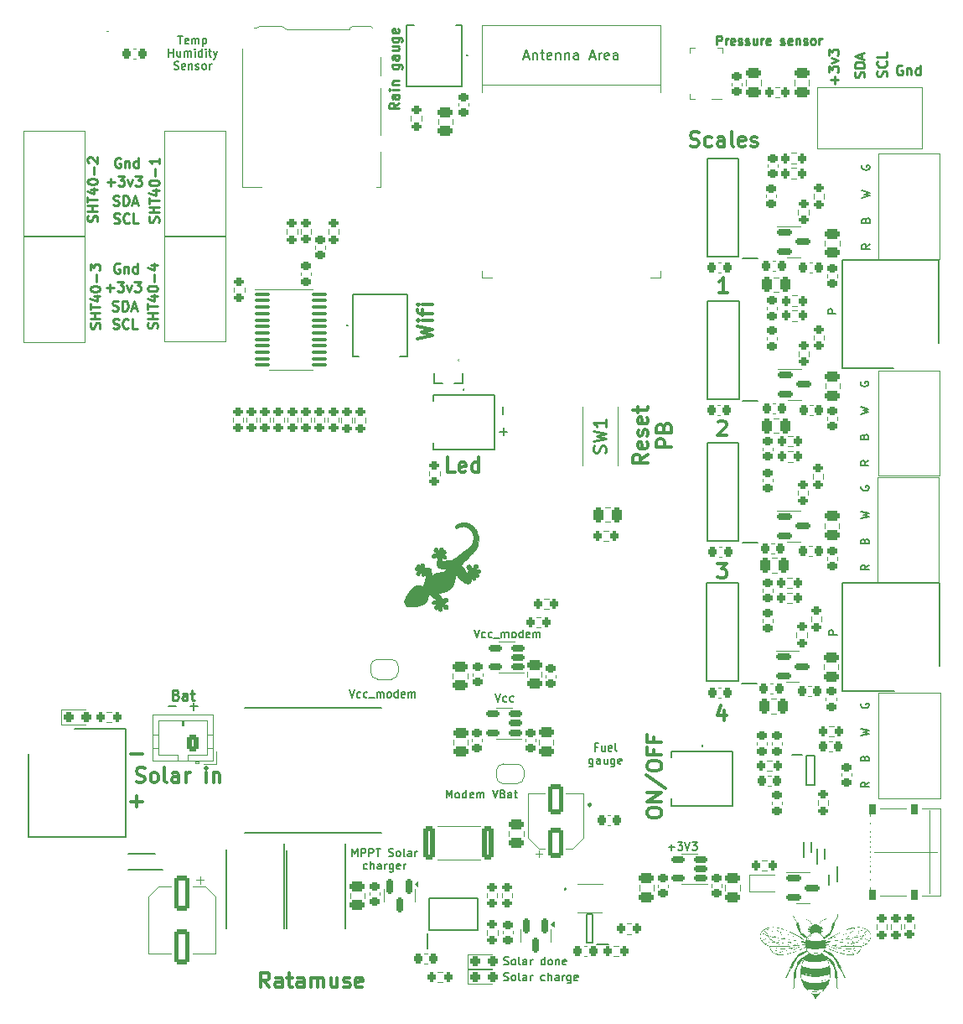
<source format=gto>
G04 #@! TF.GenerationSoftware,KiCad,Pcbnew,8.0.3*
G04 #@! TF.CreationDate,2024-06-18T17:58:35+02:00*
G04 #@! TF.ProjectId,Open_beehive_scale_V0.5,4f70656e-5f62-4656-9568-6976655f7363,rev?*
G04 #@! TF.SameCoordinates,Original*
G04 #@! TF.FileFunction,Legend,Top*
G04 #@! TF.FilePolarity,Positive*
%FSLAX46Y46*%
G04 Gerber Fmt 4.6, Leading zero omitted, Abs format (unit mm)*
G04 Created by KiCad (PCBNEW 8.0.3) date 2024-06-18 17:58:35*
%MOMM*%
%LPD*%
G01*
G04 APERTURE LIST*
G04 Aperture macros list*
%AMRoundRect*
0 Rectangle with rounded corners*
0 $1 Rounding radius*
0 $2 $3 $4 $5 $6 $7 $8 $9 X,Y pos of 4 corners*
0 Add a 4 corners polygon primitive as box body*
4,1,4,$2,$3,$4,$5,$6,$7,$8,$9,$2,$3,0*
0 Add four circle primitives for the rounded corners*
1,1,$1+$1,$2,$3*
1,1,$1+$1,$4,$5*
1,1,$1+$1,$6,$7*
1,1,$1+$1,$8,$9*
0 Add four rect primitives between the rounded corners*
20,1,$1+$1,$2,$3,$4,$5,0*
20,1,$1+$1,$4,$5,$6,$7,0*
20,1,$1+$1,$6,$7,$8,$9,0*
20,1,$1+$1,$8,$9,$2,$3,0*%
%AMFreePoly0*
4,1,19,0.500000,-0.750000,0.000000,-0.750000,0.000000,-0.744911,-0.071157,-0.744911,-0.207708,-0.704816,-0.327430,-0.627875,-0.420627,-0.520320,-0.479746,-0.390866,-0.500000,-0.250000,-0.500000,0.250000,-0.479746,0.390866,-0.420627,0.520320,-0.327430,0.627875,-0.207708,0.704816,-0.071157,0.744911,0.000000,0.744911,0.000000,0.750000,0.500000,0.750000,0.500000,-0.750000,0.500000,-0.750000,
$1*%
%AMFreePoly1*
4,1,19,0.000000,0.744911,0.071157,0.744911,0.207708,0.704816,0.327430,0.627875,0.420627,0.520320,0.479746,0.390866,0.500000,0.250000,0.500000,-0.250000,0.479746,-0.390866,0.420627,-0.520320,0.327430,-0.627875,0.207708,-0.704816,0.071157,-0.744911,0.000000,-0.744911,0.000000,-0.750000,-0.500000,-0.750000,-0.500000,0.750000,0.000000,0.750000,0.000000,0.744911,0.000000,0.744911,
$1*%
G04 Aperture macros list end*
%ADD10C,0.200000*%
%ADD11C,0.300000*%
%ADD12C,0.250000*%
%ADD13C,0.150000*%
%ADD14C,0.225000*%
%ADD15C,0.254000*%
%ADD16C,0.120000*%
%ADD17C,0.100000*%
%ADD18C,0.000000*%
%ADD19C,0.010000*%
%ADD20C,0.020000*%
%ADD21RoundRect,0.200000X0.200000X0.275000X-0.200000X0.275000X-0.200000X-0.275000X0.200000X-0.275000X0*%
%ADD22RoundRect,0.225000X-0.225000X-0.250000X0.225000X-0.250000X0.225000X0.250000X-0.225000X0.250000X0*%
%ADD23FreePoly0,0.000000*%
%ADD24FreePoly1,0.000000*%
%ADD25RoundRect,0.250000X-0.550000X1.500000X-0.550000X-1.500000X0.550000X-1.500000X0.550000X1.500000X0*%
%ADD26RoundRect,0.225000X-0.250000X0.225000X-0.250000X-0.225000X0.250000X-0.225000X0.250000X0.225000X0*%
%ADD27RoundRect,0.250000X-0.475000X0.250000X-0.475000X-0.250000X0.475000X-0.250000X0.475000X0.250000X0*%
%ADD28RoundRect,0.250000X0.475000X-0.250000X0.475000X0.250000X-0.475000X0.250000X-0.475000X-0.250000X0*%
%ADD29RoundRect,0.250000X0.550000X-1.250000X0.550000X1.250000X-0.550000X1.250000X-0.550000X-1.250000X0*%
%ADD30RoundRect,0.237500X-0.287500X-0.237500X0.287500X-0.237500X0.287500X0.237500X-0.287500X0.237500X0*%
%ADD31R,1.240000X1.120000*%
%ADD32R,3.200000X2.250000*%
%ADD33R,0.650000X1.525000*%
%ADD34R,2.175000X2.175000*%
%ADD35C,2.175000*%
%ADD36R,1.650000X1.650000*%
%ADD37C,1.650000*%
%ADD38R,3.650000X3.750000*%
%ADD39RoundRect,0.200000X-0.200000X-0.275000X0.200000X-0.275000X0.200000X0.275000X-0.200000X0.275000X0*%
%ADD40RoundRect,0.200000X0.275000X-0.200000X0.275000X0.200000X-0.275000X0.200000X-0.275000X-0.200000X0*%
%ADD41RoundRect,0.200000X-0.275000X0.200000X-0.275000X-0.200000X0.275000X-0.200000X0.275000X0.200000X0*%
%ADD42RoundRect,0.250000X-0.362500X-1.425000X0.362500X-1.425000X0.362500X1.425000X-0.362500X1.425000X0*%
%ADD43R,0.300000X0.750000*%
%ADD44R,1.300000X0.900000*%
%ADD45R,0.500000X0.300000*%
%ADD46C,0.001000*%
%ADD47RoundRect,0.150000X-0.587500X-0.150000X0.587500X-0.150000X0.587500X0.150000X-0.587500X0.150000X0*%
%ADD48RoundRect,0.225000X0.225000X0.250000X-0.225000X0.250000X-0.225000X-0.250000X0.225000X-0.250000X0*%
%ADD49RoundRect,0.225000X0.250000X-0.225000X0.250000X0.225000X-0.250000X0.225000X-0.250000X-0.225000X0*%
%ADD50R,0.600000X0.450000*%
%ADD51R,1.500000X2.000000*%
%ADD52R,0.700000X1.200000*%
%ADD53R,1.000000X0.800000*%
%ADD54R,1.000000X1.200000*%
%ADD55R,1.000000X2.800000*%
%ADD56R,1.300000X1.900000*%
%ADD57RoundRect,0.218750X0.218750X0.256250X-0.218750X0.256250X-0.218750X-0.256250X0.218750X-0.256250X0*%
%ADD58RoundRect,0.250000X-0.250000X-0.475000X0.250000X-0.475000X0.250000X0.475000X-0.250000X0.475000X0*%
%ADD59RoundRect,0.100000X-0.637500X-0.100000X0.637500X-0.100000X0.637500X0.100000X-0.637500X0.100000X0*%
%ADD60RoundRect,0.150000X0.512500X0.150000X-0.512500X0.150000X-0.512500X-0.150000X0.512500X-0.150000X0*%
%ADD61R,0.420000X0.550000*%
%ADD62C,1.524000*%
%ADD63RoundRect,0.150000X-0.150000X0.587500X-0.150000X-0.587500X0.150000X-0.587500X0.150000X0.587500X0*%
%ADD64R,1.525000X0.700000*%
%ADD65R,1.400000X0.600000*%
%ADD66R,1.500000X0.900000*%
%ADD67R,0.900000X1.500000*%
%ADD68R,1.000000X1.000000*%
%ADD69R,0.600000X0.700000*%
%ADD70C,3.000000*%
%ADD71R,1.200000X0.600000*%
%ADD72RoundRect,0.250000X0.350000X0.625000X-0.350000X0.625000X-0.350000X-0.625000X0.350000X-0.625000X0*%
%ADD73O,1.200000X1.750000*%
%ADD74C,0.670000*%
%ADD75R,1.450000X0.300000*%
%ADD76RoundRect,0.500000X0.300000X-0.000010X0.300000X0.000010X-0.300000X0.000010X-0.300000X-0.000010X0*%
%ADD77R,1.050000X0.450000*%
%ADD78R,0.950000X0.550000*%
%ADD79C,1.980000*%
%ADD80C,5.325000*%
%ADD81C,3.585000*%
G04 APERTURE END LIST*
D10*
X157229999Y-119126670D02*
X156963333Y-119126670D01*
X156963333Y-119545718D02*
X156963333Y-118745718D01*
X156963333Y-118745718D02*
X157344285Y-118745718D01*
X157991904Y-119012384D02*
X157991904Y-119545718D01*
X157649047Y-119012384D02*
X157649047Y-119431432D01*
X157649047Y-119431432D02*
X157687142Y-119507623D01*
X157687142Y-119507623D02*
X157763332Y-119545718D01*
X157763332Y-119545718D02*
X157877618Y-119545718D01*
X157877618Y-119545718D02*
X157953809Y-119507623D01*
X157953809Y-119507623D02*
X157991904Y-119469527D01*
X158677619Y-119507623D02*
X158601428Y-119545718D01*
X158601428Y-119545718D02*
X158449047Y-119545718D01*
X158449047Y-119545718D02*
X158372857Y-119507623D01*
X158372857Y-119507623D02*
X158334761Y-119431432D01*
X158334761Y-119431432D02*
X158334761Y-119126670D01*
X158334761Y-119126670D02*
X158372857Y-119050480D01*
X158372857Y-119050480D02*
X158449047Y-119012384D01*
X158449047Y-119012384D02*
X158601428Y-119012384D01*
X158601428Y-119012384D02*
X158677619Y-119050480D01*
X158677619Y-119050480D02*
X158715714Y-119126670D01*
X158715714Y-119126670D02*
X158715714Y-119202861D01*
X158715714Y-119202861D02*
X158334761Y-119279051D01*
X159172856Y-119545718D02*
X159096666Y-119507623D01*
X159096666Y-119507623D02*
X159058571Y-119431432D01*
X159058571Y-119431432D02*
X159058571Y-118745718D01*
X156772856Y-120300339D02*
X156772856Y-120947958D01*
X156772856Y-120947958D02*
X156734761Y-121024149D01*
X156734761Y-121024149D02*
X156696665Y-121062244D01*
X156696665Y-121062244D02*
X156620475Y-121100339D01*
X156620475Y-121100339D02*
X156506189Y-121100339D01*
X156506189Y-121100339D02*
X156429999Y-121062244D01*
X156772856Y-120795578D02*
X156696665Y-120833673D01*
X156696665Y-120833673D02*
X156544284Y-120833673D01*
X156544284Y-120833673D02*
X156468094Y-120795578D01*
X156468094Y-120795578D02*
X156429999Y-120757482D01*
X156429999Y-120757482D02*
X156391903Y-120681292D01*
X156391903Y-120681292D02*
X156391903Y-120452720D01*
X156391903Y-120452720D02*
X156429999Y-120376530D01*
X156429999Y-120376530D02*
X156468094Y-120338435D01*
X156468094Y-120338435D02*
X156544284Y-120300339D01*
X156544284Y-120300339D02*
X156696665Y-120300339D01*
X156696665Y-120300339D02*
X156772856Y-120338435D01*
X157496666Y-120833673D02*
X157496666Y-120414625D01*
X157496666Y-120414625D02*
X157458571Y-120338435D01*
X157458571Y-120338435D02*
X157382380Y-120300339D01*
X157382380Y-120300339D02*
X157229999Y-120300339D01*
X157229999Y-120300339D02*
X157153809Y-120338435D01*
X157496666Y-120795578D02*
X157420475Y-120833673D01*
X157420475Y-120833673D02*
X157229999Y-120833673D01*
X157229999Y-120833673D02*
X157153809Y-120795578D01*
X157153809Y-120795578D02*
X157115713Y-120719387D01*
X157115713Y-120719387D02*
X157115713Y-120643197D01*
X157115713Y-120643197D02*
X157153809Y-120567006D01*
X157153809Y-120567006D02*
X157229999Y-120528911D01*
X157229999Y-120528911D02*
X157420475Y-120528911D01*
X157420475Y-120528911D02*
X157496666Y-120490816D01*
X158220476Y-120300339D02*
X158220476Y-120833673D01*
X157877619Y-120300339D02*
X157877619Y-120719387D01*
X157877619Y-120719387D02*
X157915714Y-120795578D01*
X157915714Y-120795578D02*
X157991904Y-120833673D01*
X157991904Y-120833673D02*
X158106190Y-120833673D01*
X158106190Y-120833673D02*
X158182381Y-120795578D01*
X158182381Y-120795578D02*
X158220476Y-120757482D01*
X158944286Y-120300339D02*
X158944286Y-120947958D01*
X158944286Y-120947958D02*
X158906191Y-121024149D01*
X158906191Y-121024149D02*
X158868095Y-121062244D01*
X158868095Y-121062244D02*
X158791905Y-121100339D01*
X158791905Y-121100339D02*
X158677619Y-121100339D01*
X158677619Y-121100339D02*
X158601429Y-121062244D01*
X158944286Y-120795578D02*
X158868095Y-120833673D01*
X158868095Y-120833673D02*
X158715714Y-120833673D01*
X158715714Y-120833673D02*
X158639524Y-120795578D01*
X158639524Y-120795578D02*
X158601429Y-120757482D01*
X158601429Y-120757482D02*
X158563333Y-120681292D01*
X158563333Y-120681292D02*
X158563333Y-120452720D01*
X158563333Y-120452720D02*
X158601429Y-120376530D01*
X158601429Y-120376530D02*
X158639524Y-120338435D01*
X158639524Y-120338435D02*
X158715714Y-120300339D01*
X158715714Y-120300339D02*
X158868095Y-120300339D01*
X158868095Y-120300339D02*
X158944286Y-120338435D01*
X159630001Y-120795578D02*
X159553810Y-120833673D01*
X159553810Y-120833673D02*
X159401429Y-120833673D01*
X159401429Y-120833673D02*
X159325239Y-120795578D01*
X159325239Y-120795578D02*
X159287143Y-120719387D01*
X159287143Y-120719387D02*
X159287143Y-120414625D01*
X159287143Y-120414625D02*
X159325239Y-120338435D01*
X159325239Y-120338435D02*
X159401429Y-120300339D01*
X159401429Y-120300339D02*
X159553810Y-120300339D01*
X159553810Y-120300339D02*
X159630001Y-120338435D01*
X159630001Y-120338435D02*
X159668096Y-120414625D01*
X159668096Y-120414625D02*
X159668096Y-120490816D01*
X159668096Y-120490816D02*
X159287143Y-120567006D01*
X164420476Y-129244933D02*
X165030000Y-129244933D01*
X164725238Y-129549695D02*
X164725238Y-128940171D01*
X165334761Y-128749695D02*
X165829999Y-128749695D01*
X165829999Y-128749695D02*
X165563333Y-129054457D01*
X165563333Y-129054457D02*
X165677618Y-129054457D01*
X165677618Y-129054457D02*
X165753809Y-129092552D01*
X165753809Y-129092552D02*
X165791904Y-129130647D01*
X165791904Y-129130647D02*
X165829999Y-129206838D01*
X165829999Y-129206838D02*
X165829999Y-129397314D01*
X165829999Y-129397314D02*
X165791904Y-129473504D01*
X165791904Y-129473504D02*
X165753809Y-129511600D01*
X165753809Y-129511600D02*
X165677618Y-129549695D01*
X165677618Y-129549695D02*
X165449047Y-129549695D01*
X165449047Y-129549695D02*
X165372856Y-129511600D01*
X165372856Y-129511600D02*
X165334761Y-129473504D01*
X166058571Y-128749695D02*
X166325238Y-129549695D01*
X166325238Y-129549695D02*
X166591904Y-128749695D01*
X166782380Y-128749695D02*
X167277618Y-128749695D01*
X167277618Y-128749695D02*
X167010952Y-129054457D01*
X167010952Y-129054457D02*
X167125237Y-129054457D01*
X167125237Y-129054457D02*
X167201428Y-129092552D01*
X167201428Y-129092552D02*
X167239523Y-129130647D01*
X167239523Y-129130647D02*
X167277618Y-129206838D01*
X167277618Y-129206838D02*
X167277618Y-129397314D01*
X167277618Y-129397314D02*
X167239523Y-129473504D01*
X167239523Y-129473504D02*
X167201428Y-129511600D01*
X167201428Y-129511600D02*
X167125237Y-129549695D01*
X167125237Y-129549695D02*
X166896666Y-129549695D01*
X166896666Y-129549695D02*
X166820475Y-129511600D01*
X166820475Y-129511600D02*
X166782380Y-129473504D01*
X146907619Y-113739695D02*
X147174286Y-114539695D01*
X147174286Y-114539695D02*
X147440952Y-113739695D01*
X148050476Y-114501600D02*
X147974285Y-114539695D01*
X147974285Y-114539695D02*
X147821904Y-114539695D01*
X147821904Y-114539695D02*
X147745714Y-114501600D01*
X147745714Y-114501600D02*
X147707619Y-114463504D01*
X147707619Y-114463504D02*
X147669523Y-114387314D01*
X147669523Y-114387314D02*
X147669523Y-114158742D01*
X147669523Y-114158742D02*
X147707619Y-114082552D01*
X147707619Y-114082552D02*
X147745714Y-114044457D01*
X147745714Y-114044457D02*
X147821904Y-114006361D01*
X147821904Y-114006361D02*
X147974285Y-114006361D01*
X147974285Y-114006361D02*
X148050476Y-114044457D01*
X148736190Y-114501600D02*
X148659999Y-114539695D01*
X148659999Y-114539695D02*
X148507618Y-114539695D01*
X148507618Y-114539695D02*
X148431428Y-114501600D01*
X148431428Y-114501600D02*
X148393333Y-114463504D01*
X148393333Y-114463504D02*
X148355237Y-114387314D01*
X148355237Y-114387314D02*
X148355237Y-114158742D01*
X148355237Y-114158742D02*
X148393333Y-114082552D01*
X148393333Y-114082552D02*
X148431428Y-114044457D01*
X148431428Y-114044457D02*
X148507618Y-114006361D01*
X148507618Y-114006361D02*
X148659999Y-114006361D01*
X148659999Y-114006361D02*
X148736190Y-114044457D01*
X144759523Y-107269695D02*
X145026190Y-108069695D01*
X145026190Y-108069695D02*
X145292856Y-107269695D01*
X145902380Y-108031600D02*
X145826189Y-108069695D01*
X145826189Y-108069695D02*
X145673808Y-108069695D01*
X145673808Y-108069695D02*
X145597618Y-108031600D01*
X145597618Y-108031600D02*
X145559523Y-107993504D01*
X145559523Y-107993504D02*
X145521427Y-107917314D01*
X145521427Y-107917314D02*
X145521427Y-107688742D01*
X145521427Y-107688742D02*
X145559523Y-107612552D01*
X145559523Y-107612552D02*
X145597618Y-107574457D01*
X145597618Y-107574457D02*
X145673808Y-107536361D01*
X145673808Y-107536361D02*
X145826189Y-107536361D01*
X145826189Y-107536361D02*
X145902380Y-107574457D01*
X146588094Y-108031600D02*
X146511903Y-108069695D01*
X146511903Y-108069695D02*
X146359522Y-108069695D01*
X146359522Y-108069695D02*
X146283332Y-108031600D01*
X146283332Y-108031600D02*
X146245237Y-107993504D01*
X146245237Y-107993504D02*
X146207141Y-107917314D01*
X146207141Y-107917314D02*
X146207141Y-107688742D01*
X146207141Y-107688742D02*
X146245237Y-107612552D01*
X146245237Y-107612552D02*
X146283332Y-107574457D01*
X146283332Y-107574457D02*
X146359522Y-107536361D01*
X146359522Y-107536361D02*
X146511903Y-107536361D01*
X146511903Y-107536361D02*
X146588094Y-107574457D01*
X146740475Y-108145885D02*
X147349998Y-108145885D01*
X147540475Y-108069695D02*
X147540475Y-107536361D01*
X147540475Y-107612552D02*
X147578570Y-107574457D01*
X147578570Y-107574457D02*
X147654760Y-107536361D01*
X147654760Y-107536361D02*
X147769046Y-107536361D01*
X147769046Y-107536361D02*
X147845237Y-107574457D01*
X147845237Y-107574457D02*
X147883332Y-107650647D01*
X147883332Y-107650647D02*
X147883332Y-108069695D01*
X147883332Y-107650647D02*
X147921427Y-107574457D01*
X147921427Y-107574457D02*
X147997618Y-107536361D01*
X147997618Y-107536361D02*
X148111903Y-107536361D01*
X148111903Y-107536361D02*
X148188094Y-107574457D01*
X148188094Y-107574457D02*
X148226189Y-107650647D01*
X148226189Y-107650647D02*
X148226189Y-108069695D01*
X148721427Y-108069695D02*
X148645237Y-108031600D01*
X148645237Y-108031600D02*
X148607142Y-107993504D01*
X148607142Y-107993504D02*
X148569046Y-107917314D01*
X148569046Y-107917314D02*
X148569046Y-107688742D01*
X148569046Y-107688742D02*
X148607142Y-107612552D01*
X148607142Y-107612552D02*
X148645237Y-107574457D01*
X148645237Y-107574457D02*
X148721427Y-107536361D01*
X148721427Y-107536361D02*
X148835713Y-107536361D01*
X148835713Y-107536361D02*
X148911904Y-107574457D01*
X148911904Y-107574457D02*
X148949999Y-107612552D01*
X148949999Y-107612552D02*
X148988094Y-107688742D01*
X148988094Y-107688742D02*
X148988094Y-107917314D01*
X148988094Y-107917314D02*
X148949999Y-107993504D01*
X148949999Y-107993504D02*
X148911904Y-108031600D01*
X148911904Y-108031600D02*
X148835713Y-108069695D01*
X148835713Y-108069695D02*
X148721427Y-108069695D01*
X149673809Y-108069695D02*
X149673809Y-107269695D01*
X149673809Y-108031600D02*
X149597618Y-108069695D01*
X149597618Y-108069695D02*
X149445237Y-108069695D01*
X149445237Y-108069695D02*
X149369047Y-108031600D01*
X149369047Y-108031600D02*
X149330952Y-107993504D01*
X149330952Y-107993504D02*
X149292856Y-107917314D01*
X149292856Y-107917314D02*
X149292856Y-107688742D01*
X149292856Y-107688742D02*
X149330952Y-107612552D01*
X149330952Y-107612552D02*
X149369047Y-107574457D01*
X149369047Y-107574457D02*
X149445237Y-107536361D01*
X149445237Y-107536361D02*
X149597618Y-107536361D01*
X149597618Y-107536361D02*
X149673809Y-107574457D01*
X150359524Y-108031600D02*
X150283333Y-108069695D01*
X150283333Y-108069695D02*
X150130952Y-108069695D01*
X150130952Y-108069695D02*
X150054762Y-108031600D01*
X150054762Y-108031600D02*
X150016666Y-107955409D01*
X150016666Y-107955409D02*
X150016666Y-107650647D01*
X150016666Y-107650647D02*
X150054762Y-107574457D01*
X150054762Y-107574457D02*
X150130952Y-107536361D01*
X150130952Y-107536361D02*
X150283333Y-107536361D01*
X150283333Y-107536361D02*
X150359524Y-107574457D01*
X150359524Y-107574457D02*
X150397619Y-107650647D01*
X150397619Y-107650647D02*
X150397619Y-107726838D01*
X150397619Y-107726838D02*
X150016666Y-107803028D01*
X150740476Y-108069695D02*
X150740476Y-107536361D01*
X150740476Y-107612552D02*
X150778571Y-107574457D01*
X150778571Y-107574457D02*
X150854761Y-107536361D01*
X150854761Y-107536361D02*
X150969047Y-107536361D01*
X150969047Y-107536361D02*
X151045238Y-107574457D01*
X151045238Y-107574457D02*
X151083333Y-107650647D01*
X151083333Y-107650647D02*
X151083333Y-108069695D01*
X151083333Y-107650647D02*
X151121428Y-107574457D01*
X151121428Y-107574457D02*
X151197619Y-107536361D01*
X151197619Y-107536361D02*
X151311904Y-107536361D01*
X151311904Y-107536361D02*
X151388095Y-107574457D01*
X151388095Y-107574457D02*
X151426190Y-107650647D01*
X151426190Y-107650647D02*
X151426190Y-108069695D01*
X132149523Y-113319695D02*
X132416190Y-114119695D01*
X132416190Y-114119695D02*
X132682856Y-113319695D01*
X133292380Y-114081600D02*
X133216189Y-114119695D01*
X133216189Y-114119695D02*
X133063808Y-114119695D01*
X133063808Y-114119695D02*
X132987618Y-114081600D01*
X132987618Y-114081600D02*
X132949523Y-114043504D01*
X132949523Y-114043504D02*
X132911427Y-113967314D01*
X132911427Y-113967314D02*
X132911427Y-113738742D01*
X132911427Y-113738742D02*
X132949523Y-113662552D01*
X132949523Y-113662552D02*
X132987618Y-113624457D01*
X132987618Y-113624457D02*
X133063808Y-113586361D01*
X133063808Y-113586361D02*
X133216189Y-113586361D01*
X133216189Y-113586361D02*
X133292380Y-113624457D01*
X133978094Y-114081600D02*
X133901903Y-114119695D01*
X133901903Y-114119695D02*
X133749522Y-114119695D01*
X133749522Y-114119695D02*
X133673332Y-114081600D01*
X133673332Y-114081600D02*
X133635237Y-114043504D01*
X133635237Y-114043504D02*
X133597141Y-113967314D01*
X133597141Y-113967314D02*
X133597141Y-113738742D01*
X133597141Y-113738742D02*
X133635237Y-113662552D01*
X133635237Y-113662552D02*
X133673332Y-113624457D01*
X133673332Y-113624457D02*
X133749522Y-113586361D01*
X133749522Y-113586361D02*
X133901903Y-113586361D01*
X133901903Y-113586361D02*
X133978094Y-113624457D01*
X134130475Y-114195885D02*
X134739998Y-114195885D01*
X134930475Y-114119695D02*
X134930475Y-113586361D01*
X134930475Y-113662552D02*
X134968570Y-113624457D01*
X134968570Y-113624457D02*
X135044760Y-113586361D01*
X135044760Y-113586361D02*
X135159046Y-113586361D01*
X135159046Y-113586361D02*
X135235237Y-113624457D01*
X135235237Y-113624457D02*
X135273332Y-113700647D01*
X135273332Y-113700647D02*
X135273332Y-114119695D01*
X135273332Y-113700647D02*
X135311427Y-113624457D01*
X135311427Y-113624457D02*
X135387618Y-113586361D01*
X135387618Y-113586361D02*
X135501903Y-113586361D01*
X135501903Y-113586361D02*
X135578094Y-113624457D01*
X135578094Y-113624457D02*
X135616189Y-113700647D01*
X135616189Y-113700647D02*
X135616189Y-114119695D01*
X136111427Y-114119695D02*
X136035237Y-114081600D01*
X136035237Y-114081600D02*
X135997142Y-114043504D01*
X135997142Y-114043504D02*
X135959046Y-113967314D01*
X135959046Y-113967314D02*
X135959046Y-113738742D01*
X135959046Y-113738742D02*
X135997142Y-113662552D01*
X135997142Y-113662552D02*
X136035237Y-113624457D01*
X136035237Y-113624457D02*
X136111427Y-113586361D01*
X136111427Y-113586361D02*
X136225713Y-113586361D01*
X136225713Y-113586361D02*
X136301904Y-113624457D01*
X136301904Y-113624457D02*
X136339999Y-113662552D01*
X136339999Y-113662552D02*
X136378094Y-113738742D01*
X136378094Y-113738742D02*
X136378094Y-113967314D01*
X136378094Y-113967314D02*
X136339999Y-114043504D01*
X136339999Y-114043504D02*
X136301904Y-114081600D01*
X136301904Y-114081600D02*
X136225713Y-114119695D01*
X136225713Y-114119695D02*
X136111427Y-114119695D01*
X137063809Y-114119695D02*
X137063809Y-113319695D01*
X137063809Y-114081600D02*
X136987618Y-114119695D01*
X136987618Y-114119695D02*
X136835237Y-114119695D01*
X136835237Y-114119695D02*
X136759047Y-114081600D01*
X136759047Y-114081600D02*
X136720952Y-114043504D01*
X136720952Y-114043504D02*
X136682856Y-113967314D01*
X136682856Y-113967314D02*
X136682856Y-113738742D01*
X136682856Y-113738742D02*
X136720952Y-113662552D01*
X136720952Y-113662552D02*
X136759047Y-113624457D01*
X136759047Y-113624457D02*
X136835237Y-113586361D01*
X136835237Y-113586361D02*
X136987618Y-113586361D01*
X136987618Y-113586361D02*
X137063809Y-113624457D01*
X137749524Y-114081600D02*
X137673333Y-114119695D01*
X137673333Y-114119695D02*
X137520952Y-114119695D01*
X137520952Y-114119695D02*
X137444762Y-114081600D01*
X137444762Y-114081600D02*
X137406666Y-114005409D01*
X137406666Y-114005409D02*
X137406666Y-113700647D01*
X137406666Y-113700647D02*
X137444762Y-113624457D01*
X137444762Y-113624457D02*
X137520952Y-113586361D01*
X137520952Y-113586361D02*
X137673333Y-113586361D01*
X137673333Y-113586361D02*
X137749524Y-113624457D01*
X137749524Y-113624457D02*
X137787619Y-113700647D01*
X137787619Y-113700647D02*
X137787619Y-113776838D01*
X137787619Y-113776838D02*
X137406666Y-113853028D01*
X138130476Y-114119695D02*
X138130476Y-113586361D01*
X138130476Y-113662552D02*
X138168571Y-113624457D01*
X138168571Y-113624457D02*
X138244761Y-113586361D01*
X138244761Y-113586361D02*
X138359047Y-113586361D01*
X138359047Y-113586361D02*
X138435238Y-113624457D01*
X138435238Y-113624457D02*
X138473333Y-113700647D01*
X138473333Y-113700647D02*
X138473333Y-114119695D01*
X138473333Y-113700647D02*
X138511428Y-113624457D01*
X138511428Y-113624457D02*
X138587619Y-113586361D01*
X138587619Y-113586361D02*
X138701904Y-113586361D01*
X138701904Y-113586361D02*
X138778095Y-113624457D01*
X138778095Y-113624457D02*
X138816190Y-113700647D01*
X138816190Y-113700647D02*
X138816190Y-114119695D01*
X142005237Y-124269695D02*
X142005237Y-123469695D01*
X142005237Y-123469695D02*
X142271903Y-124041123D01*
X142271903Y-124041123D02*
X142538570Y-123469695D01*
X142538570Y-123469695D02*
X142538570Y-124269695D01*
X143033808Y-124269695D02*
X142957618Y-124231600D01*
X142957618Y-124231600D02*
X142919523Y-124193504D01*
X142919523Y-124193504D02*
X142881427Y-124117314D01*
X142881427Y-124117314D02*
X142881427Y-123888742D01*
X142881427Y-123888742D02*
X142919523Y-123812552D01*
X142919523Y-123812552D02*
X142957618Y-123774457D01*
X142957618Y-123774457D02*
X143033808Y-123736361D01*
X143033808Y-123736361D02*
X143148094Y-123736361D01*
X143148094Y-123736361D02*
X143224285Y-123774457D01*
X143224285Y-123774457D02*
X143262380Y-123812552D01*
X143262380Y-123812552D02*
X143300475Y-123888742D01*
X143300475Y-123888742D02*
X143300475Y-124117314D01*
X143300475Y-124117314D02*
X143262380Y-124193504D01*
X143262380Y-124193504D02*
X143224285Y-124231600D01*
X143224285Y-124231600D02*
X143148094Y-124269695D01*
X143148094Y-124269695D02*
X143033808Y-124269695D01*
X143986190Y-124269695D02*
X143986190Y-123469695D01*
X143986190Y-124231600D02*
X143909999Y-124269695D01*
X143909999Y-124269695D02*
X143757618Y-124269695D01*
X143757618Y-124269695D02*
X143681428Y-124231600D01*
X143681428Y-124231600D02*
X143643333Y-124193504D01*
X143643333Y-124193504D02*
X143605237Y-124117314D01*
X143605237Y-124117314D02*
X143605237Y-123888742D01*
X143605237Y-123888742D02*
X143643333Y-123812552D01*
X143643333Y-123812552D02*
X143681428Y-123774457D01*
X143681428Y-123774457D02*
X143757618Y-123736361D01*
X143757618Y-123736361D02*
X143909999Y-123736361D01*
X143909999Y-123736361D02*
X143986190Y-123774457D01*
X144671905Y-124231600D02*
X144595714Y-124269695D01*
X144595714Y-124269695D02*
X144443333Y-124269695D01*
X144443333Y-124269695D02*
X144367143Y-124231600D01*
X144367143Y-124231600D02*
X144329047Y-124155409D01*
X144329047Y-124155409D02*
X144329047Y-123850647D01*
X144329047Y-123850647D02*
X144367143Y-123774457D01*
X144367143Y-123774457D02*
X144443333Y-123736361D01*
X144443333Y-123736361D02*
X144595714Y-123736361D01*
X144595714Y-123736361D02*
X144671905Y-123774457D01*
X144671905Y-123774457D02*
X144710000Y-123850647D01*
X144710000Y-123850647D02*
X144710000Y-123926838D01*
X144710000Y-123926838D02*
X144329047Y-124003028D01*
X145052857Y-124269695D02*
X145052857Y-123736361D01*
X145052857Y-123812552D02*
X145090952Y-123774457D01*
X145090952Y-123774457D02*
X145167142Y-123736361D01*
X145167142Y-123736361D02*
X145281428Y-123736361D01*
X145281428Y-123736361D02*
X145357619Y-123774457D01*
X145357619Y-123774457D02*
X145395714Y-123850647D01*
X145395714Y-123850647D02*
X145395714Y-124269695D01*
X145395714Y-123850647D02*
X145433809Y-123774457D01*
X145433809Y-123774457D02*
X145510000Y-123736361D01*
X145510000Y-123736361D02*
X145624285Y-123736361D01*
X145624285Y-123736361D02*
X145700476Y-123774457D01*
X145700476Y-123774457D02*
X145738571Y-123850647D01*
X145738571Y-123850647D02*
X145738571Y-124269695D01*
X146614762Y-123469695D02*
X146881429Y-124269695D01*
X146881429Y-124269695D02*
X147148095Y-123469695D01*
X147681428Y-123850647D02*
X147795714Y-123888742D01*
X147795714Y-123888742D02*
X147833809Y-123926838D01*
X147833809Y-123926838D02*
X147871905Y-124003028D01*
X147871905Y-124003028D02*
X147871905Y-124117314D01*
X147871905Y-124117314D02*
X147833809Y-124193504D01*
X147833809Y-124193504D02*
X147795714Y-124231600D01*
X147795714Y-124231600D02*
X147719524Y-124269695D01*
X147719524Y-124269695D02*
X147414762Y-124269695D01*
X147414762Y-124269695D02*
X147414762Y-123469695D01*
X147414762Y-123469695D02*
X147681428Y-123469695D01*
X147681428Y-123469695D02*
X147757619Y-123507790D01*
X147757619Y-123507790D02*
X147795714Y-123545885D01*
X147795714Y-123545885D02*
X147833809Y-123622076D01*
X147833809Y-123622076D02*
X147833809Y-123698266D01*
X147833809Y-123698266D02*
X147795714Y-123774457D01*
X147795714Y-123774457D02*
X147757619Y-123812552D01*
X147757619Y-123812552D02*
X147681428Y-123850647D01*
X147681428Y-123850647D02*
X147414762Y-123850647D01*
X148557619Y-124269695D02*
X148557619Y-123850647D01*
X148557619Y-123850647D02*
X148519524Y-123774457D01*
X148519524Y-123774457D02*
X148443333Y-123736361D01*
X148443333Y-123736361D02*
X148290952Y-123736361D01*
X148290952Y-123736361D02*
X148214762Y-123774457D01*
X148557619Y-124231600D02*
X148481428Y-124269695D01*
X148481428Y-124269695D02*
X148290952Y-124269695D01*
X148290952Y-124269695D02*
X148214762Y-124231600D01*
X148214762Y-124231600D02*
X148176666Y-124155409D01*
X148176666Y-124155409D02*
X148176666Y-124079219D01*
X148176666Y-124079219D02*
X148214762Y-124003028D01*
X148214762Y-124003028D02*
X148290952Y-123964933D01*
X148290952Y-123964933D02*
X148481428Y-123964933D01*
X148481428Y-123964933D02*
X148557619Y-123926838D01*
X148824286Y-123736361D02*
X149129048Y-123736361D01*
X148938572Y-123469695D02*
X148938572Y-124155409D01*
X148938572Y-124155409D02*
X148976667Y-124231600D01*
X148976667Y-124231600D02*
X149052857Y-124269695D01*
X149052857Y-124269695D02*
X149129048Y-124269695D01*
D11*
X124079999Y-143398328D02*
X123579999Y-142684042D01*
X123222856Y-143398328D02*
X123222856Y-141898328D01*
X123222856Y-141898328D02*
X123794285Y-141898328D01*
X123794285Y-141898328D02*
X123937142Y-141969757D01*
X123937142Y-141969757D02*
X124008571Y-142041185D01*
X124008571Y-142041185D02*
X124079999Y-142184042D01*
X124079999Y-142184042D02*
X124079999Y-142398328D01*
X124079999Y-142398328D02*
X124008571Y-142541185D01*
X124008571Y-142541185D02*
X123937142Y-142612614D01*
X123937142Y-142612614D02*
X123794285Y-142684042D01*
X123794285Y-142684042D02*
X123222856Y-142684042D01*
X125365714Y-143398328D02*
X125365714Y-142612614D01*
X125365714Y-142612614D02*
X125294285Y-142469757D01*
X125294285Y-142469757D02*
X125151428Y-142398328D01*
X125151428Y-142398328D02*
X124865714Y-142398328D01*
X124865714Y-142398328D02*
X124722856Y-142469757D01*
X125365714Y-143326900D02*
X125222856Y-143398328D01*
X125222856Y-143398328D02*
X124865714Y-143398328D01*
X124865714Y-143398328D02*
X124722856Y-143326900D01*
X124722856Y-143326900D02*
X124651428Y-143184042D01*
X124651428Y-143184042D02*
X124651428Y-143041185D01*
X124651428Y-143041185D02*
X124722856Y-142898328D01*
X124722856Y-142898328D02*
X124865714Y-142826900D01*
X124865714Y-142826900D02*
X125222856Y-142826900D01*
X125222856Y-142826900D02*
X125365714Y-142755471D01*
X125865714Y-142398328D02*
X126437142Y-142398328D01*
X126079999Y-141898328D02*
X126079999Y-143184042D01*
X126079999Y-143184042D02*
X126151428Y-143326900D01*
X126151428Y-143326900D02*
X126294285Y-143398328D01*
X126294285Y-143398328D02*
X126437142Y-143398328D01*
X127580000Y-143398328D02*
X127580000Y-142612614D01*
X127580000Y-142612614D02*
X127508571Y-142469757D01*
X127508571Y-142469757D02*
X127365714Y-142398328D01*
X127365714Y-142398328D02*
X127080000Y-142398328D01*
X127080000Y-142398328D02*
X126937142Y-142469757D01*
X127580000Y-143326900D02*
X127437142Y-143398328D01*
X127437142Y-143398328D02*
X127080000Y-143398328D01*
X127080000Y-143398328D02*
X126937142Y-143326900D01*
X126937142Y-143326900D02*
X126865714Y-143184042D01*
X126865714Y-143184042D02*
X126865714Y-143041185D01*
X126865714Y-143041185D02*
X126937142Y-142898328D01*
X126937142Y-142898328D02*
X127080000Y-142826900D01*
X127080000Y-142826900D02*
X127437142Y-142826900D01*
X127437142Y-142826900D02*
X127580000Y-142755471D01*
X128294285Y-143398328D02*
X128294285Y-142398328D01*
X128294285Y-142541185D02*
X128365714Y-142469757D01*
X128365714Y-142469757D02*
X128508571Y-142398328D01*
X128508571Y-142398328D02*
X128722857Y-142398328D01*
X128722857Y-142398328D02*
X128865714Y-142469757D01*
X128865714Y-142469757D02*
X128937143Y-142612614D01*
X128937143Y-142612614D02*
X128937143Y-143398328D01*
X128937143Y-142612614D02*
X129008571Y-142469757D01*
X129008571Y-142469757D02*
X129151428Y-142398328D01*
X129151428Y-142398328D02*
X129365714Y-142398328D01*
X129365714Y-142398328D02*
X129508571Y-142469757D01*
X129508571Y-142469757D02*
X129580000Y-142612614D01*
X129580000Y-142612614D02*
X129580000Y-143398328D01*
X130937143Y-142398328D02*
X130937143Y-143398328D01*
X130294285Y-142398328D02*
X130294285Y-143184042D01*
X130294285Y-143184042D02*
X130365714Y-143326900D01*
X130365714Y-143326900D02*
X130508571Y-143398328D01*
X130508571Y-143398328D02*
X130722857Y-143398328D01*
X130722857Y-143398328D02*
X130865714Y-143326900D01*
X130865714Y-143326900D02*
X130937143Y-143255471D01*
X131580000Y-143326900D02*
X131722857Y-143398328D01*
X131722857Y-143398328D02*
X132008571Y-143398328D01*
X132008571Y-143398328D02*
X132151428Y-143326900D01*
X132151428Y-143326900D02*
X132222857Y-143184042D01*
X132222857Y-143184042D02*
X132222857Y-143112614D01*
X132222857Y-143112614D02*
X132151428Y-142969757D01*
X132151428Y-142969757D02*
X132008571Y-142898328D01*
X132008571Y-142898328D02*
X131794286Y-142898328D01*
X131794286Y-142898328D02*
X131651428Y-142826900D01*
X131651428Y-142826900D02*
X131580000Y-142684042D01*
X131580000Y-142684042D02*
X131580000Y-142612614D01*
X131580000Y-142612614D02*
X131651428Y-142469757D01*
X131651428Y-142469757D02*
X131794286Y-142398328D01*
X131794286Y-142398328D02*
X132008571Y-142398328D01*
X132008571Y-142398328D02*
X132151428Y-142469757D01*
X133437143Y-143326900D02*
X133294286Y-143398328D01*
X133294286Y-143398328D02*
X133008572Y-143398328D01*
X133008572Y-143398328D02*
X132865714Y-143326900D01*
X132865714Y-143326900D02*
X132794286Y-143184042D01*
X132794286Y-143184042D02*
X132794286Y-142612614D01*
X132794286Y-142612614D02*
X132865714Y-142469757D01*
X132865714Y-142469757D02*
X133008572Y-142398328D01*
X133008572Y-142398328D02*
X133294286Y-142398328D01*
X133294286Y-142398328D02*
X133437143Y-142469757D01*
X133437143Y-142469757D02*
X133508572Y-142612614D01*
X133508572Y-142612614D02*
X133508572Y-142755471D01*
X133508572Y-142755471D02*
X132794286Y-142898328D01*
D12*
X108245714Y-75042000D02*
X108388571Y-75089619D01*
X108388571Y-75089619D02*
X108626666Y-75089619D01*
X108626666Y-75089619D02*
X108721904Y-75042000D01*
X108721904Y-75042000D02*
X108769523Y-74994380D01*
X108769523Y-74994380D02*
X108817142Y-74899142D01*
X108817142Y-74899142D02*
X108817142Y-74803904D01*
X108817142Y-74803904D02*
X108769523Y-74708666D01*
X108769523Y-74708666D02*
X108721904Y-74661047D01*
X108721904Y-74661047D02*
X108626666Y-74613428D01*
X108626666Y-74613428D02*
X108436190Y-74565809D01*
X108436190Y-74565809D02*
X108340952Y-74518190D01*
X108340952Y-74518190D02*
X108293333Y-74470571D01*
X108293333Y-74470571D02*
X108245714Y-74375333D01*
X108245714Y-74375333D02*
X108245714Y-74280095D01*
X108245714Y-74280095D02*
X108293333Y-74184857D01*
X108293333Y-74184857D02*
X108340952Y-74137238D01*
X108340952Y-74137238D02*
X108436190Y-74089619D01*
X108436190Y-74089619D02*
X108674285Y-74089619D01*
X108674285Y-74089619D02*
X108817142Y-74137238D01*
X109245714Y-75089619D02*
X109245714Y-74089619D01*
X109245714Y-74089619D02*
X109483809Y-74089619D01*
X109483809Y-74089619D02*
X109626666Y-74137238D01*
X109626666Y-74137238D02*
X109721904Y-74232476D01*
X109721904Y-74232476D02*
X109769523Y-74327714D01*
X109769523Y-74327714D02*
X109817142Y-74518190D01*
X109817142Y-74518190D02*
X109817142Y-74661047D01*
X109817142Y-74661047D02*
X109769523Y-74851523D01*
X109769523Y-74851523D02*
X109721904Y-74946761D01*
X109721904Y-74946761D02*
X109626666Y-75042000D01*
X109626666Y-75042000D02*
X109483809Y-75089619D01*
X109483809Y-75089619D02*
X109245714Y-75089619D01*
X110198095Y-74803904D02*
X110674285Y-74803904D01*
X110102857Y-75089619D02*
X110436190Y-74089619D01*
X110436190Y-74089619D02*
X110769523Y-75089619D01*
X107675714Y-62128666D02*
X108437619Y-62128666D01*
X108056666Y-62509619D02*
X108056666Y-61747714D01*
X108818571Y-61509619D02*
X109437618Y-61509619D01*
X109437618Y-61509619D02*
X109104285Y-61890571D01*
X109104285Y-61890571D02*
X109247142Y-61890571D01*
X109247142Y-61890571D02*
X109342380Y-61938190D01*
X109342380Y-61938190D02*
X109389999Y-61985809D01*
X109389999Y-61985809D02*
X109437618Y-62081047D01*
X109437618Y-62081047D02*
X109437618Y-62319142D01*
X109437618Y-62319142D02*
X109389999Y-62414380D01*
X109389999Y-62414380D02*
X109342380Y-62462000D01*
X109342380Y-62462000D02*
X109247142Y-62509619D01*
X109247142Y-62509619D02*
X108961428Y-62509619D01*
X108961428Y-62509619D02*
X108866190Y-62462000D01*
X108866190Y-62462000D02*
X108818571Y-62414380D01*
X109770952Y-61842952D02*
X110009047Y-62509619D01*
X110009047Y-62509619D02*
X110247142Y-61842952D01*
X110532857Y-61509619D02*
X111151904Y-61509619D01*
X111151904Y-61509619D02*
X110818571Y-61890571D01*
X110818571Y-61890571D02*
X110961428Y-61890571D01*
X110961428Y-61890571D02*
X111056666Y-61938190D01*
X111056666Y-61938190D02*
X111104285Y-61985809D01*
X111104285Y-61985809D02*
X111151904Y-62081047D01*
X111151904Y-62081047D02*
X111151904Y-62319142D01*
X111151904Y-62319142D02*
X111104285Y-62414380D01*
X111104285Y-62414380D02*
X111056666Y-62462000D01*
X111056666Y-62462000D02*
X110961428Y-62509619D01*
X110961428Y-62509619D02*
X110675714Y-62509619D01*
X110675714Y-62509619D02*
X110580476Y-62462000D01*
X110580476Y-62462000D02*
X110532857Y-62414380D01*
D10*
X184649695Y-122712381D02*
X184268742Y-122979048D01*
X184649695Y-123169524D02*
X183849695Y-123169524D01*
X183849695Y-123169524D02*
X183849695Y-122864762D01*
X183849695Y-122864762D02*
X183887790Y-122788572D01*
X183887790Y-122788572D02*
X183925885Y-122750477D01*
X183925885Y-122750477D02*
X184002076Y-122712381D01*
X184002076Y-122712381D02*
X184116361Y-122712381D01*
X184116361Y-122712381D02*
X184192552Y-122750477D01*
X184192552Y-122750477D02*
X184230647Y-122788572D01*
X184230647Y-122788572D02*
X184268742Y-122864762D01*
X184268742Y-122864762D02*
X184268742Y-123169524D01*
X184230647Y-120274286D02*
X184268742Y-120160000D01*
X184268742Y-120160000D02*
X184306838Y-120121905D01*
X184306838Y-120121905D02*
X184383028Y-120083809D01*
X184383028Y-120083809D02*
X184497314Y-120083809D01*
X184497314Y-120083809D02*
X184573504Y-120121905D01*
X184573504Y-120121905D02*
X184611600Y-120160000D01*
X184611600Y-120160000D02*
X184649695Y-120236190D01*
X184649695Y-120236190D02*
X184649695Y-120540952D01*
X184649695Y-120540952D02*
X183849695Y-120540952D01*
X183849695Y-120540952D02*
X183849695Y-120274286D01*
X183849695Y-120274286D02*
X183887790Y-120198095D01*
X183887790Y-120198095D02*
X183925885Y-120160000D01*
X183925885Y-120160000D02*
X184002076Y-120121905D01*
X184002076Y-120121905D02*
X184078266Y-120121905D01*
X184078266Y-120121905D02*
X184154457Y-120160000D01*
X184154457Y-120160000D02*
X184192552Y-120198095D01*
X184192552Y-120198095D02*
X184230647Y-120274286D01*
X184230647Y-120274286D02*
X184230647Y-120540952D01*
X183849695Y-117988571D02*
X184649695Y-117798095D01*
X184649695Y-117798095D02*
X184078266Y-117645714D01*
X184078266Y-117645714D02*
X184649695Y-117493333D01*
X184649695Y-117493333D02*
X183849695Y-117302857D01*
X183887790Y-114750475D02*
X183849695Y-114826665D01*
X183849695Y-114826665D02*
X183849695Y-114940951D01*
X183849695Y-114940951D02*
X183887790Y-115055237D01*
X183887790Y-115055237D02*
X183963980Y-115131427D01*
X183963980Y-115131427D02*
X184040171Y-115169522D01*
X184040171Y-115169522D02*
X184192552Y-115207618D01*
X184192552Y-115207618D02*
X184306838Y-115207618D01*
X184306838Y-115207618D02*
X184459219Y-115169522D01*
X184459219Y-115169522D02*
X184535409Y-115131427D01*
X184535409Y-115131427D02*
X184611600Y-115055237D01*
X184611600Y-115055237D02*
X184649695Y-114940951D01*
X184649695Y-114940951D02*
X184649695Y-114864760D01*
X184649695Y-114864760D02*
X184611600Y-114750475D01*
X184611600Y-114750475D02*
X184573504Y-114712379D01*
X184573504Y-114712379D02*
X184306838Y-114712379D01*
X184306838Y-114712379D02*
X184306838Y-114864760D01*
D13*
X147786665Y-142674200D02*
X147900951Y-142712295D01*
X147900951Y-142712295D02*
X148091427Y-142712295D01*
X148091427Y-142712295D02*
X148167618Y-142674200D01*
X148167618Y-142674200D02*
X148205713Y-142636104D01*
X148205713Y-142636104D02*
X148243808Y-142559914D01*
X148243808Y-142559914D02*
X148243808Y-142483723D01*
X148243808Y-142483723D02*
X148205713Y-142407533D01*
X148205713Y-142407533D02*
X148167618Y-142369438D01*
X148167618Y-142369438D02*
X148091427Y-142331342D01*
X148091427Y-142331342D02*
X147939046Y-142293247D01*
X147939046Y-142293247D02*
X147862856Y-142255152D01*
X147862856Y-142255152D02*
X147824761Y-142217057D01*
X147824761Y-142217057D02*
X147786665Y-142140866D01*
X147786665Y-142140866D02*
X147786665Y-142064676D01*
X147786665Y-142064676D02*
X147824761Y-141988485D01*
X147824761Y-141988485D02*
X147862856Y-141950390D01*
X147862856Y-141950390D02*
X147939046Y-141912295D01*
X147939046Y-141912295D02*
X148129523Y-141912295D01*
X148129523Y-141912295D02*
X148243808Y-141950390D01*
X148700951Y-142712295D02*
X148624761Y-142674200D01*
X148624761Y-142674200D02*
X148586666Y-142636104D01*
X148586666Y-142636104D02*
X148548570Y-142559914D01*
X148548570Y-142559914D02*
X148548570Y-142331342D01*
X148548570Y-142331342D02*
X148586666Y-142255152D01*
X148586666Y-142255152D02*
X148624761Y-142217057D01*
X148624761Y-142217057D02*
X148700951Y-142178961D01*
X148700951Y-142178961D02*
X148815237Y-142178961D01*
X148815237Y-142178961D02*
X148891428Y-142217057D01*
X148891428Y-142217057D02*
X148929523Y-142255152D01*
X148929523Y-142255152D02*
X148967618Y-142331342D01*
X148967618Y-142331342D02*
X148967618Y-142559914D01*
X148967618Y-142559914D02*
X148929523Y-142636104D01*
X148929523Y-142636104D02*
X148891428Y-142674200D01*
X148891428Y-142674200D02*
X148815237Y-142712295D01*
X148815237Y-142712295D02*
X148700951Y-142712295D01*
X149424761Y-142712295D02*
X149348571Y-142674200D01*
X149348571Y-142674200D02*
X149310476Y-142598009D01*
X149310476Y-142598009D02*
X149310476Y-141912295D01*
X150072381Y-142712295D02*
X150072381Y-142293247D01*
X150072381Y-142293247D02*
X150034286Y-142217057D01*
X150034286Y-142217057D02*
X149958095Y-142178961D01*
X149958095Y-142178961D02*
X149805714Y-142178961D01*
X149805714Y-142178961D02*
X149729524Y-142217057D01*
X150072381Y-142674200D02*
X149996190Y-142712295D01*
X149996190Y-142712295D02*
X149805714Y-142712295D01*
X149805714Y-142712295D02*
X149729524Y-142674200D01*
X149729524Y-142674200D02*
X149691428Y-142598009D01*
X149691428Y-142598009D02*
X149691428Y-142521819D01*
X149691428Y-142521819D02*
X149729524Y-142445628D01*
X149729524Y-142445628D02*
X149805714Y-142407533D01*
X149805714Y-142407533D02*
X149996190Y-142407533D01*
X149996190Y-142407533D02*
X150072381Y-142369438D01*
X150453334Y-142712295D02*
X150453334Y-142178961D01*
X150453334Y-142331342D02*
X150491429Y-142255152D01*
X150491429Y-142255152D02*
X150529524Y-142217057D01*
X150529524Y-142217057D02*
X150605715Y-142178961D01*
X150605715Y-142178961D02*
X150681905Y-142178961D01*
X151900953Y-142674200D02*
X151824762Y-142712295D01*
X151824762Y-142712295D02*
X151672381Y-142712295D01*
X151672381Y-142712295D02*
X151596191Y-142674200D01*
X151596191Y-142674200D02*
X151558096Y-142636104D01*
X151558096Y-142636104D02*
X151520000Y-142559914D01*
X151520000Y-142559914D02*
X151520000Y-142331342D01*
X151520000Y-142331342D02*
X151558096Y-142255152D01*
X151558096Y-142255152D02*
X151596191Y-142217057D01*
X151596191Y-142217057D02*
X151672381Y-142178961D01*
X151672381Y-142178961D02*
X151824762Y-142178961D01*
X151824762Y-142178961D02*
X151900953Y-142217057D01*
X152243810Y-142712295D02*
X152243810Y-141912295D01*
X152586667Y-142712295D02*
X152586667Y-142293247D01*
X152586667Y-142293247D02*
X152548572Y-142217057D01*
X152548572Y-142217057D02*
X152472381Y-142178961D01*
X152472381Y-142178961D02*
X152358095Y-142178961D01*
X152358095Y-142178961D02*
X152281905Y-142217057D01*
X152281905Y-142217057D02*
X152243810Y-142255152D01*
X153310477Y-142712295D02*
X153310477Y-142293247D01*
X153310477Y-142293247D02*
X153272382Y-142217057D01*
X153272382Y-142217057D02*
X153196191Y-142178961D01*
X153196191Y-142178961D02*
X153043810Y-142178961D01*
X153043810Y-142178961D02*
X152967620Y-142217057D01*
X153310477Y-142674200D02*
X153234286Y-142712295D01*
X153234286Y-142712295D02*
X153043810Y-142712295D01*
X153043810Y-142712295D02*
X152967620Y-142674200D01*
X152967620Y-142674200D02*
X152929524Y-142598009D01*
X152929524Y-142598009D02*
X152929524Y-142521819D01*
X152929524Y-142521819D02*
X152967620Y-142445628D01*
X152967620Y-142445628D02*
X153043810Y-142407533D01*
X153043810Y-142407533D02*
X153234286Y-142407533D01*
X153234286Y-142407533D02*
X153310477Y-142369438D01*
X153691430Y-142712295D02*
X153691430Y-142178961D01*
X153691430Y-142331342D02*
X153729525Y-142255152D01*
X153729525Y-142255152D02*
X153767620Y-142217057D01*
X153767620Y-142217057D02*
X153843811Y-142178961D01*
X153843811Y-142178961D02*
X153920001Y-142178961D01*
X154529525Y-142178961D02*
X154529525Y-142826580D01*
X154529525Y-142826580D02*
X154491430Y-142902771D01*
X154491430Y-142902771D02*
X154453334Y-142940866D01*
X154453334Y-142940866D02*
X154377144Y-142978961D01*
X154377144Y-142978961D02*
X154262858Y-142978961D01*
X154262858Y-142978961D02*
X154186668Y-142940866D01*
X154529525Y-142674200D02*
X154453334Y-142712295D01*
X154453334Y-142712295D02*
X154300953Y-142712295D01*
X154300953Y-142712295D02*
X154224763Y-142674200D01*
X154224763Y-142674200D02*
X154186668Y-142636104D01*
X154186668Y-142636104D02*
X154148572Y-142559914D01*
X154148572Y-142559914D02*
X154148572Y-142331342D01*
X154148572Y-142331342D02*
X154186668Y-142255152D01*
X154186668Y-142255152D02*
X154224763Y-142217057D01*
X154224763Y-142217057D02*
X154300953Y-142178961D01*
X154300953Y-142178961D02*
X154453334Y-142178961D01*
X154453334Y-142178961D02*
X154529525Y-142217057D01*
X155215240Y-142674200D02*
X155139049Y-142712295D01*
X155139049Y-142712295D02*
X154986668Y-142712295D01*
X154986668Y-142712295D02*
X154910478Y-142674200D01*
X154910478Y-142674200D02*
X154872382Y-142598009D01*
X154872382Y-142598009D02*
X154872382Y-142293247D01*
X154872382Y-142293247D02*
X154910478Y-142217057D01*
X154910478Y-142217057D02*
X154986668Y-142178961D01*
X154986668Y-142178961D02*
X155139049Y-142178961D01*
X155139049Y-142178961D02*
X155215240Y-142217057D01*
X155215240Y-142217057D02*
X155253335Y-142293247D01*
X155253335Y-142293247D02*
X155253335Y-142369438D01*
X155253335Y-142369438D02*
X154872382Y-142445628D01*
X147706133Y-84739048D02*
X147706133Y-85500953D01*
D12*
X137159619Y-54102381D02*
X136683428Y-54435714D01*
X137159619Y-54673809D02*
X136159619Y-54673809D01*
X136159619Y-54673809D02*
X136159619Y-54292857D01*
X136159619Y-54292857D02*
X136207238Y-54197619D01*
X136207238Y-54197619D02*
X136254857Y-54150000D01*
X136254857Y-54150000D02*
X136350095Y-54102381D01*
X136350095Y-54102381D02*
X136492952Y-54102381D01*
X136492952Y-54102381D02*
X136588190Y-54150000D01*
X136588190Y-54150000D02*
X136635809Y-54197619D01*
X136635809Y-54197619D02*
X136683428Y-54292857D01*
X136683428Y-54292857D02*
X136683428Y-54673809D01*
X137159619Y-53245238D02*
X136635809Y-53245238D01*
X136635809Y-53245238D02*
X136540571Y-53292857D01*
X136540571Y-53292857D02*
X136492952Y-53388095D01*
X136492952Y-53388095D02*
X136492952Y-53578571D01*
X136492952Y-53578571D02*
X136540571Y-53673809D01*
X137112000Y-53245238D02*
X137159619Y-53340476D01*
X137159619Y-53340476D02*
X137159619Y-53578571D01*
X137159619Y-53578571D02*
X137112000Y-53673809D01*
X137112000Y-53673809D02*
X137016761Y-53721428D01*
X137016761Y-53721428D02*
X136921523Y-53721428D01*
X136921523Y-53721428D02*
X136826285Y-53673809D01*
X136826285Y-53673809D02*
X136778666Y-53578571D01*
X136778666Y-53578571D02*
X136778666Y-53340476D01*
X136778666Y-53340476D02*
X136731047Y-53245238D01*
X137159619Y-52769047D02*
X136492952Y-52769047D01*
X136159619Y-52769047D02*
X136207238Y-52816666D01*
X136207238Y-52816666D02*
X136254857Y-52769047D01*
X136254857Y-52769047D02*
X136207238Y-52721428D01*
X136207238Y-52721428D02*
X136159619Y-52769047D01*
X136159619Y-52769047D02*
X136254857Y-52769047D01*
X136492952Y-52292857D02*
X137159619Y-52292857D01*
X136588190Y-52292857D02*
X136540571Y-52245238D01*
X136540571Y-52245238D02*
X136492952Y-52150000D01*
X136492952Y-52150000D02*
X136492952Y-52007143D01*
X136492952Y-52007143D02*
X136540571Y-51911905D01*
X136540571Y-51911905D02*
X136635809Y-51864286D01*
X136635809Y-51864286D02*
X137159619Y-51864286D01*
X136492952Y-50197619D02*
X137302476Y-50197619D01*
X137302476Y-50197619D02*
X137397714Y-50245238D01*
X137397714Y-50245238D02*
X137445333Y-50292857D01*
X137445333Y-50292857D02*
X137492952Y-50388095D01*
X137492952Y-50388095D02*
X137492952Y-50530952D01*
X137492952Y-50530952D02*
X137445333Y-50626190D01*
X137112000Y-50197619D02*
X137159619Y-50292857D01*
X137159619Y-50292857D02*
X137159619Y-50483333D01*
X137159619Y-50483333D02*
X137112000Y-50578571D01*
X137112000Y-50578571D02*
X137064380Y-50626190D01*
X137064380Y-50626190D02*
X136969142Y-50673809D01*
X136969142Y-50673809D02*
X136683428Y-50673809D01*
X136683428Y-50673809D02*
X136588190Y-50626190D01*
X136588190Y-50626190D02*
X136540571Y-50578571D01*
X136540571Y-50578571D02*
X136492952Y-50483333D01*
X136492952Y-50483333D02*
X136492952Y-50292857D01*
X136492952Y-50292857D02*
X136540571Y-50197619D01*
X137159619Y-49292857D02*
X136635809Y-49292857D01*
X136635809Y-49292857D02*
X136540571Y-49340476D01*
X136540571Y-49340476D02*
X136492952Y-49435714D01*
X136492952Y-49435714D02*
X136492952Y-49626190D01*
X136492952Y-49626190D02*
X136540571Y-49721428D01*
X137112000Y-49292857D02*
X137159619Y-49388095D01*
X137159619Y-49388095D02*
X137159619Y-49626190D01*
X137159619Y-49626190D02*
X137112000Y-49721428D01*
X137112000Y-49721428D02*
X137016761Y-49769047D01*
X137016761Y-49769047D02*
X136921523Y-49769047D01*
X136921523Y-49769047D02*
X136826285Y-49721428D01*
X136826285Y-49721428D02*
X136778666Y-49626190D01*
X136778666Y-49626190D02*
X136778666Y-49388095D01*
X136778666Y-49388095D02*
X136731047Y-49292857D01*
X136492952Y-48388095D02*
X137159619Y-48388095D01*
X136492952Y-48816666D02*
X137016761Y-48816666D01*
X137016761Y-48816666D02*
X137112000Y-48769047D01*
X137112000Y-48769047D02*
X137159619Y-48673809D01*
X137159619Y-48673809D02*
X137159619Y-48530952D01*
X137159619Y-48530952D02*
X137112000Y-48435714D01*
X137112000Y-48435714D02*
X137064380Y-48388095D01*
X136492952Y-47483333D02*
X137302476Y-47483333D01*
X137302476Y-47483333D02*
X137397714Y-47530952D01*
X137397714Y-47530952D02*
X137445333Y-47578571D01*
X137445333Y-47578571D02*
X137492952Y-47673809D01*
X137492952Y-47673809D02*
X137492952Y-47816666D01*
X137492952Y-47816666D02*
X137445333Y-47911904D01*
X137112000Y-47483333D02*
X137159619Y-47578571D01*
X137159619Y-47578571D02*
X137159619Y-47769047D01*
X137159619Y-47769047D02*
X137112000Y-47864285D01*
X137112000Y-47864285D02*
X137064380Y-47911904D01*
X137064380Y-47911904D02*
X136969142Y-47959523D01*
X136969142Y-47959523D02*
X136683428Y-47959523D01*
X136683428Y-47959523D02*
X136588190Y-47911904D01*
X136588190Y-47911904D02*
X136540571Y-47864285D01*
X136540571Y-47864285D02*
X136492952Y-47769047D01*
X136492952Y-47769047D02*
X136492952Y-47578571D01*
X136492952Y-47578571D02*
X136540571Y-47483333D01*
X137112000Y-46626190D02*
X137159619Y-46721428D01*
X137159619Y-46721428D02*
X137159619Y-46911904D01*
X137159619Y-46911904D02*
X137112000Y-47007142D01*
X137112000Y-47007142D02*
X137016761Y-47054761D01*
X137016761Y-47054761D02*
X136635809Y-47054761D01*
X136635809Y-47054761D02*
X136540571Y-47007142D01*
X136540571Y-47007142D02*
X136492952Y-46911904D01*
X136492952Y-46911904D02*
X136492952Y-46721428D01*
X136492952Y-46721428D02*
X136540571Y-46626190D01*
X136540571Y-46626190D02*
X136635809Y-46578571D01*
X136635809Y-46578571D02*
X136731047Y-46578571D01*
X136731047Y-46578571D02*
X136826285Y-47054761D01*
X107595714Y-72768666D02*
X108357619Y-72768666D01*
X107976666Y-73149619D02*
X107976666Y-72387714D01*
X108738571Y-72149619D02*
X109357618Y-72149619D01*
X109357618Y-72149619D02*
X109024285Y-72530571D01*
X109024285Y-72530571D02*
X109167142Y-72530571D01*
X109167142Y-72530571D02*
X109262380Y-72578190D01*
X109262380Y-72578190D02*
X109309999Y-72625809D01*
X109309999Y-72625809D02*
X109357618Y-72721047D01*
X109357618Y-72721047D02*
X109357618Y-72959142D01*
X109357618Y-72959142D02*
X109309999Y-73054380D01*
X109309999Y-73054380D02*
X109262380Y-73102000D01*
X109262380Y-73102000D02*
X109167142Y-73149619D01*
X109167142Y-73149619D02*
X108881428Y-73149619D01*
X108881428Y-73149619D02*
X108786190Y-73102000D01*
X108786190Y-73102000D02*
X108738571Y-73054380D01*
X109690952Y-72482952D02*
X109929047Y-73149619D01*
X109929047Y-73149619D02*
X110167142Y-72482952D01*
X110452857Y-72149619D02*
X111071904Y-72149619D01*
X111071904Y-72149619D02*
X110738571Y-72530571D01*
X110738571Y-72530571D02*
X110881428Y-72530571D01*
X110881428Y-72530571D02*
X110976666Y-72578190D01*
X110976666Y-72578190D02*
X111024285Y-72625809D01*
X111024285Y-72625809D02*
X111071904Y-72721047D01*
X111071904Y-72721047D02*
X111071904Y-72959142D01*
X111071904Y-72959142D02*
X111024285Y-73054380D01*
X111024285Y-73054380D02*
X110976666Y-73102000D01*
X110976666Y-73102000D02*
X110881428Y-73149619D01*
X110881428Y-73149619D02*
X110595714Y-73149619D01*
X110595714Y-73149619D02*
X110500476Y-73102000D01*
X110500476Y-73102000D02*
X110452857Y-73054380D01*
D11*
X162208328Y-125905714D02*
X162208328Y-125620000D01*
X162208328Y-125620000D02*
X162279757Y-125477143D01*
X162279757Y-125477143D02*
X162422614Y-125334286D01*
X162422614Y-125334286D02*
X162708328Y-125262857D01*
X162708328Y-125262857D02*
X163208328Y-125262857D01*
X163208328Y-125262857D02*
X163494042Y-125334286D01*
X163494042Y-125334286D02*
X163636900Y-125477143D01*
X163636900Y-125477143D02*
X163708328Y-125620000D01*
X163708328Y-125620000D02*
X163708328Y-125905714D01*
X163708328Y-125905714D02*
X163636900Y-126048572D01*
X163636900Y-126048572D02*
X163494042Y-126191429D01*
X163494042Y-126191429D02*
X163208328Y-126262857D01*
X163208328Y-126262857D02*
X162708328Y-126262857D01*
X162708328Y-126262857D02*
X162422614Y-126191429D01*
X162422614Y-126191429D02*
X162279757Y-126048572D01*
X162279757Y-126048572D02*
X162208328Y-125905714D01*
X163708328Y-124620000D02*
X162208328Y-124620000D01*
X162208328Y-124620000D02*
X163708328Y-123762857D01*
X163708328Y-123762857D02*
X162208328Y-123762857D01*
X162136900Y-121977142D02*
X164065471Y-123262856D01*
X162208328Y-121191427D02*
X162208328Y-120905713D01*
X162208328Y-120905713D02*
X162279757Y-120762856D01*
X162279757Y-120762856D02*
X162422614Y-120619999D01*
X162422614Y-120619999D02*
X162708328Y-120548570D01*
X162708328Y-120548570D02*
X163208328Y-120548570D01*
X163208328Y-120548570D02*
X163494042Y-120619999D01*
X163494042Y-120619999D02*
X163636900Y-120762856D01*
X163636900Y-120762856D02*
X163708328Y-120905713D01*
X163708328Y-120905713D02*
X163708328Y-121191427D01*
X163708328Y-121191427D02*
X163636900Y-121334285D01*
X163636900Y-121334285D02*
X163494042Y-121477142D01*
X163494042Y-121477142D02*
X163208328Y-121548570D01*
X163208328Y-121548570D02*
X162708328Y-121548570D01*
X162708328Y-121548570D02*
X162422614Y-121477142D01*
X162422614Y-121477142D02*
X162279757Y-121334285D01*
X162279757Y-121334285D02*
X162208328Y-121191427D01*
X162922614Y-119405713D02*
X162922614Y-119905713D01*
X163708328Y-119905713D02*
X162208328Y-119905713D01*
X162208328Y-119905713D02*
X162208328Y-119191427D01*
X162922614Y-118119999D02*
X162922614Y-118619999D01*
X163708328Y-118619999D02*
X162208328Y-118619999D01*
X162208328Y-118619999D02*
X162208328Y-117905713D01*
X110092631Y-119801984D02*
X111235489Y-119801984D01*
X110092631Y-124631816D02*
X111235489Y-124631816D01*
X110664060Y-125203244D02*
X110664060Y-124060387D01*
X162290870Y-89577142D02*
X161576584Y-90077142D01*
X162290870Y-90434285D02*
X160790870Y-90434285D01*
X160790870Y-90434285D02*
X160790870Y-89862856D01*
X160790870Y-89862856D02*
X160862299Y-89719999D01*
X160862299Y-89719999D02*
X160933727Y-89648570D01*
X160933727Y-89648570D02*
X161076584Y-89577142D01*
X161076584Y-89577142D02*
X161290870Y-89577142D01*
X161290870Y-89577142D02*
X161433727Y-89648570D01*
X161433727Y-89648570D02*
X161505156Y-89719999D01*
X161505156Y-89719999D02*
X161576584Y-89862856D01*
X161576584Y-89862856D02*
X161576584Y-90434285D01*
X162219442Y-88362856D02*
X162290870Y-88505713D01*
X162290870Y-88505713D02*
X162290870Y-88791428D01*
X162290870Y-88791428D02*
X162219442Y-88934285D01*
X162219442Y-88934285D02*
X162076584Y-89005713D01*
X162076584Y-89005713D02*
X161505156Y-89005713D01*
X161505156Y-89005713D02*
X161362299Y-88934285D01*
X161362299Y-88934285D02*
X161290870Y-88791428D01*
X161290870Y-88791428D02*
X161290870Y-88505713D01*
X161290870Y-88505713D02*
X161362299Y-88362856D01*
X161362299Y-88362856D02*
X161505156Y-88291428D01*
X161505156Y-88291428D02*
X161648013Y-88291428D01*
X161648013Y-88291428D02*
X161790870Y-89005713D01*
X162219442Y-87719999D02*
X162290870Y-87577142D01*
X162290870Y-87577142D02*
X162290870Y-87291428D01*
X162290870Y-87291428D02*
X162219442Y-87148571D01*
X162219442Y-87148571D02*
X162076584Y-87077142D01*
X162076584Y-87077142D02*
X162005156Y-87077142D01*
X162005156Y-87077142D02*
X161862299Y-87148571D01*
X161862299Y-87148571D02*
X161790870Y-87291428D01*
X161790870Y-87291428D02*
X161790870Y-87505714D01*
X161790870Y-87505714D02*
X161719442Y-87648571D01*
X161719442Y-87648571D02*
X161576584Y-87719999D01*
X161576584Y-87719999D02*
X161505156Y-87719999D01*
X161505156Y-87719999D02*
X161362299Y-87648571D01*
X161362299Y-87648571D02*
X161290870Y-87505714D01*
X161290870Y-87505714D02*
X161290870Y-87291428D01*
X161290870Y-87291428D02*
X161362299Y-87148571D01*
X162219442Y-85862856D02*
X162290870Y-86005713D01*
X162290870Y-86005713D02*
X162290870Y-86291428D01*
X162290870Y-86291428D02*
X162219442Y-86434285D01*
X162219442Y-86434285D02*
X162076584Y-86505713D01*
X162076584Y-86505713D02*
X161505156Y-86505713D01*
X161505156Y-86505713D02*
X161362299Y-86434285D01*
X161362299Y-86434285D02*
X161290870Y-86291428D01*
X161290870Y-86291428D02*
X161290870Y-86005713D01*
X161290870Y-86005713D02*
X161362299Y-85862856D01*
X161362299Y-85862856D02*
X161505156Y-85791428D01*
X161505156Y-85791428D02*
X161648013Y-85791428D01*
X161648013Y-85791428D02*
X161790870Y-86505713D01*
X161290870Y-85362856D02*
X161290870Y-84791428D01*
X160790870Y-85148571D02*
X162076584Y-85148571D01*
X162076584Y-85148571D02*
X162219442Y-85077142D01*
X162219442Y-85077142D02*
X162290870Y-84934285D01*
X162290870Y-84934285D02*
X162290870Y-84791428D01*
X164705786Y-88862857D02*
X163205786Y-88862857D01*
X163205786Y-88862857D02*
X163205786Y-88291428D01*
X163205786Y-88291428D02*
X163277215Y-88148571D01*
X163277215Y-88148571D02*
X163348643Y-88077142D01*
X163348643Y-88077142D02*
X163491500Y-88005714D01*
X163491500Y-88005714D02*
X163705786Y-88005714D01*
X163705786Y-88005714D02*
X163848643Y-88077142D01*
X163848643Y-88077142D02*
X163920072Y-88148571D01*
X163920072Y-88148571D02*
X163991500Y-88291428D01*
X163991500Y-88291428D02*
X163991500Y-88862857D01*
X163920072Y-86862857D02*
X163991500Y-86648571D01*
X163991500Y-86648571D02*
X164062929Y-86577142D01*
X164062929Y-86577142D02*
X164205786Y-86505714D01*
X164205786Y-86505714D02*
X164420072Y-86505714D01*
X164420072Y-86505714D02*
X164562929Y-86577142D01*
X164562929Y-86577142D02*
X164634358Y-86648571D01*
X164634358Y-86648571D02*
X164705786Y-86791428D01*
X164705786Y-86791428D02*
X164705786Y-87362857D01*
X164705786Y-87362857D02*
X163205786Y-87362857D01*
X163205786Y-87362857D02*
X163205786Y-86862857D01*
X163205786Y-86862857D02*
X163277215Y-86720000D01*
X163277215Y-86720000D02*
X163348643Y-86648571D01*
X163348643Y-86648571D02*
X163491500Y-86577142D01*
X163491500Y-86577142D02*
X163634358Y-86577142D01*
X163634358Y-86577142D02*
X163777215Y-86648571D01*
X163777215Y-86648571D02*
X163848643Y-86720000D01*
X163848643Y-86720000D02*
X163920072Y-86862857D01*
X163920072Y-86862857D02*
X163920072Y-87362857D01*
D12*
X186417028Y-51450475D02*
X186464647Y-51307618D01*
X186464647Y-51307618D02*
X186464647Y-51069523D01*
X186464647Y-51069523D02*
X186417028Y-50974285D01*
X186417028Y-50974285D02*
X186369408Y-50926666D01*
X186369408Y-50926666D02*
X186274170Y-50879047D01*
X186274170Y-50879047D02*
X186178932Y-50879047D01*
X186178932Y-50879047D02*
X186083694Y-50926666D01*
X186083694Y-50926666D02*
X186036075Y-50974285D01*
X186036075Y-50974285D02*
X185988456Y-51069523D01*
X185988456Y-51069523D02*
X185940837Y-51259999D01*
X185940837Y-51259999D02*
X185893218Y-51355237D01*
X185893218Y-51355237D02*
X185845599Y-51402856D01*
X185845599Y-51402856D02*
X185750361Y-51450475D01*
X185750361Y-51450475D02*
X185655123Y-51450475D01*
X185655123Y-51450475D02*
X185559885Y-51402856D01*
X185559885Y-51402856D02*
X185512266Y-51355237D01*
X185512266Y-51355237D02*
X185464647Y-51259999D01*
X185464647Y-51259999D02*
X185464647Y-51021904D01*
X185464647Y-51021904D02*
X185512266Y-50879047D01*
X186369408Y-49879047D02*
X186417028Y-49926666D01*
X186417028Y-49926666D02*
X186464647Y-50069523D01*
X186464647Y-50069523D02*
X186464647Y-50164761D01*
X186464647Y-50164761D02*
X186417028Y-50307618D01*
X186417028Y-50307618D02*
X186321789Y-50402856D01*
X186321789Y-50402856D02*
X186226551Y-50450475D01*
X186226551Y-50450475D02*
X186036075Y-50498094D01*
X186036075Y-50498094D02*
X185893218Y-50498094D01*
X185893218Y-50498094D02*
X185702742Y-50450475D01*
X185702742Y-50450475D02*
X185607504Y-50402856D01*
X185607504Y-50402856D02*
X185512266Y-50307618D01*
X185512266Y-50307618D02*
X185464647Y-50164761D01*
X185464647Y-50164761D02*
X185464647Y-50069523D01*
X185464647Y-50069523D02*
X185512266Y-49926666D01*
X185512266Y-49926666D02*
X185559885Y-49879047D01*
X186464647Y-48974285D02*
X186464647Y-49450475D01*
X186464647Y-49450475D02*
X185464647Y-49450475D01*
D10*
X184659695Y-100772381D02*
X184278742Y-101039048D01*
X184659695Y-101229524D02*
X183859695Y-101229524D01*
X183859695Y-101229524D02*
X183859695Y-100924762D01*
X183859695Y-100924762D02*
X183897790Y-100848572D01*
X183897790Y-100848572D02*
X183935885Y-100810477D01*
X183935885Y-100810477D02*
X184012076Y-100772381D01*
X184012076Y-100772381D02*
X184126361Y-100772381D01*
X184126361Y-100772381D02*
X184202552Y-100810477D01*
X184202552Y-100810477D02*
X184240647Y-100848572D01*
X184240647Y-100848572D02*
X184278742Y-100924762D01*
X184278742Y-100924762D02*
X184278742Y-101229524D01*
X184240647Y-98334286D02*
X184278742Y-98220000D01*
X184278742Y-98220000D02*
X184316838Y-98181905D01*
X184316838Y-98181905D02*
X184393028Y-98143809D01*
X184393028Y-98143809D02*
X184507314Y-98143809D01*
X184507314Y-98143809D02*
X184583504Y-98181905D01*
X184583504Y-98181905D02*
X184621600Y-98220000D01*
X184621600Y-98220000D02*
X184659695Y-98296190D01*
X184659695Y-98296190D02*
X184659695Y-98600952D01*
X184659695Y-98600952D02*
X183859695Y-98600952D01*
X183859695Y-98600952D02*
X183859695Y-98334286D01*
X183859695Y-98334286D02*
X183897790Y-98258095D01*
X183897790Y-98258095D02*
X183935885Y-98220000D01*
X183935885Y-98220000D02*
X184012076Y-98181905D01*
X184012076Y-98181905D02*
X184088266Y-98181905D01*
X184088266Y-98181905D02*
X184164457Y-98220000D01*
X184164457Y-98220000D02*
X184202552Y-98258095D01*
X184202552Y-98258095D02*
X184240647Y-98334286D01*
X184240647Y-98334286D02*
X184240647Y-98600952D01*
X183859695Y-96048571D02*
X184659695Y-95858095D01*
X184659695Y-95858095D02*
X184088266Y-95705714D01*
X184088266Y-95705714D02*
X184659695Y-95553333D01*
X184659695Y-95553333D02*
X183859695Y-95362857D01*
X183897790Y-92810475D02*
X183859695Y-92886665D01*
X183859695Y-92886665D02*
X183859695Y-93000951D01*
X183859695Y-93000951D02*
X183897790Y-93115237D01*
X183897790Y-93115237D02*
X183973980Y-93191427D01*
X183973980Y-93191427D02*
X184050171Y-93229522D01*
X184050171Y-93229522D02*
X184202552Y-93267618D01*
X184202552Y-93267618D02*
X184316838Y-93267618D01*
X184316838Y-93267618D02*
X184469219Y-93229522D01*
X184469219Y-93229522D02*
X184545409Y-93191427D01*
X184545409Y-93191427D02*
X184621600Y-93115237D01*
X184621600Y-93115237D02*
X184659695Y-93000951D01*
X184659695Y-93000951D02*
X184659695Y-92924760D01*
X184659695Y-92924760D02*
X184621600Y-92810475D01*
X184621600Y-92810475D02*
X184583504Y-92772379D01*
X184583504Y-92772379D02*
X184316838Y-92772379D01*
X184316838Y-92772379D02*
X184316838Y-92924760D01*
D12*
X108325714Y-64402000D02*
X108468571Y-64449619D01*
X108468571Y-64449619D02*
X108706666Y-64449619D01*
X108706666Y-64449619D02*
X108801904Y-64402000D01*
X108801904Y-64402000D02*
X108849523Y-64354380D01*
X108849523Y-64354380D02*
X108897142Y-64259142D01*
X108897142Y-64259142D02*
X108897142Y-64163904D01*
X108897142Y-64163904D02*
X108849523Y-64068666D01*
X108849523Y-64068666D02*
X108801904Y-64021047D01*
X108801904Y-64021047D02*
X108706666Y-63973428D01*
X108706666Y-63973428D02*
X108516190Y-63925809D01*
X108516190Y-63925809D02*
X108420952Y-63878190D01*
X108420952Y-63878190D02*
X108373333Y-63830571D01*
X108373333Y-63830571D02*
X108325714Y-63735333D01*
X108325714Y-63735333D02*
X108325714Y-63640095D01*
X108325714Y-63640095D02*
X108373333Y-63544857D01*
X108373333Y-63544857D02*
X108420952Y-63497238D01*
X108420952Y-63497238D02*
X108516190Y-63449619D01*
X108516190Y-63449619D02*
X108754285Y-63449619D01*
X108754285Y-63449619D02*
X108897142Y-63497238D01*
X109325714Y-64449619D02*
X109325714Y-63449619D01*
X109325714Y-63449619D02*
X109563809Y-63449619D01*
X109563809Y-63449619D02*
X109706666Y-63497238D01*
X109706666Y-63497238D02*
X109801904Y-63592476D01*
X109801904Y-63592476D02*
X109849523Y-63687714D01*
X109849523Y-63687714D02*
X109897142Y-63878190D01*
X109897142Y-63878190D02*
X109897142Y-64021047D01*
X109897142Y-64021047D02*
X109849523Y-64211523D01*
X109849523Y-64211523D02*
X109801904Y-64306761D01*
X109801904Y-64306761D02*
X109706666Y-64402000D01*
X109706666Y-64402000D02*
X109563809Y-64449619D01*
X109563809Y-64449619D02*
X109325714Y-64449619D01*
X110278095Y-64163904D02*
X110754285Y-64163904D01*
X110182857Y-64449619D02*
X110516190Y-63449619D01*
X110516190Y-63449619D02*
X110849523Y-64449619D01*
X114663333Y-113845809D02*
X114806190Y-113893428D01*
X114806190Y-113893428D02*
X114853809Y-113941047D01*
X114853809Y-113941047D02*
X114901428Y-114036285D01*
X114901428Y-114036285D02*
X114901428Y-114179142D01*
X114901428Y-114179142D02*
X114853809Y-114274380D01*
X114853809Y-114274380D02*
X114806190Y-114322000D01*
X114806190Y-114322000D02*
X114710952Y-114369619D01*
X114710952Y-114369619D02*
X114330000Y-114369619D01*
X114330000Y-114369619D02*
X114330000Y-113369619D01*
X114330000Y-113369619D02*
X114663333Y-113369619D01*
X114663333Y-113369619D02*
X114758571Y-113417238D01*
X114758571Y-113417238D02*
X114806190Y-113464857D01*
X114806190Y-113464857D02*
X114853809Y-113560095D01*
X114853809Y-113560095D02*
X114853809Y-113655333D01*
X114853809Y-113655333D02*
X114806190Y-113750571D01*
X114806190Y-113750571D02*
X114758571Y-113798190D01*
X114758571Y-113798190D02*
X114663333Y-113845809D01*
X114663333Y-113845809D02*
X114330000Y-113845809D01*
X115758571Y-114369619D02*
X115758571Y-113845809D01*
X115758571Y-113845809D02*
X115710952Y-113750571D01*
X115710952Y-113750571D02*
X115615714Y-113702952D01*
X115615714Y-113702952D02*
X115425238Y-113702952D01*
X115425238Y-113702952D02*
X115330000Y-113750571D01*
X115758571Y-114322000D02*
X115663333Y-114369619D01*
X115663333Y-114369619D02*
X115425238Y-114369619D01*
X115425238Y-114369619D02*
X115330000Y-114322000D01*
X115330000Y-114322000D02*
X115282381Y-114226761D01*
X115282381Y-114226761D02*
X115282381Y-114131523D01*
X115282381Y-114131523D02*
X115330000Y-114036285D01*
X115330000Y-114036285D02*
X115425238Y-113988666D01*
X115425238Y-113988666D02*
X115663333Y-113988666D01*
X115663333Y-113988666D02*
X115758571Y-113941047D01*
X116091905Y-113702952D02*
X116472857Y-113702952D01*
X116234762Y-113369619D02*
X116234762Y-114226761D01*
X116234762Y-114226761D02*
X116282381Y-114322000D01*
X116282381Y-114322000D02*
X116377619Y-114369619D01*
X116377619Y-114369619D02*
X116472857Y-114369619D01*
X106672000Y-66048094D02*
X106719619Y-65905237D01*
X106719619Y-65905237D02*
X106719619Y-65667142D01*
X106719619Y-65667142D02*
X106672000Y-65571904D01*
X106672000Y-65571904D02*
X106624380Y-65524285D01*
X106624380Y-65524285D02*
X106529142Y-65476666D01*
X106529142Y-65476666D02*
X106433904Y-65476666D01*
X106433904Y-65476666D02*
X106338666Y-65524285D01*
X106338666Y-65524285D02*
X106291047Y-65571904D01*
X106291047Y-65571904D02*
X106243428Y-65667142D01*
X106243428Y-65667142D02*
X106195809Y-65857618D01*
X106195809Y-65857618D02*
X106148190Y-65952856D01*
X106148190Y-65952856D02*
X106100571Y-66000475D01*
X106100571Y-66000475D02*
X106005333Y-66048094D01*
X106005333Y-66048094D02*
X105910095Y-66048094D01*
X105910095Y-66048094D02*
X105814857Y-66000475D01*
X105814857Y-66000475D02*
X105767238Y-65952856D01*
X105767238Y-65952856D02*
X105719619Y-65857618D01*
X105719619Y-65857618D02*
X105719619Y-65619523D01*
X105719619Y-65619523D02*
X105767238Y-65476666D01*
X106719619Y-65048094D02*
X105719619Y-65048094D01*
X106195809Y-65048094D02*
X106195809Y-64476666D01*
X106719619Y-64476666D02*
X105719619Y-64476666D01*
X105719619Y-64143332D02*
X105719619Y-63571904D01*
X106719619Y-63857618D02*
X105719619Y-63857618D01*
X106052952Y-62809999D02*
X106719619Y-62809999D01*
X105672000Y-63048094D02*
X106386285Y-63286189D01*
X106386285Y-63286189D02*
X106386285Y-62667142D01*
X105719619Y-62095713D02*
X105719619Y-62000475D01*
X105719619Y-62000475D02*
X105767238Y-61905237D01*
X105767238Y-61905237D02*
X105814857Y-61857618D01*
X105814857Y-61857618D02*
X105910095Y-61809999D01*
X105910095Y-61809999D02*
X106100571Y-61762380D01*
X106100571Y-61762380D02*
X106338666Y-61762380D01*
X106338666Y-61762380D02*
X106529142Y-61809999D01*
X106529142Y-61809999D02*
X106624380Y-61857618D01*
X106624380Y-61857618D02*
X106672000Y-61905237D01*
X106672000Y-61905237D02*
X106719619Y-62000475D01*
X106719619Y-62000475D02*
X106719619Y-62095713D01*
X106719619Y-62095713D02*
X106672000Y-62190951D01*
X106672000Y-62190951D02*
X106624380Y-62238570D01*
X106624380Y-62238570D02*
X106529142Y-62286189D01*
X106529142Y-62286189D02*
X106338666Y-62333808D01*
X106338666Y-62333808D02*
X106100571Y-62333808D01*
X106100571Y-62333808D02*
X105910095Y-62286189D01*
X105910095Y-62286189D02*
X105814857Y-62238570D01*
X105814857Y-62238570D02*
X105767238Y-62190951D01*
X105767238Y-62190951D02*
X105719619Y-62095713D01*
X106338666Y-61333808D02*
X106338666Y-60571904D01*
X105814857Y-60143332D02*
X105767238Y-60095713D01*
X105767238Y-60095713D02*
X105719619Y-60000475D01*
X105719619Y-60000475D02*
X105719619Y-59762380D01*
X105719619Y-59762380D02*
X105767238Y-59667142D01*
X105767238Y-59667142D02*
X105814857Y-59619523D01*
X105814857Y-59619523D02*
X105910095Y-59571904D01*
X105910095Y-59571904D02*
X106005333Y-59571904D01*
X106005333Y-59571904D02*
X106148190Y-59619523D01*
X106148190Y-59619523D02*
X106719619Y-60190951D01*
X106719619Y-60190951D02*
X106719619Y-59571904D01*
D11*
X166617143Y-58446900D02*
X166831429Y-58518328D01*
X166831429Y-58518328D02*
X167188571Y-58518328D01*
X167188571Y-58518328D02*
X167331429Y-58446900D01*
X167331429Y-58446900D02*
X167402857Y-58375471D01*
X167402857Y-58375471D02*
X167474286Y-58232614D01*
X167474286Y-58232614D02*
X167474286Y-58089757D01*
X167474286Y-58089757D02*
X167402857Y-57946900D01*
X167402857Y-57946900D02*
X167331429Y-57875471D01*
X167331429Y-57875471D02*
X167188571Y-57804042D01*
X167188571Y-57804042D02*
X166902857Y-57732614D01*
X166902857Y-57732614D02*
X166760000Y-57661185D01*
X166760000Y-57661185D02*
X166688571Y-57589757D01*
X166688571Y-57589757D02*
X166617143Y-57446900D01*
X166617143Y-57446900D02*
X166617143Y-57304042D01*
X166617143Y-57304042D02*
X166688571Y-57161185D01*
X166688571Y-57161185D02*
X166760000Y-57089757D01*
X166760000Y-57089757D02*
X166902857Y-57018328D01*
X166902857Y-57018328D02*
X167260000Y-57018328D01*
X167260000Y-57018328D02*
X167474286Y-57089757D01*
X168760000Y-58446900D02*
X168617142Y-58518328D01*
X168617142Y-58518328D02*
X168331428Y-58518328D01*
X168331428Y-58518328D02*
X168188571Y-58446900D01*
X168188571Y-58446900D02*
X168117142Y-58375471D01*
X168117142Y-58375471D02*
X168045714Y-58232614D01*
X168045714Y-58232614D02*
X168045714Y-57804042D01*
X168045714Y-57804042D02*
X168117142Y-57661185D01*
X168117142Y-57661185D02*
X168188571Y-57589757D01*
X168188571Y-57589757D02*
X168331428Y-57518328D01*
X168331428Y-57518328D02*
X168617142Y-57518328D01*
X168617142Y-57518328D02*
X168760000Y-57589757D01*
X170045714Y-58518328D02*
X170045714Y-57732614D01*
X170045714Y-57732614D02*
X169974285Y-57589757D01*
X169974285Y-57589757D02*
X169831428Y-57518328D01*
X169831428Y-57518328D02*
X169545714Y-57518328D01*
X169545714Y-57518328D02*
X169402856Y-57589757D01*
X170045714Y-58446900D02*
X169902856Y-58518328D01*
X169902856Y-58518328D02*
X169545714Y-58518328D01*
X169545714Y-58518328D02*
X169402856Y-58446900D01*
X169402856Y-58446900D02*
X169331428Y-58304042D01*
X169331428Y-58304042D02*
X169331428Y-58161185D01*
X169331428Y-58161185D02*
X169402856Y-58018328D01*
X169402856Y-58018328D02*
X169545714Y-57946900D01*
X169545714Y-57946900D02*
X169902856Y-57946900D01*
X169902856Y-57946900D02*
X170045714Y-57875471D01*
X170974285Y-58518328D02*
X170831428Y-58446900D01*
X170831428Y-58446900D02*
X170759999Y-58304042D01*
X170759999Y-58304042D02*
X170759999Y-57018328D01*
X172117142Y-58446900D02*
X171974285Y-58518328D01*
X171974285Y-58518328D02*
X171688571Y-58518328D01*
X171688571Y-58518328D02*
X171545713Y-58446900D01*
X171545713Y-58446900D02*
X171474285Y-58304042D01*
X171474285Y-58304042D02*
X171474285Y-57732614D01*
X171474285Y-57732614D02*
X171545713Y-57589757D01*
X171545713Y-57589757D02*
X171688571Y-57518328D01*
X171688571Y-57518328D02*
X171974285Y-57518328D01*
X171974285Y-57518328D02*
X172117142Y-57589757D01*
X172117142Y-57589757D02*
X172188571Y-57732614D01*
X172188571Y-57732614D02*
X172188571Y-57875471D01*
X172188571Y-57875471D02*
X171474285Y-58018328D01*
X172759999Y-58446900D02*
X172902856Y-58518328D01*
X172902856Y-58518328D02*
X173188570Y-58518328D01*
X173188570Y-58518328D02*
X173331427Y-58446900D01*
X173331427Y-58446900D02*
X173402856Y-58304042D01*
X173402856Y-58304042D02*
X173402856Y-58232614D01*
X173402856Y-58232614D02*
X173331427Y-58089757D01*
X173331427Y-58089757D02*
X173188570Y-58018328D01*
X173188570Y-58018328D02*
X172974285Y-58018328D01*
X172974285Y-58018328D02*
X172831427Y-57946900D01*
X172831427Y-57946900D02*
X172759999Y-57804042D01*
X172759999Y-57804042D02*
X172759999Y-57732614D01*
X172759999Y-57732614D02*
X172831427Y-57589757D01*
X172831427Y-57589757D02*
X172974285Y-57518328D01*
X172974285Y-57518328D02*
X173188570Y-57518328D01*
X173188570Y-57518328D02*
X173331427Y-57589757D01*
D13*
X148100951Y-87296133D02*
X147339047Y-87296133D01*
X147719999Y-86915180D02*
X147719999Y-87677085D01*
D12*
X106942000Y-76868094D02*
X106989619Y-76725237D01*
X106989619Y-76725237D02*
X106989619Y-76487142D01*
X106989619Y-76487142D02*
X106942000Y-76391904D01*
X106942000Y-76391904D02*
X106894380Y-76344285D01*
X106894380Y-76344285D02*
X106799142Y-76296666D01*
X106799142Y-76296666D02*
X106703904Y-76296666D01*
X106703904Y-76296666D02*
X106608666Y-76344285D01*
X106608666Y-76344285D02*
X106561047Y-76391904D01*
X106561047Y-76391904D02*
X106513428Y-76487142D01*
X106513428Y-76487142D02*
X106465809Y-76677618D01*
X106465809Y-76677618D02*
X106418190Y-76772856D01*
X106418190Y-76772856D02*
X106370571Y-76820475D01*
X106370571Y-76820475D02*
X106275333Y-76868094D01*
X106275333Y-76868094D02*
X106180095Y-76868094D01*
X106180095Y-76868094D02*
X106084857Y-76820475D01*
X106084857Y-76820475D02*
X106037238Y-76772856D01*
X106037238Y-76772856D02*
X105989619Y-76677618D01*
X105989619Y-76677618D02*
X105989619Y-76439523D01*
X105989619Y-76439523D02*
X106037238Y-76296666D01*
X106989619Y-75868094D02*
X105989619Y-75868094D01*
X106465809Y-75868094D02*
X106465809Y-75296666D01*
X106989619Y-75296666D02*
X105989619Y-75296666D01*
X105989619Y-74963332D02*
X105989619Y-74391904D01*
X106989619Y-74677618D02*
X105989619Y-74677618D01*
X106322952Y-73629999D02*
X106989619Y-73629999D01*
X105942000Y-73868094D02*
X106656285Y-74106189D01*
X106656285Y-74106189D02*
X106656285Y-73487142D01*
X105989619Y-72915713D02*
X105989619Y-72820475D01*
X105989619Y-72820475D02*
X106037238Y-72725237D01*
X106037238Y-72725237D02*
X106084857Y-72677618D01*
X106084857Y-72677618D02*
X106180095Y-72629999D01*
X106180095Y-72629999D02*
X106370571Y-72582380D01*
X106370571Y-72582380D02*
X106608666Y-72582380D01*
X106608666Y-72582380D02*
X106799142Y-72629999D01*
X106799142Y-72629999D02*
X106894380Y-72677618D01*
X106894380Y-72677618D02*
X106942000Y-72725237D01*
X106942000Y-72725237D02*
X106989619Y-72820475D01*
X106989619Y-72820475D02*
X106989619Y-72915713D01*
X106989619Y-72915713D02*
X106942000Y-73010951D01*
X106942000Y-73010951D02*
X106894380Y-73058570D01*
X106894380Y-73058570D02*
X106799142Y-73106189D01*
X106799142Y-73106189D02*
X106608666Y-73153808D01*
X106608666Y-73153808D02*
X106370571Y-73153808D01*
X106370571Y-73153808D02*
X106180095Y-73106189D01*
X106180095Y-73106189D02*
X106084857Y-73058570D01*
X106084857Y-73058570D02*
X106037238Y-73010951D01*
X106037238Y-73010951D02*
X105989619Y-72915713D01*
X106608666Y-72153808D02*
X106608666Y-71391904D01*
X105989619Y-71010951D02*
X105989619Y-70391904D01*
X105989619Y-70391904D02*
X106370571Y-70725237D01*
X106370571Y-70725237D02*
X106370571Y-70582380D01*
X106370571Y-70582380D02*
X106418190Y-70487142D01*
X106418190Y-70487142D02*
X106465809Y-70439523D01*
X106465809Y-70439523D02*
X106561047Y-70391904D01*
X106561047Y-70391904D02*
X106799142Y-70391904D01*
X106799142Y-70391904D02*
X106894380Y-70439523D01*
X106894380Y-70439523D02*
X106942000Y-70487142D01*
X106942000Y-70487142D02*
X106989619Y-70582380D01*
X106989619Y-70582380D02*
X106989619Y-70868094D01*
X106989619Y-70868094D02*
X106942000Y-70963332D01*
X106942000Y-70963332D02*
X106894380Y-71010951D01*
D10*
X132451904Y-130175718D02*
X132451904Y-129375718D01*
X132451904Y-129375718D02*
X132718570Y-129947146D01*
X132718570Y-129947146D02*
X132985237Y-129375718D01*
X132985237Y-129375718D02*
X132985237Y-130175718D01*
X133366190Y-130175718D02*
X133366190Y-129375718D01*
X133366190Y-129375718D02*
X133670952Y-129375718D01*
X133670952Y-129375718D02*
X133747142Y-129413813D01*
X133747142Y-129413813D02*
X133785237Y-129451908D01*
X133785237Y-129451908D02*
X133823333Y-129528099D01*
X133823333Y-129528099D02*
X133823333Y-129642384D01*
X133823333Y-129642384D02*
X133785237Y-129718575D01*
X133785237Y-129718575D02*
X133747142Y-129756670D01*
X133747142Y-129756670D02*
X133670952Y-129794765D01*
X133670952Y-129794765D02*
X133366190Y-129794765D01*
X134166190Y-130175718D02*
X134166190Y-129375718D01*
X134166190Y-129375718D02*
X134470952Y-129375718D01*
X134470952Y-129375718D02*
X134547142Y-129413813D01*
X134547142Y-129413813D02*
X134585237Y-129451908D01*
X134585237Y-129451908D02*
X134623333Y-129528099D01*
X134623333Y-129528099D02*
X134623333Y-129642384D01*
X134623333Y-129642384D02*
X134585237Y-129718575D01*
X134585237Y-129718575D02*
X134547142Y-129756670D01*
X134547142Y-129756670D02*
X134470952Y-129794765D01*
X134470952Y-129794765D02*
X134166190Y-129794765D01*
X134851904Y-129375718D02*
X135309047Y-129375718D01*
X135080475Y-130175718D02*
X135080475Y-129375718D01*
X136147142Y-130137623D02*
X136261428Y-130175718D01*
X136261428Y-130175718D02*
X136451904Y-130175718D01*
X136451904Y-130175718D02*
X136528095Y-130137623D01*
X136528095Y-130137623D02*
X136566190Y-130099527D01*
X136566190Y-130099527D02*
X136604285Y-130023337D01*
X136604285Y-130023337D02*
X136604285Y-129947146D01*
X136604285Y-129947146D02*
X136566190Y-129870956D01*
X136566190Y-129870956D02*
X136528095Y-129832861D01*
X136528095Y-129832861D02*
X136451904Y-129794765D01*
X136451904Y-129794765D02*
X136299523Y-129756670D01*
X136299523Y-129756670D02*
X136223333Y-129718575D01*
X136223333Y-129718575D02*
X136185238Y-129680480D01*
X136185238Y-129680480D02*
X136147142Y-129604289D01*
X136147142Y-129604289D02*
X136147142Y-129528099D01*
X136147142Y-129528099D02*
X136185238Y-129451908D01*
X136185238Y-129451908D02*
X136223333Y-129413813D01*
X136223333Y-129413813D02*
X136299523Y-129375718D01*
X136299523Y-129375718D02*
X136490000Y-129375718D01*
X136490000Y-129375718D02*
X136604285Y-129413813D01*
X137061428Y-130175718D02*
X136985238Y-130137623D01*
X136985238Y-130137623D02*
X136947143Y-130099527D01*
X136947143Y-130099527D02*
X136909047Y-130023337D01*
X136909047Y-130023337D02*
X136909047Y-129794765D01*
X136909047Y-129794765D02*
X136947143Y-129718575D01*
X136947143Y-129718575D02*
X136985238Y-129680480D01*
X136985238Y-129680480D02*
X137061428Y-129642384D01*
X137061428Y-129642384D02*
X137175714Y-129642384D01*
X137175714Y-129642384D02*
X137251905Y-129680480D01*
X137251905Y-129680480D02*
X137290000Y-129718575D01*
X137290000Y-129718575D02*
X137328095Y-129794765D01*
X137328095Y-129794765D02*
X137328095Y-130023337D01*
X137328095Y-130023337D02*
X137290000Y-130099527D01*
X137290000Y-130099527D02*
X137251905Y-130137623D01*
X137251905Y-130137623D02*
X137175714Y-130175718D01*
X137175714Y-130175718D02*
X137061428Y-130175718D01*
X137785238Y-130175718D02*
X137709048Y-130137623D01*
X137709048Y-130137623D02*
X137670953Y-130061432D01*
X137670953Y-130061432D02*
X137670953Y-129375718D01*
X138432858Y-130175718D02*
X138432858Y-129756670D01*
X138432858Y-129756670D02*
X138394763Y-129680480D01*
X138394763Y-129680480D02*
X138318572Y-129642384D01*
X138318572Y-129642384D02*
X138166191Y-129642384D01*
X138166191Y-129642384D02*
X138090001Y-129680480D01*
X138432858Y-130137623D02*
X138356667Y-130175718D01*
X138356667Y-130175718D02*
X138166191Y-130175718D01*
X138166191Y-130175718D02*
X138090001Y-130137623D01*
X138090001Y-130137623D02*
X138051905Y-130061432D01*
X138051905Y-130061432D02*
X138051905Y-129985242D01*
X138051905Y-129985242D02*
X138090001Y-129909051D01*
X138090001Y-129909051D02*
X138166191Y-129870956D01*
X138166191Y-129870956D02*
X138356667Y-129870956D01*
X138356667Y-129870956D02*
X138432858Y-129832861D01*
X138813811Y-130175718D02*
X138813811Y-129642384D01*
X138813811Y-129794765D02*
X138851906Y-129718575D01*
X138851906Y-129718575D02*
X138890001Y-129680480D01*
X138890001Y-129680480D02*
X138966192Y-129642384D01*
X138966192Y-129642384D02*
X139042382Y-129642384D01*
X133956666Y-131425578D02*
X133880475Y-131463673D01*
X133880475Y-131463673D02*
X133728094Y-131463673D01*
X133728094Y-131463673D02*
X133651904Y-131425578D01*
X133651904Y-131425578D02*
X133613809Y-131387482D01*
X133613809Y-131387482D02*
X133575713Y-131311292D01*
X133575713Y-131311292D02*
X133575713Y-131082720D01*
X133575713Y-131082720D02*
X133613809Y-131006530D01*
X133613809Y-131006530D02*
X133651904Y-130968435D01*
X133651904Y-130968435D02*
X133728094Y-130930339D01*
X133728094Y-130930339D02*
X133880475Y-130930339D01*
X133880475Y-130930339D02*
X133956666Y-130968435D01*
X134299523Y-131463673D02*
X134299523Y-130663673D01*
X134642380Y-131463673D02*
X134642380Y-131044625D01*
X134642380Y-131044625D02*
X134604285Y-130968435D01*
X134604285Y-130968435D02*
X134528094Y-130930339D01*
X134528094Y-130930339D02*
X134413808Y-130930339D01*
X134413808Y-130930339D02*
X134337618Y-130968435D01*
X134337618Y-130968435D02*
X134299523Y-131006530D01*
X135366190Y-131463673D02*
X135366190Y-131044625D01*
X135366190Y-131044625D02*
X135328095Y-130968435D01*
X135328095Y-130968435D02*
X135251904Y-130930339D01*
X135251904Y-130930339D02*
X135099523Y-130930339D01*
X135099523Y-130930339D02*
X135023333Y-130968435D01*
X135366190Y-131425578D02*
X135289999Y-131463673D01*
X135289999Y-131463673D02*
X135099523Y-131463673D01*
X135099523Y-131463673D02*
X135023333Y-131425578D01*
X135023333Y-131425578D02*
X134985237Y-131349387D01*
X134985237Y-131349387D02*
X134985237Y-131273197D01*
X134985237Y-131273197D02*
X135023333Y-131197006D01*
X135023333Y-131197006D02*
X135099523Y-131158911D01*
X135099523Y-131158911D02*
X135289999Y-131158911D01*
X135289999Y-131158911D02*
X135366190Y-131120816D01*
X135747143Y-131463673D02*
X135747143Y-130930339D01*
X135747143Y-131082720D02*
X135785238Y-131006530D01*
X135785238Y-131006530D02*
X135823333Y-130968435D01*
X135823333Y-130968435D02*
X135899524Y-130930339D01*
X135899524Y-130930339D02*
X135975714Y-130930339D01*
X136585238Y-130930339D02*
X136585238Y-131577958D01*
X136585238Y-131577958D02*
X136547143Y-131654149D01*
X136547143Y-131654149D02*
X136509047Y-131692244D01*
X136509047Y-131692244D02*
X136432857Y-131730339D01*
X136432857Y-131730339D02*
X136318571Y-131730339D01*
X136318571Y-131730339D02*
X136242381Y-131692244D01*
X136585238Y-131425578D02*
X136509047Y-131463673D01*
X136509047Y-131463673D02*
X136356666Y-131463673D01*
X136356666Y-131463673D02*
X136280476Y-131425578D01*
X136280476Y-131425578D02*
X136242381Y-131387482D01*
X136242381Y-131387482D02*
X136204285Y-131311292D01*
X136204285Y-131311292D02*
X136204285Y-131082720D01*
X136204285Y-131082720D02*
X136242381Y-131006530D01*
X136242381Y-131006530D02*
X136280476Y-130968435D01*
X136280476Y-130968435D02*
X136356666Y-130930339D01*
X136356666Y-130930339D02*
X136509047Y-130930339D01*
X136509047Y-130930339D02*
X136585238Y-130968435D01*
X137270953Y-131425578D02*
X137194762Y-131463673D01*
X137194762Y-131463673D02*
X137042381Y-131463673D01*
X137042381Y-131463673D02*
X136966191Y-131425578D01*
X136966191Y-131425578D02*
X136928095Y-131349387D01*
X136928095Y-131349387D02*
X136928095Y-131044625D01*
X136928095Y-131044625D02*
X136966191Y-130968435D01*
X136966191Y-130968435D02*
X137042381Y-130930339D01*
X137042381Y-130930339D02*
X137194762Y-130930339D01*
X137194762Y-130930339D02*
X137270953Y-130968435D01*
X137270953Y-130968435D02*
X137309048Y-131044625D01*
X137309048Y-131044625D02*
X137309048Y-131120816D01*
X137309048Y-131120816D02*
X136928095Y-131197006D01*
X137651905Y-131463673D02*
X137651905Y-130930339D01*
X137651905Y-131082720D02*
X137690000Y-131006530D01*
X137690000Y-131006530D02*
X137728095Y-130968435D01*
X137728095Y-130968435D02*
X137804286Y-130930339D01*
X137804286Y-130930339D02*
X137880476Y-130930339D01*
X184609695Y-90222381D02*
X184228742Y-90489048D01*
X184609695Y-90679524D02*
X183809695Y-90679524D01*
X183809695Y-90679524D02*
X183809695Y-90374762D01*
X183809695Y-90374762D02*
X183847790Y-90298572D01*
X183847790Y-90298572D02*
X183885885Y-90260477D01*
X183885885Y-90260477D02*
X183962076Y-90222381D01*
X183962076Y-90222381D02*
X184076361Y-90222381D01*
X184076361Y-90222381D02*
X184152552Y-90260477D01*
X184152552Y-90260477D02*
X184190647Y-90298572D01*
X184190647Y-90298572D02*
X184228742Y-90374762D01*
X184228742Y-90374762D02*
X184228742Y-90679524D01*
X184190647Y-87784286D02*
X184228742Y-87670000D01*
X184228742Y-87670000D02*
X184266838Y-87631905D01*
X184266838Y-87631905D02*
X184343028Y-87593809D01*
X184343028Y-87593809D02*
X184457314Y-87593809D01*
X184457314Y-87593809D02*
X184533504Y-87631905D01*
X184533504Y-87631905D02*
X184571600Y-87670000D01*
X184571600Y-87670000D02*
X184609695Y-87746190D01*
X184609695Y-87746190D02*
X184609695Y-88050952D01*
X184609695Y-88050952D02*
X183809695Y-88050952D01*
X183809695Y-88050952D02*
X183809695Y-87784286D01*
X183809695Y-87784286D02*
X183847790Y-87708095D01*
X183847790Y-87708095D02*
X183885885Y-87670000D01*
X183885885Y-87670000D02*
X183962076Y-87631905D01*
X183962076Y-87631905D02*
X184038266Y-87631905D01*
X184038266Y-87631905D02*
X184114457Y-87670000D01*
X184114457Y-87670000D02*
X184152552Y-87708095D01*
X184152552Y-87708095D02*
X184190647Y-87784286D01*
X184190647Y-87784286D02*
X184190647Y-88050952D01*
X183809695Y-85498571D02*
X184609695Y-85308095D01*
X184609695Y-85308095D02*
X184038266Y-85155714D01*
X184038266Y-85155714D02*
X184609695Y-85003333D01*
X184609695Y-85003333D02*
X183809695Y-84812857D01*
X183847790Y-82260475D02*
X183809695Y-82336665D01*
X183809695Y-82336665D02*
X183809695Y-82450951D01*
X183809695Y-82450951D02*
X183847790Y-82565237D01*
X183847790Y-82565237D02*
X183923980Y-82641427D01*
X183923980Y-82641427D02*
X184000171Y-82679522D01*
X184000171Y-82679522D02*
X184152552Y-82717618D01*
X184152552Y-82717618D02*
X184266838Y-82717618D01*
X184266838Y-82717618D02*
X184419219Y-82679522D01*
X184419219Y-82679522D02*
X184495409Y-82641427D01*
X184495409Y-82641427D02*
X184571600Y-82565237D01*
X184571600Y-82565237D02*
X184609695Y-82450951D01*
X184609695Y-82450951D02*
X184609695Y-82374760D01*
X184609695Y-82374760D02*
X184571600Y-82260475D01*
X184571600Y-82260475D02*
X184533504Y-82222379D01*
X184533504Y-82222379D02*
X184266838Y-82222379D01*
X184266838Y-82222379D02*
X184266838Y-82374760D01*
D12*
X112882000Y-66168094D02*
X112929619Y-66025237D01*
X112929619Y-66025237D02*
X112929619Y-65787142D01*
X112929619Y-65787142D02*
X112882000Y-65691904D01*
X112882000Y-65691904D02*
X112834380Y-65644285D01*
X112834380Y-65644285D02*
X112739142Y-65596666D01*
X112739142Y-65596666D02*
X112643904Y-65596666D01*
X112643904Y-65596666D02*
X112548666Y-65644285D01*
X112548666Y-65644285D02*
X112501047Y-65691904D01*
X112501047Y-65691904D02*
X112453428Y-65787142D01*
X112453428Y-65787142D02*
X112405809Y-65977618D01*
X112405809Y-65977618D02*
X112358190Y-66072856D01*
X112358190Y-66072856D02*
X112310571Y-66120475D01*
X112310571Y-66120475D02*
X112215333Y-66168094D01*
X112215333Y-66168094D02*
X112120095Y-66168094D01*
X112120095Y-66168094D02*
X112024857Y-66120475D01*
X112024857Y-66120475D02*
X111977238Y-66072856D01*
X111977238Y-66072856D02*
X111929619Y-65977618D01*
X111929619Y-65977618D02*
X111929619Y-65739523D01*
X111929619Y-65739523D02*
X111977238Y-65596666D01*
X112929619Y-65168094D02*
X111929619Y-65168094D01*
X112405809Y-65168094D02*
X112405809Y-64596666D01*
X112929619Y-64596666D02*
X111929619Y-64596666D01*
X111929619Y-64263332D02*
X111929619Y-63691904D01*
X112929619Y-63977618D02*
X111929619Y-63977618D01*
X112262952Y-62929999D02*
X112929619Y-62929999D01*
X111882000Y-63168094D02*
X112596285Y-63406189D01*
X112596285Y-63406189D02*
X112596285Y-62787142D01*
X111929619Y-62215713D02*
X111929619Y-62120475D01*
X111929619Y-62120475D02*
X111977238Y-62025237D01*
X111977238Y-62025237D02*
X112024857Y-61977618D01*
X112024857Y-61977618D02*
X112120095Y-61929999D01*
X112120095Y-61929999D02*
X112310571Y-61882380D01*
X112310571Y-61882380D02*
X112548666Y-61882380D01*
X112548666Y-61882380D02*
X112739142Y-61929999D01*
X112739142Y-61929999D02*
X112834380Y-61977618D01*
X112834380Y-61977618D02*
X112882000Y-62025237D01*
X112882000Y-62025237D02*
X112929619Y-62120475D01*
X112929619Y-62120475D02*
X112929619Y-62215713D01*
X112929619Y-62215713D02*
X112882000Y-62310951D01*
X112882000Y-62310951D02*
X112834380Y-62358570D01*
X112834380Y-62358570D02*
X112739142Y-62406189D01*
X112739142Y-62406189D02*
X112548666Y-62453808D01*
X112548666Y-62453808D02*
X112310571Y-62453808D01*
X112310571Y-62453808D02*
X112120095Y-62406189D01*
X112120095Y-62406189D02*
X112024857Y-62358570D01*
X112024857Y-62358570D02*
X111977238Y-62310951D01*
X111977238Y-62310951D02*
X111929619Y-62215713D01*
X112548666Y-61453808D02*
X112548666Y-60691904D01*
X112929619Y-59691904D02*
X112929619Y-60263332D01*
X112929619Y-59977618D02*
X111929619Y-59977618D01*
X111929619Y-59977618D02*
X112072476Y-60072856D01*
X112072476Y-60072856D02*
X112167714Y-60168094D01*
X112167714Y-60168094D02*
X112215333Y-60263332D01*
D13*
X147797141Y-141074200D02*
X147911427Y-141112295D01*
X147911427Y-141112295D02*
X148101903Y-141112295D01*
X148101903Y-141112295D02*
X148178094Y-141074200D01*
X148178094Y-141074200D02*
X148216189Y-141036104D01*
X148216189Y-141036104D02*
X148254284Y-140959914D01*
X148254284Y-140959914D02*
X148254284Y-140883723D01*
X148254284Y-140883723D02*
X148216189Y-140807533D01*
X148216189Y-140807533D02*
X148178094Y-140769438D01*
X148178094Y-140769438D02*
X148101903Y-140731342D01*
X148101903Y-140731342D02*
X147949522Y-140693247D01*
X147949522Y-140693247D02*
X147873332Y-140655152D01*
X147873332Y-140655152D02*
X147835237Y-140617057D01*
X147835237Y-140617057D02*
X147797141Y-140540866D01*
X147797141Y-140540866D02*
X147797141Y-140464676D01*
X147797141Y-140464676D02*
X147835237Y-140388485D01*
X147835237Y-140388485D02*
X147873332Y-140350390D01*
X147873332Y-140350390D02*
X147949522Y-140312295D01*
X147949522Y-140312295D02*
X148139999Y-140312295D01*
X148139999Y-140312295D02*
X148254284Y-140350390D01*
X148711427Y-141112295D02*
X148635237Y-141074200D01*
X148635237Y-141074200D02*
X148597142Y-141036104D01*
X148597142Y-141036104D02*
X148559046Y-140959914D01*
X148559046Y-140959914D02*
X148559046Y-140731342D01*
X148559046Y-140731342D02*
X148597142Y-140655152D01*
X148597142Y-140655152D02*
X148635237Y-140617057D01*
X148635237Y-140617057D02*
X148711427Y-140578961D01*
X148711427Y-140578961D02*
X148825713Y-140578961D01*
X148825713Y-140578961D02*
X148901904Y-140617057D01*
X148901904Y-140617057D02*
X148939999Y-140655152D01*
X148939999Y-140655152D02*
X148978094Y-140731342D01*
X148978094Y-140731342D02*
X148978094Y-140959914D01*
X148978094Y-140959914D02*
X148939999Y-141036104D01*
X148939999Y-141036104D02*
X148901904Y-141074200D01*
X148901904Y-141074200D02*
X148825713Y-141112295D01*
X148825713Y-141112295D02*
X148711427Y-141112295D01*
X149435237Y-141112295D02*
X149359047Y-141074200D01*
X149359047Y-141074200D02*
X149320952Y-140998009D01*
X149320952Y-140998009D02*
X149320952Y-140312295D01*
X150082857Y-141112295D02*
X150082857Y-140693247D01*
X150082857Y-140693247D02*
X150044762Y-140617057D01*
X150044762Y-140617057D02*
X149968571Y-140578961D01*
X149968571Y-140578961D02*
X149816190Y-140578961D01*
X149816190Y-140578961D02*
X149740000Y-140617057D01*
X150082857Y-141074200D02*
X150006666Y-141112295D01*
X150006666Y-141112295D02*
X149816190Y-141112295D01*
X149816190Y-141112295D02*
X149740000Y-141074200D01*
X149740000Y-141074200D02*
X149701904Y-140998009D01*
X149701904Y-140998009D02*
X149701904Y-140921819D01*
X149701904Y-140921819D02*
X149740000Y-140845628D01*
X149740000Y-140845628D02*
X149816190Y-140807533D01*
X149816190Y-140807533D02*
X150006666Y-140807533D01*
X150006666Y-140807533D02*
X150082857Y-140769438D01*
X150463810Y-141112295D02*
X150463810Y-140578961D01*
X150463810Y-140731342D02*
X150501905Y-140655152D01*
X150501905Y-140655152D02*
X150540000Y-140617057D01*
X150540000Y-140617057D02*
X150616191Y-140578961D01*
X150616191Y-140578961D02*
X150692381Y-140578961D01*
X151911429Y-141112295D02*
X151911429Y-140312295D01*
X151911429Y-141074200D02*
X151835238Y-141112295D01*
X151835238Y-141112295D02*
X151682857Y-141112295D01*
X151682857Y-141112295D02*
X151606667Y-141074200D01*
X151606667Y-141074200D02*
X151568572Y-141036104D01*
X151568572Y-141036104D02*
X151530476Y-140959914D01*
X151530476Y-140959914D02*
X151530476Y-140731342D01*
X151530476Y-140731342D02*
X151568572Y-140655152D01*
X151568572Y-140655152D02*
X151606667Y-140617057D01*
X151606667Y-140617057D02*
X151682857Y-140578961D01*
X151682857Y-140578961D02*
X151835238Y-140578961D01*
X151835238Y-140578961D02*
X151911429Y-140617057D01*
X152406667Y-141112295D02*
X152330477Y-141074200D01*
X152330477Y-141074200D02*
X152292382Y-141036104D01*
X152292382Y-141036104D02*
X152254286Y-140959914D01*
X152254286Y-140959914D02*
X152254286Y-140731342D01*
X152254286Y-140731342D02*
X152292382Y-140655152D01*
X152292382Y-140655152D02*
X152330477Y-140617057D01*
X152330477Y-140617057D02*
X152406667Y-140578961D01*
X152406667Y-140578961D02*
X152520953Y-140578961D01*
X152520953Y-140578961D02*
X152597144Y-140617057D01*
X152597144Y-140617057D02*
X152635239Y-140655152D01*
X152635239Y-140655152D02*
X152673334Y-140731342D01*
X152673334Y-140731342D02*
X152673334Y-140959914D01*
X152673334Y-140959914D02*
X152635239Y-141036104D01*
X152635239Y-141036104D02*
X152597144Y-141074200D01*
X152597144Y-141074200D02*
X152520953Y-141112295D01*
X152520953Y-141112295D02*
X152406667Y-141112295D01*
X153016192Y-140578961D02*
X153016192Y-141112295D01*
X153016192Y-140655152D02*
X153054287Y-140617057D01*
X153054287Y-140617057D02*
X153130477Y-140578961D01*
X153130477Y-140578961D02*
X153244763Y-140578961D01*
X153244763Y-140578961D02*
X153320954Y-140617057D01*
X153320954Y-140617057D02*
X153359049Y-140693247D01*
X153359049Y-140693247D02*
X153359049Y-141112295D01*
X154044764Y-141074200D02*
X153968573Y-141112295D01*
X153968573Y-141112295D02*
X153816192Y-141112295D01*
X153816192Y-141112295D02*
X153740002Y-141074200D01*
X153740002Y-141074200D02*
X153701906Y-140998009D01*
X153701906Y-140998009D02*
X153701906Y-140693247D01*
X153701906Y-140693247D02*
X153740002Y-140617057D01*
X153740002Y-140617057D02*
X153816192Y-140578961D01*
X153816192Y-140578961D02*
X153968573Y-140578961D01*
X153968573Y-140578961D02*
X154044764Y-140617057D01*
X154044764Y-140617057D02*
X154082859Y-140693247D01*
X154082859Y-140693247D02*
X154082859Y-140769438D01*
X154082859Y-140769438D02*
X153701906Y-140845628D01*
D12*
X181188666Y-52144285D02*
X181188666Y-51382381D01*
X181569619Y-51763333D02*
X180807714Y-51763333D01*
X180569619Y-51001428D02*
X180569619Y-50382381D01*
X180569619Y-50382381D02*
X180950571Y-50715714D01*
X180950571Y-50715714D02*
X180950571Y-50572857D01*
X180950571Y-50572857D02*
X180998190Y-50477619D01*
X180998190Y-50477619D02*
X181045809Y-50430000D01*
X181045809Y-50430000D02*
X181141047Y-50382381D01*
X181141047Y-50382381D02*
X181379142Y-50382381D01*
X181379142Y-50382381D02*
X181474380Y-50430000D01*
X181474380Y-50430000D02*
X181522000Y-50477619D01*
X181522000Y-50477619D02*
X181569619Y-50572857D01*
X181569619Y-50572857D02*
X181569619Y-50858571D01*
X181569619Y-50858571D02*
X181522000Y-50953809D01*
X181522000Y-50953809D02*
X181474380Y-51001428D01*
X180902952Y-50049047D02*
X181569619Y-49810952D01*
X181569619Y-49810952D02*
X180902952Y-49572857D01*
X180569619Y-49287142D02*
X180569619Y-48668095D01*
X180569619Y-48668095D02*
X180950571Y-49001428D01*
X180950571Y-49001428D02*
X180950571Y-48858571D01*
X180950571Y-48858571D02*
X180998190Y-48763333D01*
X180998190Y-48763333D02*
X181045809Y-48715714D01*
X181045809Y-48715714D02*
X181141047Y-48668095D01*
X181141047Y-48668095D02*
X181379142Y-48668095D01*
X181379142Y-48668095D02*
X181474380Y-48715714D01*
X181474380Y-48715714D02*
X181522000Y-48763333D01*
X181522000Y-48763333D02*
X181569619Y-48858571D01*
X181569619Y-48858571D02*
X181569619Y-49144285D01*
X181569619Y-49144285D02*
X181522000Y-49239523D01*
X181522000Y-49239523D02*
X181474380Y-49287142D01*
X109027142Y-59697238D02*
X108931904Y-59649619D01*
X108931904Y-59649619D02*
X108789047Y-59649619D01*
X108789047Y-59649619D02*
X108646190Y-59697238D01*
X108646190Y-59697238D02*
X108550952Y-59792476D01*
X108550952Y-59792476D02*
X108503333Y-59887714D01*
X108503333Y-59887714D02*
X108455714Y-60078190D01*
X108455714Y-60078190D02*
X108455714Y-60221047D01*
X108455714Y-60221047D02*
X108503333Y-60411523D01*
X108503333Y-60411523D02*
X108550952Y-60506761D01*
X108550952Y-60506761D02*
X108646190Y-60602000D01*
X108646190Y-60602000D02*
X108789047Y-60649619D01*
X108789047Y-60649619D02*
X108884285Y-60649619D01*
X108884285Y-60649619D02*
X109027142Y-60602000D01*
X109027142Y-60602000D02*
X109074761Y-60554380D01*
X109074761Y-60554380D02*
X109074761Y-60221047D01*
X109074761Y-60221047D02*
X108884285Y-60221047D01*
X109503333Y-59982952D02*
X109503333Y-60649619D01*
X109503333Y-60078190D02*
X109550952Y-60030571D01*
X109550952Y-60030571D02*
X109646190Y-59982952D01*
X109646190Y-59982952D02*
X109789047Y-59982952D01*
X109789047Y-59982952D02*
X109884285Y-60030571D01*
X109884285Y-60030571D02*
X109931904Y-60125809D01*
X109931904Y-60125809D02*
X109931904Y-60649619D01*
X110836666Y-60649619D02*
X110836666Y-59649619D01*
X110836666Y-60602000D02*
X110741428Y-60649619D01*
X110741428Y-60649619D02*
X110550952Y-60649619D01*
X110550952Y-60649619D02*
X110455714Y-60602000D01*
X110455714Y-60602000D02*
X110408095Y-60554380D01*
X110408095Y-60554380D02*
X110360476Y-60459142D01*
X110360476Y-60459142D02*
X110360476Y-60173428D01*
X110360476Y-60173428D02*
X110408095Y-60078190D01*
X110408095Y-60078190D02*
X110455714Y-60030571D01*
X110455714Y-60030571D02*
X110550952Y-59982952D01*
X110550952Y-59982952D02*
X110741428Y-59982952D01*
X110741428Y-59982952D02*
X110836666Y-60030571D01*
D13*
X113899048Y-115033866D02*
X114660953Y-115033866D01*
D12*
X112742000Y-76848094D02*
X112789619Y-76705237D01*
X112789619Y-76705237D02*
X112789619Y-76467142D01*
X112789619Y-76467142D02*
X112742000Y-76371904D01*
X112742000Y-76371904D02*
X112694380Y-76324285D01*
X112694380Y-76324285D02*
X112599142Y-76276666D01*
X112599142Y-76276666D02*
X112503904Y-76276666D01*
X112503904Y-76276666D02*
X112408666Y-76324285D01*
X112408666Y-76324285D02*
X112361047Y-76371904D01*
X112361047Y-76371904D02*
X112313428Y-76467142D01*
X112313428Y-76467142D02*
X112265809Y-76657618D01*
X112265809Y-76657618D02*
X112218190Y-76752856D01*
X112218190Y-76752856D02*
X112170571Y-76800475D01*
X112170571Y-76800475D02*
X112075333Y-76848094D01*
X112075333Y-76848094D02*
X111980095Y-76848094D01*
X111980095Y-76848094D02*
X111884857Y-76800475D01*
X111884857Y-76800475D02*
X111837238Y-76752856D01*
X111837238Y-76752856D02*
X111789619Y-76657618D01*
X111789619Y-76657618D02*
X111789619Y-76419523D01*
X111789619Y-76419523D02*
X111837238Y-76276666D01*
X112789619Y-75848094D02*
X111789619Y-75848094D01*
X112265809Y-75848094D02*
X112265809Y-75276666D01*
X112789619Y-75276666D02*
X111789619Y-75276666D01*
X111789619Y-74943332D02*
X111789619Y-74371904D01*
X112789619Y-74657618D02*
X111789619Y-74657618D01*
X112122952Y-73609999D02*
X112789619Y-73609999D01*
X111742000Y-73848094D02*
X112456285Y-74086189D01*
X112456285Y-74086189D02*
X112456285Y-73467142D01*
X111789619Y-72895713D02*
X111789619Y-72800475D01*
X111789619Y-72800475D02*
X111837238Y-72705237D01*
X111837238Y-72705237D02*
X111884857Y-72657618D01*
X111884857Y-72657618D02*
X111980095Y-72609999D01*
X111980095Y-72609999D02*
X112170571Y-72562380D01*
X112170571Y-72562380D02*
X112408666Y-72562380D01*
X112408666Y-72562380D02*
X112599142Y-72609999D01*
X112599142Y-72609999D02*
X112694380Y-72657618D01*
X112694380Y-72657618D02*
X112742000Y-72705237D01*
X112742000Y-72705237D02*
X112789619Y-72800475D01*
X112789619Y-72800475D02*
X112789619Y-72895713D01*
X112789619Y-72895713D02*
X112742000Y-72990951D01*
X112742000Y-72990951D02*
X112694380Y-73038570D01*
X112694380Y-73038570D02*
X112599142Y-73086189D01*
X112599142Y-73086189D02*
X112408666Y-73133808D01*
X112408666Y-73133808D02*
X112170571Y-73133808D01*
X112170571Y-73133808D02*
X111980095Y-73086189D01*
X111980095Y-73086189D02*
X111884857Y-73038570D01*
X111884857Y-73038570D02*
X111837238Y-72990951D01*
X111837238Y-72990951D02*
X111789619Y-72895713D01*
X112408666Y-72133808D02*
X112408666Y-71371904D01*
X112122952Y-70467142D02*
X112789619Y-70467142D01*
X111742000Y-70705237D02*
X112456285Y-70943332D01*
X112456285Y-70943332D02*
X112456285Y-70324285D01*
D11*
X142812857Y-91398328D02*
X142098571Y-91398328D01*
X142098571Y-91398328D02*
X142098571Y-89898328D01*
X143884286Y-91326900D02*
X143741429Y-91398328D01*
X143741429Y-91398328D02*
X143455715Y-91398328D01*
X143455715Y-91398328D02*
X143312857Y-91326900D01*
X143312857Y-91326900D02*
X143241429Y-91184042D01*
X143241429Y-91184042D02*
X143241429Y-90612614D01*
X143241429Y-90612614D02*
X143312857Y-90469757D01*
X143312857Y-90469757D02*
X143455715Y-90398328D01*
X143455715Y-90398328D02*
X143741429Y-90398328D01*
X143741429Y-90398328D02*
X143884286Y-90469757D01*
X143884286Y-90469757D02*
X143955715Y-90612614D01*
X143955715Y-90612614D02*
X143955715Y-90755471D01*
X143955715Y-90755471D02*
X143241429Y-90898328D01*
X145241429Y-91398328D02*
X145241429Y-89898328D01*
X145241429Y-91326900D02*
X145098571Y-91398328D01*
X145098571Y-91398328D02*
X144812857Y-91398328D01*
X144812857Y-91398328D02*
X144670000Y-91326900D01*
X144670000Y-91326900D02*
X144598571Y-91255471D01*
X144598571Y-91255471D02*
X144527143Y-91112614D01*
X144527143Y-91112614D02*
X144527143Y-90684042D01*
X144527143Y-90684042D02*
X144598571Y-90541185D01*
X144598571Y-90541185D02*
X144670000Y-90469757D01*
X144670000Y-90469757D02*
X144812857Y-90398328D01*
X144812857Y-90398328D02*
X145098571Y-90398328D01*
X145098571Y-90398328D02*
X145241429Y-90469757D01*
D14*
X169259999Y-48214657D02*
X169259999Y-47314657D01*
X169259999Y-47314657D02*
X169602856Y-47314657D01*
X169602856Y-47314657D02*
X169688571Y-47357514D01*
X169688571Y-47357514D02*
X169731428Y-47400371D01*
X169731428Y-47400371D02*
X169774285Y-47486085D01*
X169774285Y-47486085D02*
X169774285Y-47614657D01*
X169774285Y-47614657D02*
X169731428Y-47700371D01*
X169731428Y-47700371D02*
X169688571Y-47743228D01*
X169688571Y-47743228D02*
X169602856Y-47786085D01*
X169602856Y-47786085D02*
X169259999Y-47786085D01*
X170159999Y-48214657D02*
X170159999Y-47614657D01*
X170159999Y-47786085D02*
X170202856Y-47700371D01*
X170202856Y-47700371D02*
X170245714Y-47657514D01*
X170245714Y-47657514D02*
X170331428Y-47614657D01*
X170331428Y-47614657D02*
X170417142Y-47614657D01*
X171059999Y-48171800D02*
X170974285Y-48214657D01*
X170974285Y-48214657D02*
X170802857Y-48214657D01*
X170802857Y-48214657D02*
X170717142Y-48171800D01*
X170717142Y-48171800D02*
X170674285Y-48086085D01*
X170674285Y-48086085D02*
X170674285Y-47743228D01*
X170674285Y-47743228D02*
X170717142Y-47657514D01*
X170717142Y-47657514D02*
X170802857Y-47614657D01*
X170802857Y-47614657D02*
X170974285Y-47614657D01*
X170974285Y-47614657D02*
X171059999Y-47657514D01*
X171059999Y-47657514D02*
X171102857Y-47743228D01*
X171102857Y-47743228D02*
X171102857Y-47828942D01*
X171102857Y-47828942D02*
X170674285Y-47914657D01*
X171445714Y-48171800D02*
X171531428Y-48214657D01*
X171531428Y-48214657D02*
X171702857Y-48214657D01*
X171702857Y-48214657D02*
X171788571Y-48171800D01*
X171788571Y-48171800D02*
X171831428Y-48086085D01*
X171831428Y-48086085D02*
X171831428Y-48043228D01*
X171831428Y-48043228D02*
X171788571Y-47957514D01*
X171788571Y-47957514D02*
X171702857Y-47914657D01*
X171702857Y-47914657D02*
X171574286Y-47914657D01*
X171574286Y-47914657D02*
X171488571Y-47871800D01*
X171488571Y-47871800D02*
X171445714Y-47786085D01*
X171445714Y-47786085D02*
X171445714Y-47743228D01*
X171445714Y-47743228D02*
X171488571Y-47657514D01*
X171488571Y-47657514D02*
X171574286Y-47614657D01*
X171574286Y-47614657D02*
X171702857Y-47614657D01*
X171702857Y-47614657D02*
X171788571Y-47657514D01*
X172174285Y-48171800D02*
X172259999Y-48214657D01*
X172259999Y-48214657D02*
X172431428Y-48214657D01*
X172431428Y-48214657D02*
X172517142Y-48171800D01*
X172517142Y-48171800D02*
X172559999Y-48086085D01*
X172559999Y-48086085D02*
X172559999Y-48043228D01*
X172559999Y-48043228D02*
X172517142Y-47957514D01*
X172517142Y-47957514D02*
X172431428Y-47914657D01*
X172431428Y-47914657D02*
X172302857Y-47914657D01*
X172302857Y-47914657D02*
X172217142Y-47871800D01*
X172217142Y-47871800D02*
X172174285Y-47786085D01*
X172174285Y-47786085D02*
X172174285Y-47743228D01*
X172174285Y-47743228D02*
X172217142Y-47657514D01*
X172217142Y-47657514D02*
X172302857Y-47614657D01*
X172302857Y-47614657D02*
X172431428Y-47614657D01*
X172431428Y-47614657D02*
X172517142Y-47657514D01*
X173331428Y-47614657D02*
X173331428Y-48214657D01*
X172945713Y-47614657D02*
X172945713Y-48086085D01*
X172945713Y-48086085D02*
X172988570Y-48171800D01*
X172988570Y-48171800D02*
X173074285Y-48214657D01*
X173074285Y-48214657D02*
X173202856Y-48214657D01*
X173202856Y-48214657D02*
X173288570Y-48171800D01*
X173288570Y-48171800D02*
X173331428Y-48128942D01*
X173759999Y-48214657D02*
X173759999Y-47614657D01*
X173759999Y-47786085D02*
X173802856Y-47700371D01*
X173802856Y-47700371D02*
X173845714Y-47657514D01*
X173845714Y-47657514D02*
X173931428Y-47614657D01*
X173931428Y-47614657D02*
X174017142Y-47614657D01*
X174659999Y-48171800D02*
X174574285Y-48214657D01*
X174574285Y-48214657D02*
X174402857Y-48214657D01*
X174402857Y-48214657D02*
X174317142Y-48171800D01*
X174317142Y-48171800D02*
X174274285Y-48086085D01*
X174274285Y-48086085D02*
X174274285Y-47743228D01*
X174274285Y-47743228D02*
X174317142Y-47657514D01*
X174317142Y-47657514D02*
X174402857Y-47614657D01*
X174402857Y-47614657D02*
X174574285Y-47614657D01*
X174574285Y-47614657D02*
X174659999Y-47657514D01*
X174659999Y-47657514D02*
X174702857Y-47743228D01*
X174702857Y-47743228D02*
X174702857Y-47828942D01*
X174702857Y-47828942D02*
X174274285Y-47914657D01*
X175731428Y-48171800D02*
X175817142Y-48214657D01*
X175817142Y-48214657D02*
X175988571Y-48214657D01*
X175988571Y-48214657D02*
X176074285Y-48171800D01*
X176074285Y-48171800D02*
X176117142Y-48086085D01*
X176117142Y-48086085D02*
X176117142Y-48043228D01*
X176117142Y-48043228D02*
X176074285Y-47957514D01*
X176074285Y-47957514D02*
X175988571Y-47914657D01*
X175988571Y-47914657D02*
X175860000Y-47914657D01*
X175860000Y-47914657D02*
X175774285Y-47871800D01*
X175774285Y-47871800D02*
X175731428Y-47786085D01*
X175731428Y-47786085D02*
X175731428Y-47743228D01*
X175731428Y-47743228D02*
X175774285Y-47657514D01*
X175774285Y-47657514D02*
X175860000Y-47614657D01*
X175860000Y-47614657D02*
X175988571Y-47614657D01*
X175988571Y-47614657D02*
X176074285Y-47657514D01*
X176845713Y-48171800D02*
X176759999Y-48214657D01*
X176759999Y-48214657D02*
X176588571Y-48214657D01*
X176588571Y-48214657D02*
X176502856Y-48171800D01*
X176502856Y-48171800D02*
X176459999Y-48086085D01*
X176459999Y-48086085D02*
X176459999Y-47743228D01*
X176459999Y-47743228D02*
X176502856Y-47657514D01*
X176502856Y-47657514D02*
X176588571Y-47614657D01*
X176588571Y-47614657D02*
X176759999Y-47614657D01*
X176759999Y-47614657D02*
X176845713Y-47657514D01*
X176845713Y-47657514D02*
X176888571Y-47743228D01*
X176888571Y-47743228D02*
X176888571Y-47828942D01*
X176888571Y-47828942D02*
X176459999Y-47914657D01*
X177274285Y-47614657D02*
X177274285Y-48214657D01*
X177274285Y-47700371D02*
X177317142Y-47657514D01*
X177317142Y-47657514D02*
X177402857Y-47614657D01*
X177402857Y-47614657D02*
X177531428Y-47614657D01*
X177531428Y-47614657D02*
X177617142Y-47657514D01*
X177617142Y-47657514D02*
X177660000Y-47743228D01*
X177660000Y-47743228D02*
X177660000Y-48214657D01*
X178045714Y-48171800D02*
X178131428Y-48214657D01*
X178131428Y-48214657D02*
X178302857Y-48214657D01*
X178302857Y-48214657D02*
X178388571Y-48171800D01*
X178388571Y-48171800D02*
X178431428Y-48086085D01*
X178431428Y-48086085D02*
X178431428Y-48043228D01*
X178431428Y-48043228D02*
X178388571Y-47957514D01*
X178388571Y-47957514D02*
X178302857Y-47914657D01*
X178302857Y-47914657D02*
X178174286Y-47914657D01*
X178174286Y-47914657D02*
X178088571Y-47871800D01*
X178088571Y-47871800D02*
X178045714Y-47786085D01*
X178045714Y-47786085D02*
X178045714Y-47743228D01*
X178045714Y-47743228D02*
X178088571Y-47657514D01*
X178088571Y-47657514D02*
X178174286Y-47614657D01*
X178174286Y-47614657D02*
X178302857Y-47614657D01*
X178302857Y-47614657D02*
X178388571Y-47657514D01*
X178945714Y-48214657D02*
X178859999Y-48171800D01*
X178859999Y-48171800D02*
X178817142Y-48128942D01*
X178817142Y-48128942D02*
X178774285Y-48043228D01*
X178774285Y-48043228D02*
X178774285Y-47786085D01*
X178774285Y-47786085D02*
X178817142Y-47700371D01*
X178817142Y-47700371D02*
X178859999Y-47657514D01*
X178859999Y-47657514D02*
X178945714Y-47614657D01*
X178945714Y-47614657D02*
X179074285Y-47614657D01*
X179074285Y-47614657D02*
X179159999Y-47657514D01*
X179159999Y-47657514D02*
X179202857Y-47700371D01*
X179202857Y-47700371D02*
X179245714Y-47786085D01*
X179245714Y-47786085D02*
X179245714Y-48043228D01*
X179245714Y-48043228D02*
X179202857Y-48128942D01*
X179202857Y-48128942D02*
X179159999Y-48171800D01*
X179159999Y-48171800D02*
X179074285Y-48214657D01*
X179074285Y-48214657D02*
X178945714Y-48214657D01*
X179631428Y-48214657D02*
X179631428Y-47614657D01*
X179631428Y-47786085D02*
X179674285Y-47700371D01*
X179674285Y-47700371D02*
X179717143Y-47657514D01*
X179717143Y-47657514D02*
X179802857Y-47614657D01*
X179802857Y-47614657D02*
X179888571Y-47614657D01*
D11*
X170338572Y-73248328D02*
X169481429Y-73248328D01*
X169910000Y-73248328D02*
X169910000Y-71748328D01*
X169910000Y-71748328D02*
X169767143Y-71962614D01*
X169767143Y-71962614D02*
X169624286Y-72105471D01*
X169624286Y-72105471D02*
X169481429Y-72176900D01*
D10*
X181319695Y-75369523D02*
X180519695Y-75369523D01*
X180519695Y-75369523D02*
X180519695Y-75064761D01*
X180519695Y-75064761D02*
X180557790Y-74988571D01*
X180557790Y-74988571D02*
X180595885Y-74950476D01*
X180595885Y-74950476D02*
X180672076Y-74912380D01*
X180672076Y-74912380D02*
X180786361Y-74912380D01*
X180786361Y-74912380D02*
X180862552Y-74950476D01*
X180862552Y-74950476D02*
X180900647Y-74988571D01*
X180900647Y-74988571D02*
X180938742Y-75064761D01*
X180938742Y-75064761D02*
X180938742Y-75369523D01*
X181419695Y-107769523D02*
X180619695Y-107769523D01*
X180619695Y-107769523D02*
X180619695Y-107464761D01*
X180619695Y-107464761D02*
X180657790Y-107388571D01*
X180657790Y-107388571D02*
X180695885Y-107350476D01*
X180695885Y-107350476D02*
X180772076Y-107312380D01*
X180772076Y-107312380D02*
X180886361Y-107312380D01*
X180886361Y-107312380D02*
X180962552Y-107350476D01*
X180962552Y-107350476D02*
X181000647Y-107388571D01*
X181000647Y-107388571D02*
X181038742Y-107464761D01*
X181038742Y-107464761D02*
X181038742Y-107769523D01*
D11*
X139048328Y-77915714D02*
X140548328Y-77558571D01*
X140548328Y-77558571D02*
X139476900Y-77272857D01*
X139476900Y-77272857D02*
X140548328Y-76987142D01*
X140548328Y-76987142D02*
X139048328Y-76630000D01*
X140548328Y-76058571D02*
X139548328Y-76058571D01*
X139048328Y-76058571D02*
X139119757Y-76129999D01*
X139119757Y-76129999D02*
X139191185Y-76058571D01*
X139191185Y-76058571D02*
X139119757Y-75987142D01*
X139119757Y-75987142D02*
X139048328Y-76058571D01*
X139048328Y-76058571D02*
X139191185Y-76058571D01*
X139548328Y-75558570D02*
X139548328Y-74987142D01*
X140548328Y-75344285D02*
X139262614Y-75344285D01*
X139262614Y-75344285D02*
X139119757Y-75272856D01*
X139119757Y-75272856D02*
X139048328Y-75129999D01*
X139048328Y-75129999D02*
X139048328Y-74987142D01*
X140548328Y-74487142D02*
X139548328Y-74487142D01*
X139048328Y-74487142D02*
X139119757Y-74558570D01*
X139119757Y-74558570D02*
X139191185Y-74487142D01*
X139191185Y-74487142D02*
X139119757Y-74415713D01*
X139119757Y-74415713D02*
X139048328Y-74487142D01*
X139048328Y-74487142D02*
X139191185Y-74487142D01*
D12*
X108369524Y-66197028D02*
X108512381Y-66244647D01*
X108512381Y-66244647D02*
X108750476Y-66244647D01*
X108750476Y-66244647D02*
X108845714Y-66197028D01*
X108845714Y-66197028D02*
X108893333Y-66149408D01*
X108893333Y-66149408D02*
X108940952Y-66054170D01*
X108940952Y-66054170D02*
X108940952Y-65958932D01*
X108940952Y-65958932D02*
X108893333Y-65863694D01*
X108893333Y-65863694D02*
X108845714Y-65816075D01*
X108845714Y-65816075D02*
X108750476Y-65768456D01*
X108750476Y-65768456D02*
X108560000Y-65720837D01*
X108560000Y-65720837D02*
X108464762Y-65673218D01*
X108464762Y-65673218D02*
X108417143Y-65625599D01*
X108417143Y-65625599D02*
X108369524Y-65530361D01*
X108369524Y-65530361D02*
X108369524Y-65435123D01*
X108369524Y-65435123D02*
X108417143Y-65339885D01*
X108417143Y-65339885D02*
X108464762Y-65292266D01*
X108464762Y-65292266D02*
X108560000Y-65244647D01*
X108560000Y-65244647D02*
X108798095Y-65244647D01*
X108798095Y-65244647D02*
X108940952Y-65292266D01*
X109940952Y-66149408D02*
X109893333Y-66197028D01*
X109893333Y-66197028D02*
X109750476Y-66244647D01*
X109750476Y-66244647D02*
X109655238Y-66244647D01*
X109655238Y-66244647D02*
X109512381Y-66197028D01*
X109512381Y-66197028D02*
X109417143Y-66101789D01*
X109417143Y-66101789D02*
X109369524Y-66006551D01*
X109369524Y-66006551D02*
X109321905Y-65816075D01*
X109321905Y-65816075D02*
X109321905Y-65673218D01*
X109321905Y-65673218D02*
X109369524Y-65482742D01*
X109369524Y-65482742D02*
X109417143Y-65387504D01*
X109417143Y-65387504D02*
X109512381Y-65292266D01*
X109512381Y-65292266D02*
X109655238Y-65244647D01*
X109655238Y-65244647D02*
X109750476Y-65244647D01*
X109750476Y-65244647D02*
X109893333Y-65292266D01*
X109893333Y-65292266D02*
X109940952Y-65339885D01*
X110845714Y-66244647D02*
X110369524Y-66244647D01*
X110369524Y-66244647D02*
X110369524Y-65244647D01*
X187997142Y-50327238D02*
X187901904Y-50279619D01*
X187901904Y-50279619D02*
X187759047Y-50279619D01*
X187759047Y-50279619D02*
X187616190Y-50327238D01*
X187616190Y-50327238D02*
X187520952Y-50422476D01*
X187520952Y-50422476D02*
X187473333Y-50517714D01*
X187473333Y-50517714D02*
X187425714Y-50708190D01*
X187425714Y-50708190D02*
X187425714Y-50851047D01*
X187425714Y-50851047D02*
X187473333Y-51041523D01*
X187473333Y-51041523D02*
X187520952Y-51136761D01*
X187520952Y-51136761D02*
X187616190Y-51232000D01*
X187616190Y-51232000D02*
X187759047Y-51279619D01*
X187759047Y-51279619D02*
X187854285Y-51279619D01*
X187854285Y-51279619D02*
X187997142Y-51232000D01*
X187997142Y-51232000D02*
X188044761Y-51184380D01*
X188044761Y-51184380D02*
X188044761Y-50851047D01*
X188044761Y-50851047D02*
X187854285Y-50851047D01*
X188473333Y-50612952D02*
X188473333Y-51279619D01*
X188473333Y-50708190D02*
X188520952Y-50660571D01*
X188520952Y-50660571D02*
X188616190Y-50612952D01*
X188616190Y-50612952D02*
X188759047Y-50612952D01*
X188759047Y-50612952D02*
X188854285Y-50660571D01*
X188854285Y-50660571D02*
X188901904Y-50755809D01*
X188901904Y-50755809D02*
X188901904Y-51279619D01*
X189806666Y-51279619D02*
X189806666Y-50279619D01*
X189806666Y-51232000D02*
X189711428Y-51279619D01*
X189711428Y-51279619D02*
X189520952Y-51279619D01*
X189520952Y-51279619D02*
X189425714Y-51232000D01*
X189425714Y-51232000D02*
X189378095Y-51184380D01*
X189378095Y-51184380D02*
X189330476Y-51089142D01*
X189330476Y-51089142D02*
X189330476Y-50803428D01*
X189330476Y-50803428D02*
X189378095Y-50708190D01*
X189378095Y-50708190D02*
X189425714Y-50660571D01*
X189425714Y-50660571D02*
X189520952Y-50612952D01*
X189520952Y-50612952D02*
X189711428Y-50612952D01*
X189711428Y-50612952D02*
X189806666Y-50660571D01*
X108289524Y-76837028D02*
X108432381Y-76884647D01*
X108432381Y-76884647D02*
X108670476Y-76884647D01*
X108670476Y-76884647D02*
X108765714Y-76837028D01*
X108765714Y-76837028D02*
X108813333Y-76789408D01*
X108813333Y-76789408D02*
X108860952Y-76694170D01*
X108860952Y-76694170D02*
X108860952Y-76598932D01*
X108860952Y-76598932D02*
X108813333Y-76503694D01*
X108813333Y-76503694D02*
X108765714Y-76456075D01*
X108765714Y-76456075D02*
X108670476Y-76408456D01*
X108670476Y-76408456D02*
X108480000Y-76360837D01*
X108480000Y-76360837D02*
X108384762Y-76313218D01*
X108384762Y-76313218D02*
X108337143Y-76265599D01*
X108337143Y-76265599D02*
X108289524Y-76170361D01*
X108289524Y-76170361D02*
X108289524Y-76075123D01*
X108289524Y-76075123D02*
X108337143Y-75979885D01*
X108337143Y-75979885D02*
X108384762Y-75932266D01*
X108384762Y-75932266D02*
X108480000Y-75884647D01*
X108480000Y-75884647D02*
X108718095Y-75884647D01*
X108718095Y-75884647D02*
X108860952Y-75932266D01*
X109860952Y-76789408D02*
X109813333Y-76837028D01*
X109813333Y-76837028D02*
X109670476Y-76884647D01*
X109670476Y-76884647D02*
X109575238Y-76884647D01*
X109575238Y-76884647D02*
X109432381Y-76837028D01*
X109432381Y-76837028D02*
X109337143Y-76741789D01*
X109337143Y-76741789D02*
X109289524Y-76646551D01*
X109289524Y-76646551D02*
X109241905Y-76456075D01*
X109241905Y-76456075D02*
X109241905Y-76313218D01*
X109241905Y-76313218D02*
X109289524Y-76122742D01*
X109289524Y-76122742D02*
X109337143Y-76027504D01*
X109337143Y-76027504D02*
X109432381Y-75932266D01*
X109432381Y-75932266D02*
X109575238Y-75884647D01*
X109575238Y-75884647D02*
X109670476Y-75884647D01*
X109670476Y-75884647D02*
X109813333Y-75932266D01*
X109813333Y-75932266D02*
X109860952Y-75979885D01*
X110765714Y-76884647D02*
X110289524Y-76884647D01*
X110289524Y-76884647D02*
X110289524Y-75884647D01*
X108947142Y-70337238D02*
X108851904Y-70289619D01*
X108851904Y-70289619D02*
X108709047Y-70289619D01*
X108709047Y-70289619D02*
X108566190Y-70337238D01*
X108566190Y-70337238D02*
X108470952Y-70432476D01*
X108470952Y-70432476D02*
X108423333Y-70527714D01*
X108423333Y-70527714D02*
X108375714Y-70718190D01*
X108375714Y-70718190D02*
X108375714Y-70861047D01*
X108375714Y-70861047D02*
X108423333Y-71051523D01*
X108423333Y-71051523D02*
X108470952Y-71146761D01*
X108470952Y-71146761D02*
X108566190Y-71242000D01*
X108566190Y-71242000D02*
X108709047Y-71289619D01*
X108709047Y-71289619D02*
X108804285Y-71289619D01*
X108804285Y-71289619D02*
X108947142Y-71242000D01*
X108947142Y-71242000D02*
X108994761Y-71194380D01*
X108994761Y-71194380D02*
X108994761Y-70861047D01*
X108994761Y-70861047D02*
X108804285Y-70861047D01*
X109423333Y-70622952D02*
X109423333Y-71289619D01*
X109423333Y-70718190D02*
X109470952Y-70670571D01*
X109470952Y-70670571D02*
X109566190Y-70622952D01*
X109566190Y-70622952D02*
X109709047Y-70622952D01*
X109709047Y-70622952D02*
X109804285Y-70670571D01*
X109804285Y-70670571D02*
X109851904Y-70765809D01*
X109851904Y-70765809D02*
X109851904Y-71289619D01*
X110756666Y-71289619D02*
X110756666Y-70289619D01*
X110756666Y-71242000D02*
X110661428Y-71289619D01*
X110661428Y-71289619D02*
X110470952Y-71289619D01*
X110470952Y-71289619D02*
X110375714Y-71242000D01*
X110375714Y-71242000D02*
X110328095Y-71194380D01*
X110328095Y-71194380D02*
X110280476Y-71099142D01*
X110280476Y-71099142D02*
X110280476Y-70813428D01*
X110280476Y-70813428D02*
X110328095Y-70718190D01*
X110328095Y-70718190D02*
X110375714Y-70670571D01*
X110375714Y-70670571D02*
X110470952Y-70622952D01*
X110470952Y-70622952D02*
X110661428Y-70622952D01*
X110661428Y-70622952D02*
X110756666Y-70670571D01*
D10*
X114863333Y-47341740D02*
X115320476Y-47341740D01*
X115091904Y-48141740D02*
X115091904Y-47341740D01*
X115891905Y-48103645D02*
X115815714Y-48141740D01*
X115815714Y-48141740D02*
X115663333Y-48141740D01*
X115663333Y-48141740D02*
X115587143Y-48103645D01*
X115587143Y-48103645D02*
X115549047Y-48027454D01*
X115549047Y-48027454D02*
X115549047Y-47722692D01*
X115549047Y-47722692D02*
X115587143Y-47646502D01*
X115587143Y-47646502D02*
X115663333Y-47608406D01*
X115663333Y-47608406D02*
X115815714Y-47608406D01*
X115815714Y-47608406D02*
X115891905Y-47646502D01*
X115891905Y-47646502D02*
X115930000Y-47722692D01*
X115930000Y-47722692D02*
X115930000Y-47798883D01*
X115930000Y-47798883D02*
X115549047Y-47875073D01*
X116272857Y-48141740D02*
X116272857Y-47608406D01*
X116272857Y-47684597D02*
X116310952Y-47646502D01*
X116310952Y-47646502D02*
X116387142Y-47608406D01*
X116387142Y-47608406D02*
X116501428Y-47608406D01*
X116501428Y-47608406D02*
X116577619Y-47646502D01*
X116577619Y-47646502D02*
X116615714Y-47722692D01*
X116615714Y-47722692D02*
X116615714Y-48141740D01*
X116615714Y-47722692D02*
X116653809Y-47646502D01*
X116653809Y-47646502D02*
X116730000Y-47608406D01*
X116730000Y-47608406D02*
X116844285Y-47608406D01*
X116844285Y-47608406D02*
X116920476Y-47646502D01*
X116920476Y-47646502D02*
X116958571Y-47722692D01*
X116958571Y-47722692D02*
X116958571Y-48141740D01*
X117339524Y-47608406D02*
X117339524Y-48408406D01*
X117339524Y-47646502D02*
X117415714Y-47608406D01*
X117415714Y-47608406D02*
X117568095Y-47608406D01*
X117568095Y-47608406D02*
X117644286Y-47646502D01*
X117644286Y-47646502D02*
X117682381Y-47684597D01*
X117682381Y-47684597D02*
X117720476Y-47760787D01*
X117720476Y-47760787D02*
X117720476Y-47989359D01*
X117720476Y-47989359D02*
X117682381Y-48065549D01*
X117682381Y-48065549D02*
X117644286Y-48103645D01*
X117644286Y-48103645D02*
X117568095Y-48141740D01*
X117568095Y-48141740D02*
X117415714Y-48141740D01*
X117415714Y-48141740D02*
X117339524Y-48103645D01*
X113930000Y-49429695D02*
X113930000Y-48629695D01*
X113930000Y-49010647D02*
X114387143Y-49010647D01*
X114387143Y-49429695D02*
X114387143Y-48629695D01*
X115110952Y-48896361D02*
X115110952Y-49429695D01*
X114768095Y-48896361D02*
X114768095Y-49315409D01*
X114768095Y-49315409D02*
X114806190Y-49391600D01*
X114806190Y-49391600D02*
X114882380Y-49429695D01*
X114882380Y-49429695D02*
X114996666Y-49429695D01*
X114996666Y-49429695D02*
X115072857Y-49391600D01*
X115072857Y-49391600D02*
X115110952Y-49353504D01*
X115491905Y-49429695D02*
X115491905Y-48896361D01*
X115491905Y-48972552D02*
X115530000Y-48934457D01*
X115530000Y-48934457D02*
X115606190Y-48896361D01*
X115606190Y-48896361D02*
X115720476Y-48896361D01*
X115720476Y-48896361D02*
X115796667Y-48934457D01*
X115796667Y-48934457D02*
X115834762Y-49010647D01*
X115834762Y-49010647D02*
X115834762Y-49429695D01*
X115834762Y-49010647D02*
X115872857Y-48934457D01*
X115872857Y-48934457D02*
X115949048Y-48896361D01*
X115949048Y-48896361D02*
X116063333Y-48896361D01*
X116063333Y-48896361D02*
X116139524Y-48934457D01*
X116139524Y-48934457D02*
X116177619Y-49010647D01*
X116177619Y-49010647D02*
X116177619Y-49429695D01*
X116558572Y-49429695D02*
X116558572Y-48896361D01*
X116558572Y-48629695D02*
X116520476Y-48667790D01*
X116520476Y-48667790D02*
X116558572Y-48705885D01*
X116558572Y-48705885D02*
X116596667Y-48667790D01*
X116596667Y-48667790D02*
X116558572Y-48629695D01*
X116558572Y-48629695D02*
X116558572Y-48705885D01*
X117282381Y-49429695D02*
X117282381Y-48629695D01*
X117282381Y-49391600D02*
X117206190Y-49429695D01*
X117206190Y-49429695D02*
X117053809Y-49429695D01*
X117053809Y-49429695D02*
X116977619Y-49391600D01*
X116977619Y-49391600D02*
X116939524Y-49353504D01*
X116939524Y-49353504D02*
X116901428Y-49277314D01*
X116901428Y-49277314D02*
X116901428Y-49048742D01*
X116901428Y-49048742D02*
X116939524Y-48972552D01*
X116939524Y-48972552D02*
X116977619Y-48934457D01*
X116977619Y-48934457D02*
X117053809Y-48896361D01*
X117053809Y-48896361D02*
X117206190Y-48896361D01*
X117206190Y-48896361D02*
X117282381Y-48934457D01*
X117663334Y-49429695D02*
X117663334Y-48896361D01*
X117663334Y-48629695D02*
X117625238Y-48667790D01*
X117625238Y-48667790D02*
X117663334Y-48705885D01*
X117663334Y-48705885D02*
X117701429Y-48667790D01*
X117701429Y-48667790D02*
X117663334Y-48629695D01*
X117663334Y-48629695D02*
X117663334Y-48705885D01*
X117930000Y-48896361D02*
X118234762Y-48896361D01*
X118044286Y-48629695D02*
X118044286Y-49315409D01*
X118044286Y-49315409D02*
X118082381Y-49391600D01*
X118082381Y-49391600D02*
X118158571Y-49429695D01*
X118158571Y-49429695D02*
X118234762Y-49429695D01*
X118425238Y-48896361D02*
X118615714Y-49429695D01*
X118806191Y-48896361D02*
X118615714Y-49429695D01*
X118615714Y-49429695D02*
X118539524Y-49620171D01*
X118539524Y-49620171D02*
X118501429Y-49658266D01*
X118501429Y-49658266D02*
X118425238Y-49696361D01*
X114463332Y-50679555D02*
X114577618Y-50717650D01*
X114577618Y-50717650D02*
X114768094Y-50717650D01*
X114768094Y-50717650D02*
X114844285Y-50679555D01*
X114844285Y-50679555D02*
X114882380Y-50641459D01*
X114882380Y-50641459D02*
X114920475Y-50565269D01*
X114920475Y-50565269D02*
X114920475Y-50489078D01*
X114920475Y-50489078D02*
X114882380Y-50412888D01*
X114882380Y-50412888D02*
X114844285Y-50374793D01*
X114844285Y-50374793D02*
X114768094Y-50336697D01*
X114768094Y-50336697D02*
X114615713Y-50298602D01*
X114615713Y-50298602D02*
X114539523Y-50260507D01*
X114539523Y-50260507D02*
X114501428Y-50222412D01*
X114501428Y-50222412D02*
X114463332Y-50146221D01*
X114463332Y-50146221D02*
X114463332Y-50070031D01*
X114463332Y-50070031D02*
X114501428Y-49993840D01*
X114501428Y-49993840D02*
X114539523Y-49955745D01*
X114539523Y-49955745D02*
X114615713Y-49917650D01*
X114615713Y-49917650D02*
X114806190Y-49917650D01*
X114806190Y-49917650D02*
X114920475Y-49955745D01*
X115568095Y-50679555D02*
X115491904Y-50717650D01*
X115491904Y-50717650D02*
X115339523Y-50717650D01*
X115339523Y-50717650D02*
X115263333Y-50679555D01*
X115263333Y-50679555D02*
X115225237Y-50603364D01*
X115225237Y-50603364D02*
X115225237Y-50298602D01*
X115225237Y-50298602D02*
X115263333Y-50222412D01*
X115263333Y-50222412D02*
X115339523Y-50184316D01*
X115339523Y-50184316D02*
X115491904Y-50184316D01*
X115491904Y-50184316D02*
X115568095Y-50222412D01*
X115568095Y-50222412D02*
X115606190Y-50298602D01*
X115606190Y-50298602D02*
X115606190Y-50374793D01*
X115606190Y-50374793D02*
X115225237Y-50450983D01*
X115949047Y-50184316D02*
X115949047Y-50717650D01*
X115949047Y-50260507D02*
X115987142Y-50222412D01*
X115987142Y-50222412D02*
X116063332Y-50184316D01*
X116063332Y-50184316D02*
X116177618Y-50184316D01*
X116177618Y-50184316D02*
X116253809Y-50222412D01*
X116253809Y-50222412D02*
X116291904Y-50298602D01*
X116291904Y-50298602D02*
X116291904Y-50717650D01*
X116634761Y-50679555D02*
X116710952Y-50717650D01*
X116710952Y-50717650D02*
X116863333Y-50717650D01*
X116863333Y-50717650D02*
X116939523Y-50679555D01*
X116939523Y-50679555D02*
X116977619Y-50603364D01*
X116977619Y-50603364D02*
X116977619Y-50565269D01*
X116977619Y-50565269D02*
X116939523Y-50489078D01*
X116939523Y-50489078D02*
X116863333Y-50450983D01*
X116863333Y-50450983D02*
X116749047Y-50450983D01*
X116749047Y-50450983D02*
X116672857Y-50412888D01*
X116672857Y-50412888D02*
X116634761Y-50336697D01*
X116634761Y-50336697D02*
X116634761Y-50298602D01*
X116634761Y-50298602D02*
X116672857Y-50222412D01*
X116672857Y-50222412D02*
X116749047Y-50184316D01*
X116749047Y-50184316D02*
X116863333Y-50184316D01*
X116863333Y-50184316D02*
X116939523Y-50222412D01*
X117434761Y-50717650D02*
X117358571Y-50679555D01*
X117358571Y-50679555D02*
X117320476Y-50641459D01*
X117320476Y-50641459D02*
X117282380Y-50565269D01*
X117282380Y-50565269D02*
X117282380Y-50336697D01*
X117282380Y-50336697D02*
X117320476Y-50260507D01*
X117320476Y-50260507D02*
X117358571Y-50222412D01*
X117358571Y-50222412D02*
X117434761Y-50184316D01*
X117434761Y-50184316D02*
X117549047Y-50184316D01*
X117549047Y-50184316D02*
X117625238Y-50222412D01*
X117625238Y-50222412D02*
X117663333Y-50260507D01*
X117663333Y-50260507D02*
X117701428Y-50336697D01*
X117701428Y-50336697D02*
X117701428Y-50565269D01*
X117701428Y-50565269D02*
X117663333Y-50641459D01*
X117663333Y-50641459D02*
X117625238Y-50679555D01*
X117625238Y-50679555D02*
X117549047Y-50717650D01*
X117549047Y-50717650D02*
X117434761Y-50717650D01*
X118044286Y-50717650D02*
X118044286Y-50184316D01*
X118044286Y-50336697D02*
X118082381Y-50260507D01*
X118082381Y-50260507D02*
X118120476Y-50222412D01*
X118120476Y-50222412D02*
X118196667Y-50184316D01*
X118196667Y-50184316D02*
X118272857Y-50184316D01*
D12*
X184152000Y-51544285D02*
X184199619Y-51401428D01*
X184199619Y-51401428D02*
X184199619Y-51163333D01*
X184199619Y-51163333D02*
X184152000Y-51068095D01*
X184152000Y-51068095D02*
X184104380Y-51020476D01*
X184104380Y-51020476D02*
X184009142Y-50972857D01*
X184009142Y-50972857D02*
X183913904Y-50972857D01*
X183913904Y-50972857D02*
X183818666Y-51020476D01*
X183818666Y-51020476D02*
X183771047Y-51068095D01*
X183771047Y-51068095D02*
X183723428Y-51163333D01*
X183723428Y-51163333D02*
X183675809Y-51353809D01*
X183675809Y-51353809D02*
X183628190Y-51449047D01*
X183628190Y-51449047D02*
X183580571Y-51496666D01*
X183580571Y-51496666D02*
X183485333Y-51544285D01*
X183485333Y-51544285D02*
X183390095Y-51544285D01*
X183390095Y-51544285D02*
X183294857Y-51496666D01*
X183294857Y-51496666D02*
X183247238Y-51449047D01*
X183247238Y-51449047D02*
X183199619Y-51353809D01*
X183199619Y-51353809D02*
X183199619Y-51115714D01*
X183199619Y-51115714D02*
X183247238Y-50972857D01*
X184199619Y-50544285D02*
X183199619Y-50544285D01*
X183199619Y-50544285D02*
X183199619Y-50306190D01*
X183199619Y-50306190D02*
X183247238Y-50163333D01*
X183247238Y-50163333D02*
X183342476Y-50068095D01*
X183342476Y-50068095D02*
X183437714Y-50020476D01*
X183437714Y-50020476D02*
X183628190Y-49972857D01*
X183628190Y-49972857D02*
X183771047Y-49972857D01*
X183771047Y-49972857D02*
X183961523Y-50020476D01*
X183961523Y-50020476D02*
X184056761Y-50068095D01*
X184056761Y-50068095D02*
X184152000Y-50163333D01*
X184152000Y-50163333D02*
X184199619Y-50306190D01*
X184199619Y-50306190D02*
X184199619Y-50544285D01*
X183913904Y-49591904D02*
X183913904Y-49115714D01*
X184199619Y-49687142D02*
X183199619Y-49353809D01*
X183199619Y-49353809D02*
X184199619Y-49020476D01*
D11*
X169350000Y-100578328D02*
X170278572Y-100578328D01*
X170278572Y-100578328D02*
X169778572Y-101149757D01*
X169778572Y-101149757D02*
X169992857Y-101149757D01*
X169992857Y-101149757D02*
X170135715Y-101221185D01*
X170135715Y-101221185D02*
X170207143Y-101292614D01*
X170207143Y-101292614D02*
X170278572Y-101435471D01*
X170278572Y-101435471D02*
X170278572Y-101792614D01*
X170278572Y-101792614D02*
X170207143Y-101935471D01*
X170207143Y-101935471D02*
X170135715Y-102006900D01*
X170135715Y-102006900D02*
X169992857Y-102078328D01*
X169992857Y-102078328D02*
X169564286Y-102078328D01*
X169564286Y-102078328D02*
X169421429Y-102006900D01*
X169421429Y-102006900D02*
X169350000Y-101935471D01*
X169401429Y-86331185D02*
X169472857Y-86259757D01*
X169472857Y-86259757D02*
X169615715Y-86188328D01*
X169615715Y-86188328D02*
X169972857Y-86188328D01*
X169972857Y-86188328D02*
X170115715Y-86259757D01*
X170115715Y-86259757D02*
X170187143Y-86331185D01*
X170187143Y-86331185D02*
X170258572Y-86474042D01*
X170258572Y-86474042D02*
X170258572Y-86616900D01*
X170258572Y-86616900D02*
X170187143Y-86831185D01*
X170187143Y-86831185D02*
X169330000Y-87688328D01*
X169330000Y-87688328D02*
X170258572Y-87688328D01*
X170055715Y-115468328D02*
X170055715Y-116468328D01*
X169698572Y-114896900D02*
X169341429Y-115968328D01*
X169341429Y-115968328D02*
X170270000Y-115968328D01*
X110646918Y-122646900D02*
X110861204Y-122718328D01*
X110861204Y-122718328D02*
X111218346Y-122718328D01*
X111218346Y-122718328D02*
X111361204Y-122646900D01*
X111361204Y-122646900D02*
X111432632Y-122575471D01*
X111432632Y-122575471D02*
X111504061Y-122432614D01*
X111504061Y-122432614D02*
X111504061Y-122289757D01*
X111504061Y-122289757D02*
X111432632Y-122146900D01*
X111432632Y-122146900D02*
X111361204Y-122075471D01*
X111361204Y-122075471D02*
X111218346Y-122004042D01*
X111218346Y-122004042D02*
X110932632Y-121932614D01*
X110932632Y-121932614D02*
X110789775Y-121861185D01*
X110789775Y-121861185D02*
X110718346Y-121789757D01*
X110718346Y-121789757D02*
X110646918Y-121646900D01*
X110646918Y-121646900D02*
X110646918Y-121504042D01*
X110646918Y-121504042D02*
X110718346Y-121361185D01*
X110718346Y-121361185D02*
X110789775Y-121289757D01*
X110789775Y-121289757D02*
X110932632Y-121218328D01*
X110932632Y-121218328D02*
X111289775Y-121218328D01*
X111289775Y-121218328D02*
X111504061Y-121289757D01*
X112361203Y-122718328D02*
X112218346Y-122646900D01*
X112218346Y-122646900D02*
X112146917Y-122575471D01*
X112146917Y-122575471D02*
X112075489Y-122432614D01*
X112075489Y-122432614D02*
X112075489Y-122004042D01*
X112075489Y-122004042D02*
X112146917Y-121861185D01*
X112146917Y-121861185D02*
X112218346Y-121789757D01*
X112218346Y-121789757D02*
X112361203Y-121718328D01*
X112361203Y-121718328D02*
X112575489Y-121718328D01*
X112575489Y-121718328D02*
X112718346Y-121789757D01*
X112718346Y-121789757D02*
X112789775Y-121861185D01*
X112789775Y-121861185D02*
X112861203Y-122004042D01*
X112861203Y-122004042D02*
X112861203Y-122432614D01*
X112861203Y-122432614D02*
X112789775Y-122575471D01*
X112789775Y-122575471D02*
X112718346Y-122646900D01*
X112718346Y-122646900D02*
X112575489Y-122718328D01*
X112575489Y-122718328D02*
X112361203Y-122718328D01*
X113718346Y-122718328D02*
X113575489Y-122646900D01*
X113575489Y-122646900D02*
X113504060Y-122504042D01*
X113504060Y-122504042D02*
X113504060Y-121218328D01*
X114932632Y-122718328D02*
X114932632Y-121932614D01*
X114932632Y-121932614D02*
X114861203Y-121789757D01*
X114861203Y-121789757D02*
X114718346Y-121718328D01*
X114718346Y-121718328D02*
X114432632Y-121718328D01*
X114432632Y-121718328D02*
X114289774Y-121789757D01*
X114932632Y-122646900D02*
X114789774Y-122718328D01*
X114789774Y-122718328D02*
X114432632Y-122718328D01*
X114432632Y-122718328D02*
X114289774Y-122646900D01*
X114289774Y-122646900D02*
X114218346Y-122504042D01*
X114218346Y-122504042D02*
X114218346Y-122361185D01*
X114218346Y-122361185D02*
X114289774Y-122218328D01*
X114289774Y-122218328D02*
X114432632Y-122146900D01*
X114432632Y-122146900D02*
X114789774Y-122146900D01*
X114789774Y-122146900D02*
X114932632Y-122075471D01*
X115646917Y-122718328D02*
X115646917Y-121718328D01*
X115646917Y-122004042D02*
X115718346Y-121861185D01*
X115718346Y-121861185D02*
X115789775Y-121789757D01*
X115789775Y-121789757D02*
X115932632Y-121718328D01*
X115932632Y-121718328D02*
X116075489Y-121718328D01*
X117718345Y-122718328D02*
X117718345Y-121718328D01*
X117718345Y-121218328D02*
X117646917Y-121289757D01*
X117646917Y-121289757D02*
X117718345Y-121361185D01*
X117718345Y-121361185D02*
X117789774Y-121289757D01*
X117789774Y-121289757D02*
X117718345Y-121218328D01*
X117718345Y-121218328D02*
X117718345Y-121361185D01*
X118432631Y-121718328D02*
X118432631Y-122718328D01*
X118432631Y-121861185D02*
X118504060Y-121789757D01*
X118504060Y-121789757D02*
X118646917Y-121718328D01*
X118646917Y-121718328D02*
X118861203Y-121718328D01*
X118861203Y-121718328D02*
X119004060Y-121789757D01*
X119004060Y-121789757D02*
X119075489Y-121932614D01*
X119075489Y-121932614D02*
X119075489Y-122718328D01*
D13*
X116456133Y-114639048D02*
X116456133Y-115400953D01*
X116075180Y-115020000D02*
X116837085Y-115020000D01*
D10*
X184749695Y-68382381D02*
X184368742Y-68649048D01*
X184749695Y-68839524D02*
X183949695Y-68839524D01*
X183949695Y-68839524D02*
X183949695Y-68534762D01*
X183949695Y-68534762D02*
X183987790Y-68458572D01*
X183987790Y-68458572D02*
X184025885Y-68420477D01*
X184025885Y-68420477D02*
X184102076Y-68382381D01*
X184102076Y-68382381D02*
X184216361Y-68382381D01*
X184216361Y-68382381D02*
X184292552Y-68420477D01*
X184292552Y-68420477D02*
X184330647Y-68458572D01*
X184330647Y-68458572D02*
X184368742Y-68534762D01*
X184368742Y-68534762D02*
X184368742Y-68839524D01*
X184330647Y-65944286D02*
X184368742Y-65830000D01*
X184368742Y-65830000D02*
X184406838Y-65791905D01*
X184406838Y-65791905D02*
X184483028Y-65753809D01*
X184483028Y-65753809D02*
X184597314Y-65753809D01*
X184597314Y-65753809D02*
X184673504Y-65791905D01*
X184673504Y-65791905D02*
X184711600Y-65830000D01*
X184711600Y-65830000D02*
X184749695Y-65906190D01*
X184749695Y-65906190D02*
X184749695Y-66210952D01*
X184749695Y-66210952D02*
X183949695Y-66210952D01*
X183949695Y-66210952D02*
X183949695Y-65944286D01*
X183949695Y-65944286D02*
X183987790Y-65868095D01*
X183987790Y-65868095D02*
X184025885Y-65830000D01*
X184025885Y-65830000D02*
X184102076Y-65791905D01*
X184102076Y-65791905D02*
X184178266Y-65791905D01*
X184178266Y-65791905D02*
X184254457Y-65830000D01*
X184254457Y-65830000D02*
X184292552Y-65868095D01*
X184292552Y-65868095D02*
X184330647Y-65944286D01*
X184330647Y-65944286D02*
X184330647Y-66210952D01*
X183949695Y-63658571D02*
X184749695Y-63468095D01*
X184749695Y-63468095D02*
X184178266Y-63315714D01*
X184178266Y-63315714D02*
X184749695Y-63163333D01*
X184749695Y-63163333D02*
X183949695Y-62972857D01*
X183987790Y-60420475D02*
X183949695Y-60496665D01*
X183949695Y-60496665D02*
X183949695Y-60610951D01*
X183949695Y-60610951D02*
X183987790Y-60725237D01*
X183987790Y-60725237D02*
X184063980Y-60801427D01*
X184063980Y-60801427D02*
X184140171Y-60839522D01*
X184140171Y-60839522D02*
X184292552Y-60877618D01*
X184292552Y-60877618D02*
X184406838Y-60877618D01*
X184406838Y-60877618D02*
X184559219Y-60839522D01*
X184559219Y-60839522D02*
X184635409Y-60801427D01*
X184635409Y-60801427D02*
X184711600Y-60725237D01*
X184711600Y-60725237D02*
X184749695Y-60610951D01*
X184749695Y-60610951D02*
X184749695Y-60534760D01*
X184749695Y-60534760D02*
X184711600Y-60420475D01*
X184711600Y-60420475D02*
X184673504Y-60382379D01*
X184673504Y-60382379D02*
X184406838Y-60382379D01*
X184406838Y-60382379D02*
X184406838Y-60534760D01*
D15*
X158028842Y-89433333D02*
X158089318Y-89251904D01*
X158089318Y-89251904D02*
X158089318Y-88949523D01*
X158089318Y-88949523D02*
X158028842Y-88828571D01*
X158028842Y-88828571D02*
X157968365Y-88768095D01*
X157968365Y-88768095D02*
X157847413Y-88707618D01*
X157847413Y-88707618D02*
X157726461Y-88707618D01*
X157726461Y-88707618D02*
X157605508Y-88768095D01*
X157605508Y-88768095D02*
X157545032Y-88828571D01*
X157545032Y-88828571D02*
X157484556Y-88949523D01*
X157484556Y-88949523D02*
X157424080Y-89191428D01*
X157424080Y-89191428D02*
X157363603Y-89312380D01*
X157363603Y-89312380D02*
X157303127Y-89372857D01*
X157303127Y-89372857D02*
X157182175Y-89433333D01*
X157182175Y-89433333D02*
X157061222Y-89433333D01*
X157061222Y-89433333D02*
X156940270Y-89372857D01*
X156940270Y-89372857D02*
X156879794Y-89312380D01*
X156879794Y-89312380D02*
X156819318Y-89191428D01*
X156819318Y-89191428D02*
X156819318Y-88889047D01*
X156819318Y-88889047D02*
X156879794Y-88707618D01*
X156819318Y-88284285D02*
X158089318Y-87981904D01*
X158089318Y-87981904D02*
X157182175Y-87739999D01*
X157182175Y-87739999D02*
X158089318Y-87498094D01*
X158089318Y-87498094D02*
X156819318Y-87195714D01*
X158089318Y-86046665D02*
X158089318Y-86772380D01*
X158089318Y-86409523D02*
X156819318Y-86409523D01*
X156819318Y-86409523D02*
X157000746Y-86530475D01*
X157000746Y-86530475D02*
X157121699Y-86651427D01*
X157121699Y-86651427D02*
X157182175Y-86772380D01*
D13*
X149808094Y-49439104D02*
X150284284Y-49439104D01*
X149712856Y-49724819D02*
X150046189Y-48724819D01*
X150046189Y-48724819D02*
X150379522Y-49724819D01*
X150712856Y-49058152D02*
X150712856Y-49724819D01*
X150712856Y-49153390D02*
X150760475Y-49105771D01*
X150760475Y-49105771D02*
X150855713Y-49058152D01*
X150855713Y-49058152D02*
X150998570Y-49058152D01*
X150998570Y-49058152D02*
X151093808Y-49105771D01*
X151093808Y-49105771D02*
X151141427Y-49201009D01*
X151141427Y-49201009D02*
X151141427Y-49724819D01*
X151474761Y-49058152D02*
X151855713Y-49058152D01*
X151617618Y-48724819D02*
X151617618Y-49581961D01*
X151617618Y-49581961D02*
X151665237Y-49677200D01*
X151665237Y-49677200D02*
X151760475Y-49724819D01*
X151760475Y-49724819D02*
X151855713Y-49724819D01*
X152569999Y-49677200D02*
X152474761Y-49724819D01*
X152474761Y-49724819D02*
X152284285Y-49724819D01*
X152284285Y-49724819D02*
X152189047Y-49677200D01*
X152189047Y-49677200D02*
X152141428Y-49581961D01*
X152141428Y-49581961D02*
X152141428Y-49201009D01*
X152141428Y-49201009D02*
X152189047Y-49105771D01*
X152189047Y-49105771D02*
X152284285Y-49058152D01*
X152284285Y-49058152D02*
X152474761Y-49058152D01*
X152474761Y-49058152D02*
X152569999Y-49105771D01*
X152569999Y-49105771D02*
X152617618Y-49201009D01*
X152617618Y-49201009D02*
X152617618Y-49296247D01*
X152617618Y-49296247D02*
X152141428Y-49391485D01*
X153046190Y-49058152D02*
X153046190Y-49724819D01*
X153046190Y-49153390D02*
X153093809Y-49105771D01*
X153093809Y-49105771D02*
X153189047Y-49058152D01*
X153189047Y-49058152D02*
X153331904Y-49058152D01*
X153331904Y-49058152D02*
X153427142Y-49105771D01*
X153427142Y-49105771D02*
X153474761Y-49201009D01*
X153474761Y-49201009D02*
X153474761Y-49724819D01*
X153950952Y-49058152D02*
X153950952Y-49724819D01*
X153950952Y-49153390D02*
X153998571Y-49105771D01*
X153998571Y-49105771D02*
X154093809Y-49058152D01*
X154093809Y-49058152D02*
X154236666Y-49058152D01*
X154236666Y-49058152D02*
X154331904Y-49105771D01*
X154331904Y-49105771D02*
X154379523Y-49201009D01*
X154379523Y-49201009D02*
X154379523Y-49724819D01*
X155284285Y-49724819D02*
X155284285Y-49201009D01*
X155284285Y-49201009D02*
X155236666Y-49105771D01*
X155236666Y-49105771D02*
X155141428Y-49058152D01*
X155141428Y-49058152D02*
X154950952Y-49058152D01*
X154950952Y-49058152D02*
X154855714Y-49105771D01*
X155284285Y-49677200D02*
X155189047Y-49724819D01*
X155189047Y-49724819D02*
X154950952Y-49724819D01*
X154950952Y-49724819D02*
X154855714Y-49677200D01*
X154855714Y-49677200D02*
X154808095Y-49581961D01*
X154808095Y-49581961D02*
X154808095Y-49486723D01*
X154808095Y-49486723D02*
X154855714Y-49391485D01*
X154855714Y-49391485D02*
X154950952Y-49343866D01*
X154950952Y-49343866D02*
X155189047Y-49343866D01*
X155189047Y-49343866D02*
X155284285Y-49296247D01*
X156474762Y-49439104D02*
X156950952Y-49439104D01*
X156379524Y-49724819D02*
X156712857Y-48724819D01*
X156712857Y-48724819D02*
X157046190Y-49724819D01*
X157379524Y-49724819D02*
X157379524Y-49058152D01*
X157379524Y-49248628D02*
X157427143Y-49153390D01*
X157427143Y-49153390D02*
X157474762Y-49105771D01*
X157474762Y-49105771D02*
X157570000Y-49058152D01*
X157570000Y-49058152D02*
X157665238Y-49058152D01*
X158379524Y-49677200D02*
X158284286Y-49724819D01*
X158284286Y-49724819D02*
X158093810Y-49724819D01*
X158093810Y-49724819D02*
X157998572Y-49677200D01*
X157998572Y-49677200D02*
X157950953Y-49581961D01*
X157950953Y-49581961D02*
X157950953Y-49201009D01*
X157950953Y-49201009D02*
X157998572Y-49105771D01*
X157998572Y-49105771D02*
X158093810Y-49058152D01*
X158093810Y-49058152D02*
X158284286Y-49058152D01*
X158284286Y-49058152D02*
X158379524Y-49105771D01*
X158379524Y-49105771D02*
X158427143Y-49201009D01*
X158427143Y-49201009D02*
X158427143Y-49296247D01*
X158427143Y-49296247D02*
X157950953Y-49391485D01*
X159284286Y-49724819D02*
X159284286Y-49201009D01*
X159284286Y-49201009D02*
X159236667Y-49105771D01*
X159236667Y-49105771D02*
X159141429Y-49058152D01*
X159141429Y-49058152D02*
X158950953Y-49058152D01*
X158950953Y-49058152D02*
X158855715Y-49105771D01*
X159284286Y-49677200D02*
X159189048Y-49724819D01*
X159189048Y-49724819D02*
X158950953Y-49724819D01*
X158950953Y-49724819D02*
X158855715Y-49677200D01*
X158855715Y-49677200D02*
X158808096Y-49581961D01*
X158808096Y-49581961D02*
X158808096Y-49486723D01*
X158808096Y-49486723D02*
X158855715Y-49391485D01*
X158855715Y-49391485D02*
X158950953Y-49343866D01*
X158950953Y-49343866D02*
X159189048Y-49343866D01*
X159189048Y-49343866D02*
X159284286Y-49296247D01*
D16*
X181077258Y-118062500D02*
X180602742Y-118062500D01*
X181077258Y-117017500D02*
X180602742Y-117017500D01*
X180649420Y-118520000D02*
X180930580Y-118520000D01*
X180649420Y-119540000D02*
X180930580Y-119540000D01*
X134310000Y-111570000D02*
X134310000Y-110970000D01*
X135010000Y-110270000D02*
X136410000Y-110270000D01*
X136410000Y-112270000D02*
X135010000Y-112270000D01*
X137110000Y-110970000D02*
X137110000Y-111570000D01*
X134310000Y-110970000D02*
G75*
G02*
X135010000Y-110270000I699999J1D01*
G01*
X135010000Y-112270000D02*
G75*
G02*
X134310000Y-111570000I-1J699999D01*
G01*
X136410000Y-110270000D02*
G75*
G02*
X137110000Y-110970000I0J-700000D01*
G01*
X137110000Y-111570000D02*
G75*
G02*
X136410000Y-112270000I-700000J0D01*
G01*
X147010000Y-122130000D02*
X147010000Y-121530000D01*
X147710000Y-120830000D02*
X149110000Y-120830000D01*
X149110000Y-122830000D02*
X147710000Y-122830000D01*
X149810000Y-121530000D02*
X149810000Y-122130000D01*
X147010000Y-121530000D02*
G75*
G02*
X147710000Y-120830000I699999J1D01*
G01*
X147710000Y-122830000D02*
G75*
G02*
X147010000Y-122130000I-1J699999D01*
G01*
X149110000Y-120830000D02*
G75*
G02*
X149810000Y-121530000I0J-700000D01*
G01*
X149810000Y-122130000D02*
G75*
G02*
X149110000Y-122830000I-700000J0D01*
G01*
X111835000Y-134254437D02*
X111835000Y-140010000D01*
X111835000Y-140010000D02*
X114185000Y-140010000D01*
X112899437Y-133190000D02*
X111835000Y-134254437D01*
X112899437Y-133190000D02*
X114185000Y-133190000D01*
X117092500Y-132162500D02*
X117092500Y-132950000D01*
X117486250Y-132556250D02*
X116698750Y-132556250D01*
X117590563Y-133190000D02*
X116305000Y-133190000D01*
X117590563Y-133190000D02*
X118655000Y-134254437D01*
X118655000Y-134254437D02*
X118655000Y-140010000D01*
X118655000Y-140010000D02*
X116305000Y-140010000D01*
X134200000Y-133809420D02*
X134200000Y-134090580D01*
X135220000Y-133809420D02*
X135220000Y-134090580D01*
X132245000Y-133868748D02*
X132245000Y-134391252D01*
X133715000Y-133868748D02*
X133715000Y-134391252D01*
X147670000Y-137699420D02*
X147670000Y-137980580D01*
X148690000Y-137699420D02*
X148690000Y-137980580D01*
X158259420Y-126030000D02*
X158540580Y-126030000D01*
X158259420Y-127050000D02*
X158540580Y-127050000D01*
X139749420Y-139950000D02*
X140030580Y-139950000D01*
X139749420Y-140970000D02*
X140030580Y-140970000D01*
X148295000Y-128136252D02*
X148295000Y-127613748D01*
X149765000Y-128136252D02*
X149765000Y-127613748D01*
X150240000Y-123840000D02*
X151940000Y-123840000D01*
X150240000Y-128295563D02*
X150240000Y-123840000D01*
X151002500Y-129912500D02*
X151627500Y-129912500D01*
X151304437Y-129360000D02*
X150240000Y-128295563D01*
X151304437Y-129360000D02*
X151940000Y-129360000D01*
X151315000Y-130225000D02*
X151315000Y-129600000D01*
X154695563Y-129360000D02*
X154060000Y-129360000D01*
X154695563Y-129360000D02*
X155760000Y-128295563D01*
X155760000Y-123840000D02*
X154060000Y-123840000D01*
X155760000Y-128295563D02*
X155760000Y-123840000D01*
X110321811Y-48637391D02*
X110602971Y-48637391D01*
X110321811Y-49657391D02*
X110602971Y-49657391D01*
X103041250Y-115365000D02*
X103041250Y-116835000D01*
X103041250Y-116835000D02*
X105501250Y-116835000D01*
X105501250Y-115365000D02*
X103041250Y-115365000D01*
D10*
X112500000Y-129865000D02*
X109800000Y-129865000D01*
X113270000Y-131515000D02*
X109800000Y-131515000D01*
D16*
X144080000Y-141597000D02*
X144080000Y-143067000D01*
X144080000Y-143067000D02*
X146540000Y-143067000D01*
X146540000Y-141597000D02*
X144080000Y-141597000D01*
X144100000Y-140047000D02*
X144100000Y-141517000D01*
X144100000Y-141517000D02*
X146560000Y-141517000D01*
X146560000Y-140047000D02*
X144100000Y-140047000D01*
D10*
X125850000Y-129525000D02*
X125850000Y-137475000D01*
X131750000Y-137475000D02*
X131750000Y-128925000D01*
X119695000Y-129500000D02*
X119695000Y-137450000D01*
X125595000Y-137450000D02*
X125595000Y-128900000D01*
X140015000Y-139465000D02*
X140015000Y-137940000D01*
X140240000Y-134390000D02*
X145140000Y-134390000D01*
X140240000Y-137590000D02*
X140240000Y-134390000D01*
X145140000Y-134390000D02*
X145140000Y-137590000D01*
X145140000Y-137590000D02*
X140240000Y-137590000D01*
X99780000Y-119810000D02*
X99780000Y-128210000D01*
X99780000Y-128210000D02*
X109580000Y-128210000D01*
X109580000Y-117310000D02*
X104380000Y-117310000D01*
X109580000Y-128210000D02*
X109580000Y-117310000D01*
D17*
X179400000Y-52490000D02*
X179400000Y-58690000D01*
X179400000Y-58690000D02*
X190020000Y-58690000D01*
X190020000Y-52490000D02*
X179400000Y-52490000D01*
X190020000Y-58690000D02*
X190020000Y-52490000D01*
D10*
X121610000Y-127780000D02*
X135410000Y-127780000D01*
X135410000Y-115180000D02*
X121610000Y-115180000D01*
D16*
X107623992Y-115567500D02*
X108098508Y-115567500D01*
X107623992Y-116612500D02*
X108098508Y-116612500D01*
X146087500Y-138077258D02*
X146087500Y-137602742D01*
X147132500Y-138077258D02*
X147132500Y-137602742D01*
X141102742Y-141807500D02*
X141577258Y-141807500D01*
X141102742Y-142852500D02*
X141577258Y-142852500D01*
X147557500Y-133862742D02*
X147557500Y-134337258D01*
X148602500Y-133862742D02*
X148602500Y-134337258D01*
X146057500Y-134337258D02*
X146057500Y-133862742D01*
X147102500Y-134337258D02*
X147102500Y-133862742D01*
X141042936Y-127110000D02*
X145397064Y-127110000D01*
X141042936Y-130530000D02*
X145397064Y-130530000D01*
D12*
X156575000Y-124975000D02*
G75*
G02*
X156325000Y-124975000I-125000J0D01*
G01*
X156325000Y-124975000D02*
G75*
G02*
X156575000Y-124975000I125000J0D01*
G01*
D17*
X107687391Y-46872391D02*
X107687391Y-46872391D01*
X107787391Y-46872391D02*
X107787391Y-46872391D01*
X107687391Y-46872391D02*
G75*
G02*
X107787391Y-46872391I50000J0D01*
G01*
X107787391Y-46872391D02*
G75*
G02*
X107687391Y-46872391I-50000J0D01*
G01*
D16*
X140247500Y-91747258D02*
X140247500Y-91272742D01*
X141292500Y-91747258D02*
X141292500Y-91272742D01*
X142605625Y-111678748D02*
X142605625Y-112201252D01*
X144075625Y-111678748D02*
X144075625Y-112201252D01*
X179067500Y-63767258D02*
X179067500Y-63292742D01*
X180112500Y-63767258D02*
X180112500Y-63292742D01*
X180215000Y-68511252D02*
X180215000Y-67988748D01*
X181685000Y-68511252D02*
X181685000Y-67988748D01*
X161445000Y-133068748D02*
X161445000Y-133591252D01*
X162915000Y-133068748D02*
X162915000Y-133591252D01*
X138397500Y-55877258D02*
X138397500Y-55402742D01*
X139442500Y-55877258D02*
X139442500Y-55402742D01*
X120517500Y-73217258D02*
X120517500Y-72742742D01*
X121562500Y-73217258D02*
X121562500Y-72742742D01*
D10*
X140630000Y-83580000D02*
X146830000Y-83580000D01*
X140630000Y-84180000D02*
X140630000Y-83580000D01*
X140630000Y-89120000D02*
X140630000Y-88380000D01*
X143730000Y-82980000D02*
X143730000Y-82980000D01*
X143730000Y-82980000D02*
X143730000Y-82980000D01*
X143730000Y-83080000D02*
X143730000Y-83080000D01*
X146830000Y-83580000D02*
X146830000Y-89120000D01*
X146830000Y-89120000D02*
X140630000Y-89120000D01*
X143730000Y-82980000D02*
G75*
G02*
X143730000Y-83080000I0J-50000D01*
G01*
X143730000Y-83080000D02*
G75*
G02*
X143730000Y-82980000I0J50000D01*
G01*
X143730000Y-83080000D02*
G75*
G02*
X143730000Y-82980000I0J50000D01*
G01*
D17*
X185580000Y-59250000D02*
X185580000Y-69870000D01*
X185580000Y-69870000D02*
X191780000Y-69870000D01*
X191780000Y-59250000D02*
X185580000Y-59250000D01*
X191780000Y-69870000D02*
X191780000Y-59250000D01*
D16*
X180085000Y-111311252D02*
X180085000Y-110788748D01*
X181555000Y-111311252D02*
X181555000Y-110788748D01*
X168730000Y-132979420D02*
X168730000Y-133260580D01*
X169750000Y-132979420D02*
X169750000Y-133260580D01*
X176940000Y-109430000D02*
X175265000Y-109430000D01*
X176940000Y-109430000D02*
X177590000Y-109430000D01*
X176940000Y-112550000D02*
X176290000Y-112550000D01*
X176940000Y-112550000D02*
X177590000Y-112550000D01*
X156150580Y-139240000D02*
X155869420Y-139240000D01*
X156150580Y-140260000D02*
X155869420Y-140260000D01*
X173340000Y-118900580D02*
X173340000Y-118619420D01*
X174360000Y-118900580D02*
X174360000Y-118619420D01*
X178807500Y-106437258D02*
X178807500Y-105962742D01*
X179852500Y-106437258D02*
X179852500Y-105962742D01*
X177507500Y-65347258D02*
X177507500Y-64872742D01*
X178552500Y-65347258D02*
X178552500Y-64872742D01*
X173910000Y-89170580D02*
X173910000Y-88889420D01*
X174930000Y-89170580D02*
X174930000Y-88889420D01*
X169509420Y-98890000D02*
X169790580Y-98890000D01*
X169509420Y-99910000D02*
X169790580Y-99910000D01*
X172560000Y-131980000D02*
X172560000Y-133680000D01*
X172560000Y-131980000D02*
X175110000Y-131980000D01*
X172560000Y-133680000D02*
X175110000Y-133680000D01*
X174949420Y-84460000D02*
X175230580Y-84460000D01*
X174949420Y-85480000D02*
X175230580Y-85480000D01*
X121767500Y-85862742D02*
X121767500Y-86337258D01*
X122812500Y-85862742D02*
X122812500Y-86337258D01*
X188237500Y-137477258D02*
X188237500Y-137002742D01*
X189282500Y-137477258D02*
X189282500Y-137002742D01*
X124497500Y-85862742D02*
X124497500Y-86337258D01*
X125542500Y-85862742D02*
X125542500Y-86337258D01*
D10*
X181940000Y-69970000D02*
X181940000Y-80870000D01*
X181940000Y-80870000D02*
X187140000Y-80870000D01*
X191740000Y-69970000D02*
X181940000Y-69970000D01*
X191740000Y-78370000D02*
X191740000Y-69970000D01*
D17*
X155740000Y-90740000D02*
X155740000Y-84740000D01*
X159290000Y-90740000D02*
X159240000Y-84740000D01*
D16*
X121330000Y-62620000D02*
X121330000Y-48610000D01*
X122810000Y-46550000D02*
X122550000Y-46550000D01*
X123010000Y-46350000D02*
X122810000Y-46550000D01*
X123010000Y-46350000D02*
X125320000Y-46350000D01*
X123250000Y-62620000D02*
X121330000Y-62620000D01*
X125320000Y-46350000D02*
X125830000Y-46700000D01*
X132200000Y-46700000D02*
X125830000Y-46700000D01*
X132200000Y-46700000D02*
X132200000Y-46550000D01*
X132410000Y-46350000D02*
X132200000Y-46550000D01*
X134270000Y-46350000D02*
X132410000Y-46350000D01*
X134270000Y-46350000D02*
X134470000Y-46550000D01*
X134850000Y-62620000D02*
X135300000Y-62620000D01*
X135300000Y-51310000D02*
X135300000Y-49510000D01*
X135300000Y-57310000D02*
X135300000Y-52610000D01*
X135300000Y-62620000D02*
X135300000Y-59010000D01*
X178942779Y-98830000D02*
X178617221Y-98830000D01*
X178942779Y-99850000D02*
X178617221Y-99850000D01*
X127247500Y-85862742D02*
X127247500Y-86337258D01*
X128292500Y-85862742D02*
X128292500Y-86337258D01*
X180460000Y-85809420D02*
X180460000Y-86090580D01*
X181480000Y-85809420D02*
X181480000Y-86090580D01*
X131367500Y-85882742D02*
X131367500Y-86357258D01*
X132412500Y-85882742D02*
X132412500Y-86357258D01*
X180235000Y-82951252D02*
X180235000Y-82428748D01*
X181705000Y-82951252D02*
X181705000Y-82428748D01*
X178987500Y-92037258D02*
X178987500Y-91562742D01*
X180032500Y-92037258D02*
X180032500Y-91562742D01*
D10*
X181980000Y-102580000D02*
X181980000Y-113480000D01*
X181980000Y-113480000D02*
X187180000Y-113480000D01*
X191780000Y-102580000D02*
X181980000Y-102580000D01*
X191780000Y-110980000D02*
X191780000Y-102580000D01*
D16*
X175018748Y-85955000D02*
X175541252Y-85955000D01*
X175018748Y-87425000D02*
X175541252Y-87425000D01*
X174758748Y-114255000D02*
X175281252Y-114255000D01*
X174758748Y-115725000D02*
X175281252Y-115725000D01*
X177140000Y-80960000D02*
X175465000Y-80960000D01*
X177140000Y-80960000D02*
X177790000Y-80960000D01*
X177140000Y-84080000D02*
X176490000Y-84080000D01*
X177140000Y-84080000D02*
X177790000Y-84080000D01*
X126230000Y-72955000D02*
X122630000Y-72955000D01*
X126230000Y-72955000D02*
X128430000Y-72955000D01*
X126230000Y-81025000D02*
X124030000Y-81025000D01*
X126230000Y-81025000D02*
X128430000Y-81025000D01*
X120407500Y-85862742D02*
X120407500Y-86337258D01*
X121452500Y-85862742D02*
X121452500Y-86337258D01*
X166530000Y-129870000D02*
X165730000Y-129870000D01*
X166530000Y-129870000D02*
X167330000Y-129870000D01*
X166530000Y-132990000D02*
X165730000Y-132990000D01*
X166530000Y-132990000D02*
X168330000Y-132990000D01*
D10*
X178050000Y-130217500D02*
X178050000Y-128742500D01*
X178810000Y-129750000D02*
X178810000Y-128750000D01*
D16*
X163310000Y-133009420D02*
X163310000Y-133290580D01*
X164330000Y-133009420D02*
X164330000Y-133290580D01*
X158337258Y-97287500D02*
X157862742Y-97287500D01*
X158337258Y-98332500D02*
X157862742Y-98332500D01*
X147762500Y-115170000D02*
X146962500Y-115170000D01*
X147762500Y-115170000D02*
X148562500Y-115170000D01*
X147762500Y-118290000D02*
X146962500Y-118290000D01*
X147762500Y-118290000D02*
X149562500Y-118290000D01*
D17*
X185630000Y-113670000D02*
X185630000Y-124290000D01*
X185630000Y-124290000D02*
X191830000Y-124290000D01*
X191830000Y-113670000D02*
X185630000Y-113670000D01*
X191830000Y-124290000D02*
X191830000Y-113670000D01*
D16*
X177347500Y-108057258D02*
X177347500Y-107582742D01*
X178392500Y-108057258D02*
X178392500Y-107582742D01*
X180440000Y-71419420D02*
X180440000Y-71700580D01*
X181460000Y-71419420D02*
X181460000Y-71700580D01*
X177130000Y-52311252D02*
X177130000Y-51788748D01*
X178600000Y-52311252D02*
X178600000Y-51788748D01*
X180410000Y-99969420D02*
X180410000Y-100250580D01*
X181430000Y-99969420D02*
X181430000Y-100250580D01*
X174789420Y-98560000D02*
X175070580Y-98560000D01*
X174789420Y-99580000D02*
X175070580Y-99580000D01*
X135670000Y-134120000D02*
X135670000Y-133470000D01*
X135670000Y-134120000D02*
X135670000Y-134770000D01*
X138790000Y-134120000D02*
X138790000Y-133470000D01*
X138790000Y-134120000D02*
X138790000Y-134770000D01*
X139070000Y-133197500D02*
X138740000Y-132957500D01*
X139070000Y-132717500D01*
X139070000Y-133197500D01*
G36*
X139070000Y-133197500D02*
G01*
X138740000Y-132957500D01*
X139070000Y-132717500D01*
X139070000Y-133197500D01*
G37*
X169439420Y-113110000D02*
X169720580Y-113110000D01*
X169439420Y-114130000D02*
X169720580Y-114130000D01*
X150125625Y-111538748D02*
X150125625Y-112061252D01*
X151595625Y-111538748D02*
X151595625Y-112061252D01*
X175152742Y-52477500D02*
X175627258Y-52477500D01*
X175152742Y-53522500D02*
X175627258Y-53522500D01*
X169359420Y-84600000D02*
X169640580Y-84600000D01*
X169359420Y-85620000D02*
X169640580Y-85620000D01*
X151812742Y-104177500D02*
X152287258Y-104177500D01*
X151812742Y-105222500D02*
X152287258Y-105222500D01*
X186837500Y-137507258D02*
X186837500Y-137032742D01*
X187882500Y-137507258D02*
X187882500Y-137032742D01*
X178952779Y-70250000D02*
X178627221Y-70250000D01*
X178952779Y-71270000D02*
X178627221Y-71270000D01*
X178832779Y-113000000D02*
X178507221Y-113000000D01*
X178832779Y-114020000D02*
X178507221Y-114020000D01*
D17*
X185610000Y-81120000D02*
X185610000Y-91740000D01*
X185610000Y-91740000D02*
X191810000Y-91740000D01*
X191810000Y-81120000D02*
X185610000Y-81120000D01*
X191810000Y-91740000D02*
X191810000Y-81120000D01*
D16*
X176452742Y-87737500D02*
X176927258Y-87737500D01*
X176452742Y-88782500D02*
X176927258Y-88782500D01*
D10*
X168340000Y-74080000D02*
X171540000Y-74080000D01*
X168340000Y-83980000D02*
X168340000Y-74080000D01*
X171540000Y-74080000D02*
X171540000Y-83980000D01*
X171540000Y-83980000D02*
X168340000Y-83980000D01*
X173415000Y-84175000D02*
X171890000Y-84175000D01*
X153975000Y-133370000D02*
X153975000Y-133370000D01*
X153975000Y-133570000D02*
X153975000Y-133570000D01*
D17*
X155175000Y-132920000D02*
X157775000Y-132920000D01*
X155175000Y-135820000D02*
X157625000Y-135820000D01*
D10*
X153975000Y-133370000D02*
G75*
G02*
X153975000Y-133570000I0J-100000D01*
G01*
X153975000Y-133570000D02*
G75*
G02*
X153975000Y-133370000I0J100000D01*
G01*
D16*
X130032500Y-67317258D02*
X130032500Y-66842742D01*
X131077500Y-67317258D02*
X131077500Y-66842742D01*
D18*
G36*
X179459688Y-143808787D02*
G01*
X179461429Y-143816476D01*
X179455569Y-143822486D01*
X179439564Y-143828531D01*
X179425871Y-143831792D01*
X179400032Y-143836637D01*
X179384248Y-143838387D01*
X179376378Y-143836891D01*
X179374279Y-143831998D01*
X179374729Y-143828202D01*
X179380825Y-143820534D01*
X179396870Y-143814056D01*
X179414357Y-143809946D01*
X179438465Y-143805736D01*
X179452804Y-143805242D01*
X179459688Y-143808787D01*
G37*
G36*
X179829607Y-139749976D02*
G01*
X179831636Y-139757904D01*
X179827131Y-139767443D01*
X179815652Y-139779978D01*
X179800254Y-139793161D01*
X179783991Y-139804640D01*
X179769918Y-139812066D01*
X179761089Y-139813088D01*
X179760495Y-139812637D01*
X179756611Y-139804344D01*
X179761308Y-139794122D01*
X179775586Y-139780437D01*
X179787550Y-139771127D01*
X179808939Y-139756093D01*
X179822499Y-139749180D01*
X179829607Y-139749976D01*
G37*
G36*
X179098685Y-137998403D02*
G01*
X179102918Y-138003498D01*
X179102662Y-138007358D01*
X179095297Y-138015021D01*
X179076357Y-138024520D01*
X179047298Y-138035239D01*
X179018150Y-138044725D01*
X178998631Y-138050408D01*
X178986545Y-138052680D01*
X178979695Y-138051936D01*
X178975883Y-138048569D01*
X178975578Y-138048093D01*
X178975699Y-138041039D01*
X178985156Y-138033136D01*
X179004939Y-138023797D01*
X179035042Y-138012771D01*
X179066008Y-138002939D01*
X179086802Y-137998183D01*
X179098685Y-137998403D01*
G37*
G36*
X179142563Y-142768047D02*
G01*
X179167575Y-142769760D01*
X179200219Y-142773038D01*
X179221293Y-142777367D01*
X179231757Y-142783086D01*
X179232570Y-142790533D01*
X179231618Y-142792327D01*
X179223533Y-142795201D01*
X179205811Y-142796267D01*
X179181228Y-142795544D01*
X179152563Y-142793051D01*
X179141475Y-142791684D01*
X179121806Y-142787302D01*
X179112454Y-142780276D01*
X179111159Y-142776676D01*
X179111096Y-142771493D01*
X179114819Y-142768510D01*
X179124562Y-142767453D01*
X179142563Y-142768047D01*
G37*
G36*
X178928490Y-138069186D02*
G01*
X178930020Y-138076736D01*
X178920713Y-138086774D01*
X178917298Y-138089050D01*
X178865644Y-138122240D01*
X178822758Y-138152340D01*
X178785914Y-138181294D01*
X178775661Y-138190022D01*
X178714298Y-138249232D01*
X178655318Y-138317673D01*
X178601274Y-138392028D01*
X178554719Y-138468980D01*
X178541545Y-138494158D01*
X178529670Y-138517511D01*
X178520014Y-138535950D01*
X178513846Y-138547081D01*
X178512317Y-138549262D01*
X178506508Y-138546327D01*
X178501728Y-138543419D01*
X178498311Y-138538937D01*
X178498848Y-138530631D01*
X178503971Y-138516376D01*
X178514309Y-138494044D01*
X178519515Y-138483446D01*
X178570233Y-138393515D01*
X178630728Y-138309229D01*
X178702229Y-138228896D01*
X178711275Y-138219772D01*
X178743058Y-138189442D01*
X178776620Y-138159827D01*
X178810272Y-138132191D01*
X178842324Y-138107802D01*
X178871086Y-138087926D01*
X178894868Y-138073829D01*
X178911981Y-138066776D01*
X178916221Y-138066206D01*
X178928490Y-138069186D01*
G37*
G36*
X178760449Y-143775687D02*
G01*
X178789101Y-143780817D01*
X178822271Y-143787953D01*
X178895160Y-143803328D01*
X178962531Y-143814584D01*
X179028604Y-143822179D01*
X179097601Y-143826573D01*
X179173742Y-143828223D01*
X179193185Y-143828263D01*
X179238970Y-143828385D01*
X179273455Y-143828917D01*
X179297884Y-143829932D01*
X179313502Y-143831505D01*
X179321554Y-143833709D01*
X179323385Y-143835991D01*
X179318320Y-143844794D01*
X179313460Y-143847674D01*
X179303354Y-143849065D01*
X179282903Y-143850031D01*
X179254305Y-143850593D01*
X179219755Y-143850774D01*
X179181451Y-143850598D01*
X179141589Y-143850087D01*
X179102367Y-143849264D01*
X179065980Y-143848153D01*
X179034626Y-143846775D01*
X179010501Y-143845154D01*
X179003375Y-143844444D01*
X178966256Y-143839529D01*
X178925907Y-143833092D01*
X178884485Y-143825593D01*
X178844145Y-143817493D01*
X178807045Y-143809253D01*
X178775340Y-143801334D01*
X178751187Y-143794198D01*
X178736742Y-143788304D01*
X178734866Y-143787050D01*
X178730485Y-143778483D01*
X178732590Y-143774649D01*
X178741160Y-143773563D01*
X178760449Y-143775687D01*
G37*
G36*
X180244631Y-142619353D02*
G01*
X180244931Y-142624430D01*
X180244805Y-142625136D01*
X180240366Y-142631155D01*
X180228342Y-142638498D01*
X180207469Y-142647759D01*
X180176481Y-142659529D01*
X180154776Y-142667248D01*
X180026438Y-142707540D01*
X179890347Y-142741614D01*
X179750062Y-142768679D01*
X179612021Y-142787634D01*
X179577578Y-142790966D01*
X179538601Y-142794032D01*
X179497033Y-142796755D01*
X179454814Y-142799057D01*
X179413888Y-142800862D01*
X179376195Y-142802091D01*
X179343676Y-142802668D01*
X179318274Y-142802515D01*
X179301929Y-142801554D01*
X179296718Y-142800195D01*
X179291974Y-142793859D01*
X179292111Y-142788931D01*
X179298381Y-142785162D01*
X179312038Y-142782304D01*
X179334332Y-142780106D01*
X179366518Y-142778320D01*
X179409848Y-142776698D01*
X179415937Y-142776500D01*
X179587308Y-142765712D01*
X179752090Y-142744533D01*
X179910886Y-142712858D01*
X180064296Y-142670580D01*
X180120272Y-142652069D01*
X180162460Y-142637609D01*
X180194231Y-142627149D01*
X180216960Y-142620390D01*
X180232020Y-142617036D01*
X180240785Y-142616789D01*
X180244631Y-142619353D01*
G37*
G36*
X179720182Y-139828378D02*
G01*
X179723683Y-139835056D01*
X179720142Y-139842493D01*
X179708355Y-139851656D01*
X179687116Y-139863512D01*
X179659779Y-139876881D01*
X179580604Y-139908836D01*
X179494594Y-139933516D01*
X179433380Y-139945651D01*
X179398297Y-139949745D01*
X179354369Y-139952459D01*
X179305226Y-139953769D01*
X179254497Y-139953654D01*
X179205814Y-139952090D01*
X179162805Y-139949055D01*
X179148070Y-139947433D01*
X179115114Y-139942319D01*
X179078367Y-139934969D01*
X179039774Y-139925957D01*
X179001279Y-139915857D01*
X178964826Y-139905244D01*
X178932361Y-139894692D01*
X178905827Y-139884774D01*
X178887169Y-139876066D01*
X178878331Y-139869142D01*
X178877881Y-139867639D01*
X178879912Y-139861221D01*
X178887095Y-139858737D01*
X178901065Y-139860374D01*
X178923458Y-139866318D01*
X178954836Y-139876396D01*
X179062065Y-139906527D01*
X179168689Y-139925159D01*
X179273899Y-139932328D01*
X179376889Y-139928070D01*
X179476851Y-139912422D01*
X179572976Y-139885418D01*
X179664456Y-139847095D01*
X179669472Y-139844592D01*
X179696266Y-139832310D01*
X179713507Y-139827219D01*
X179720182Y-139828378D01*
G37*
G36*
X181498302Y-135972905D02*
G01*
X181501824Y-135981133D01*
X181504676Y-135996456D01*
X181507027Y-136020193D01*
X181509044Y-136053659D01*
X181510896Y-136098173D01*
X181511151Y-136105361D01*
X181512510Y-136160068D01*
X181512066Y-136204932D01*
X181509389Y-136242586D01*
X181504047Y-136275660D01*
X181495612Y-136306787D01*
X181483653Y-136338598D01*
X181467740Y-136373724D01*
X181467045Y-136375173D01*
X181439288Y-136429253D01*
X181404905Y-136490266D01*
X181365502Y-136555676D01*
X181322687Y-136622948D01*
X181278068Y-136689544D01*
X181233251Y-136752929D01*
X181196615Y-136801853D01*
X181176120Y-136828408D01*
X181162449Y-136846922D01*
X181154935Y-136859425D01*
X181152910Y-136867945D01*
X181155708Y-136874510D01*
X181162661Y-136881149D01*
X181168856Y-136886267D01*
X181179708Y-136896167D01*
X181186196Y-136905857D01*
X181189690Y-136919106D01*
X181191560Y-136939682D01*
X181192135Y-136950335D01*
X181191032Y-136997860D01*
X181183426Y-137055715D01*
X181169294Y-137124041D01*
X181157992Y-137168923D01*
X181147042Y-137207863D01*
X181133209Y-137253631D01*
X181117350Y-137303688D01*
X181100319Y-137355494D01*
X181082972Y-137406507D01*
X181066166Y-137454189D01*
X181050754Y-137495998D01*
X181037594Y-137529395D01*
X181032789Y-137540653D01*
X180985227Y-137637716D01*
X180927922Y-137736563D01*
X180862728Y-137834188D01*
X180801736Y-137914916D01*
X180781930Y-137939845D01*
X180768950Y-137957133D01*
X180761741Y-137968905D01*
X180759248Y-137977285D01*
X180760415Y-137984400D01*
X180763719Y-137991470D01*
X180772357Y-138020629D01*
X180768576Y-138050350D01*
X180752477Y-138080322D01*
X180725689Y-138108900D01*
X180699475Y-138129508D01*
X180662213Y-138154991D01*
X180614312Y-138185109D01*
X180556185Y-138219622D01*
X180488242Y-138258290D01*
X180410894Y-138300872D01*
X180324552Y-138347130D01*
X180257412Y-138382386D01*
X180152975Y-138436808D01*
X180174033Y-138486740D01*
X180186194Y-138516975D01*
X180199644Y-138552583D01*
X180211909Y-138586968D01*
X180214502Y-138594605D01*
X180223009Y-138619561D01*
X180230123Y-138639623D01*
X180234874Y-138652095D01*
X180236193Y-138654821D01*
X180241990Y-138652426D01*
X180256700Y-138644382D01*
X180278596Y-138631690D01*
X180305946Y-138615350D01*
X180334672Y-138597813D01*
X180422070Y-138544708D01*
X180518651Y-138487400D01*
X180546627Y-138471123D01*
X180647348Y-138471123D01*
X180652743Y-138470844D01*
X180666531Y-138467643D01*
X180677152Y-138464695D01*
X180689343Y-138461128D01*
X180712187Y-138454432D01*
X180744296Y-138445014D01*
X180784282Y-138433282D01*
X180830758Y-138419642D01*
X180882336Y-138404502D01*
X180937629Y-138388270D01*
X180976769Y-138376777D01*
X181160527Y-138322637D01*
X181337922Y-138270006D01*
X181508564Y-138219008D01*
X181672062Y-138169766D01*
X181828025Y-138122401D01*
X181976064Y-138077037D01*
X182115788Y-138033797D01*
X182246806Y-137992802D01*
X182368728Y-137954176D01*
X182481164Y-137918041D01*
X182583722Y-137884521D01*
X182676013Y-137853737D01*
X182757647Y-137825813D01*
X182828232Y-137800870D01*
X182887378Y-137779033D01*
X182921928Y-137765594D01*
X182987454Y-137734764D01*
X183044327Y-137734764D01*
X183050518Y-137738104D01*
X183068959Y-137741739D01*
X183099355Y-137745629D01*
X183141409Y-137749735D01*
X183178733Y-137752802D01*
X183226338Y-137755080D01*
X183282395Y-137755497D01*
X183342964Y-137754180D01*
X183404107Y-137751255D01*
X183461883Y-137746848D01*
X183502338Y-137742430D01*
X183631603Y-137720386D01*
X183756639Y-137688127D01*
X183876274Y-137646091D01*
X183989336Y-137594715D01*
X184094653Y-137534437D01*
X184138942Y-137504711D01*
X184160313Y-137489656D01*
X184174811Y-137478352D01*
X184181676Y-137469677D01*
X184180150Y-137462506D01*
X184169471Y-137455719D01*
X184148882Y-137448193D01*
X184117622Y-137438804D01*
X184088684Y-137430435D01*
X183949872Y-137396239D01*
X183806285Y-137372837D01*
X183657525Y-137360204D01*
X183503196Y-137358315D01*
X183342900Y-137367144D01*
X183247889Y-137377063D01*
X183191094Y-137383969D01*
X183193794Y-137440439D01*
X183194166Y-137473794D01*
X183192425Y-137506046D01*
X183188878Y-137531591D01*
X183188759Y-137532138D01*
X183173810Y-137577610D01*
X183149956Y-137623340D01*
X183119623Y-137665687D01*
X183085236Y-137701011D01*
X183066668Y-137715322D01*
X183052987Y-137725534D01*
X183045091Y-137733156D01*
X183044327Y-137734764D01*
X182987454Y-137734764D01*
X182990270Y-137733439D01*
X183048274Y-137695909D01*
X183095597Y-137653366D01*
X183131897Y-137606173D01*
X183156832Y-137554693D01*
X183169554Y-137503070D01*
X183171361Y-137481105D01*
X183171541Y-137455709D01*
X183170314Y-137430481D01*
X183167900Y-137409023D01*
X183164516Y-137394932D01*
X183162799Y-137392016D01*
X183155286Y-137391757D01*
X183137373Y-137394177D01*
X183110835Y-137398904D01*
X183077446Y-137405568D01*
X183038979Y-137413797D01*
X182997207Y-137423221D01*
X182953906Y-137433468D01*
X182910849Y-137444168D01*
X182899420Y-137447106D01*
X182766695Y-137484343D01*
X182624948Y-137529564D01*
X182474656Y-137582552D01*
X182316298Y-137643091D01*
X182150351Y-137710965D01*
X181977295Y-137785957D01*
X181797606Y-137867851D01*
X181611763Y-137956432D01*
X181420245Y-138051482D01*
X181223528Y-138152787D01*
X181022091Y-138260130D01*
X180816413Y-138373294D01*
X180677152Y-138451876D01*
X180660731Y-138461610D01*
X180649906Y-138468750D01*
X180647348Y-138471123D01*
X180546627Y-138471123D01*
X180622280Y-138427106D01*
X180730822Y-138365045D01*
X180842141Y-138302436D01*
X180954104Y-138240495D01*
X181064575Y-138180443D01*
X181089714Y-138166937D01*
X181122962Y-138149361D01*
X181165328Y-138127350D01*
X181215163Y-138101732D01*
X181270821Y-138073334D01*
X181330655Y-138042982D01*
X181393020Y-138011503D01*
X181456266Y-137979724D01*
X181518749Y-137948473D01*
X181578820Y-137918575D01*
X181634833Y-137890858D01*
X181685142Y-137866149D01*
X181728099Y-137845274D01*
X181762058Y-137829061D01*
X181770519Y-137825102D01*
X181957256Y-137740237D01*
X182134900Y-137663467D01*
X182303835Y-137594660D01*
X182464446Y-137533685D01*
X182617120Y-137480411D01*
X182762239Y-137434707D01*
X182900190Y-137396442D01*
X183031357Y-137365485D01*
X183156125Y-137341706D01*
X183218735Y-137332114D01*
X183366273Y-137316035D01*
X183511470Y-137309181D01*
X183653609Y-137311363D01*
X183791971Y-137322394D01*
X183925838Y-137342086D01*
X184054493Y-137370251D01*
X184177218Y-137406702D01*
X184293293Y-137451250D01*
X184402002Y-137503708D01*
X184502626Y-137563887D01*
X184594447Y-137631601D01*
X184676747Y-137706660D01*
X184685710Y-137715902D01*
X184745741Y-137785454D01*
X184793943Y-137856722D01*
X184831030Y-137931057D01*
X184857717Y-138009813D01*
X184869952Y-138064713D01*
X184874738Y-138103879D01*
X184876927Y-138151216D01*
X184876607Y-138202638D01*
X184873869Y-138254059D01*
X184868800Y-138301392D01*
X184864209Y-138328462D01*
X184836599Y-138432921D01*
X184796615Y-138535980D01*
X184744224Y-138637708D01*
X184679393Y-138738171D01*
X184627569Y-138806564D01*
X184583978Y-138857436D01*
X184534198Y-138909852D01*
X184480409Y-138961872D01*
X184424792Y-139011557D01*
X184369527Y-139056969D01*
X184316795Y-139096167D01*
X184268777Y-139127214D01*
X184263625Y-139130192D01*
X184231257Y-139146304D01*
X184189355Y-139163619D01*
X184140744Y-139181184D01*
X184088252Y-139198042D01*
X184034707Y-139213241D01*
X183982935Y-139225824D01*
X183976078Y-139227304D01*
X183948463Y-139233189D01*
X183925875Y-139238053D01*
X183910825Y-139241353D01*
X183905807Y-139242533D01*
X183904045Y-139248496D01*
X183900288Y-139264116D01*
X183895150Y-139286774D01*
X183891132Y-139305087D01*
X183860772Y-139416711D01*
X183819547Y-139522335D01*
X183767849Y-139621457D01*
X183706069Y-139713575D01*
X183634599Y-139798188D01*
X183553828Y-139874794D01*
X183464149Y-139942890D01*
X183365952Y-140001976D01*
X183336058Y-140017294D01*
X183249574Y-140056322D01*
X183164167Y-140087043D01*
X183076662Y-140110304D01*
X182983884Y-140126953D01*
X182885565Y-140137610D01*
X182794435Y-140141239D01*
X182693292Y-140138627D01*
X182582902Y-140129953D01*
X182464033Y-140115399D01*
X182337453Y-140095144D01*
X182203930Y-140069369D01*
X182064232Y-140038253D01*
X181919126Y-140001977D01*
X181769381Y-139960720D01*
X181615764Y-139914663D01*
X181459043Y-139863987D01*
X181299985Y-139808871D01*
X181139359Y-139749495D01*
X181001868Y-139695690D01*
X180896334Y-139652273D01*
X180791197Y-139607001D01*
X180688358Y-139560768D01*
X180589716Y-139514468D01*
X180497172Y-139468995D01*
X180412625Y-139425243D01*
X180337977Y-139384107D01*
X180330063Y-139379556D01*
X180254355Y-139335802D01*
X180239761Y-139389653D01*
X180220676Y-139451398D01*
X180196329Y-139516926D01*
X180169089Y-139580058D01*
X180157598Y-139603886D01*
X180133879Y-139651325D01*
X180207078Y-139675215D01*
X180330117Y-139717016D01*
X180446934Y-139760000D01*
X180556770Y-139803804D01*
X180658865Y-139848065D01*
X180752458Y-139892420D01*
X180836791Y-139936507D01*
X180911103Y-139979963D01*
X180974634Y-140022424D01*
X181026625Y-140063529D01*
X181033872Y-140070001D01*
X181056662Y-140093295D01*
X181077118Y-140118699D01*
X181090036Y-140138999D01*
X181099868Y-140159031D01*
X181104130Y-140172931D01*
X181103679Y-140185344D01*
X181100699Y-140196686D01*
X181097258Y-140209354D01*
X181097519Y-140218556D01*
X181103078Y-140227635D01*
X181115528Y-140239932D01*
X181125723Y-140249126D01*
X181211309Y-140330583D01*
X181293490Y-140418660D01*
X181373525Y-140514863D01*
X181452672Y-140620694D01*
X181522956Y-140723543D01*
X181594700Y-140837376D01*
X181663082Y-140955165D01*
X181726337Y-141073653D01*
X181782697Y-141189583D01*
X181813951Y-141260030D01*
X181832492Y-141305911D01*
X181844803Y-141342692D01*
X181851039Y-141372075D01*
X181851357Y-141395763D01*
X181845912Y-141415458D01*
X181834861Y-141432862D01*
X181830272Y-141438112D01*
X181814426Y-141455210D01*
X181860751Y-141525469D01*
X181904691Y-141594810D01*
X181949506Y-141670544D01*
X181994128Y-141750546D01*
X182037491Y-141832695D01*
X182078528Y-141914868D01*
X182116174Y-141994943D01*
X182149360Y-142070798D01*
X182177021Y-142140308D01*
X182194051Y-142188686D01*
X182215032Y-142245129D01*
X182238640Y-142292092D01*
X182266858Y-142332630D01*
X182301669Y-142369796D01*
X182325230Y-142390648D01*
X182363479Y-142422661D01*
X182303869Y-142419339D01*
X182247389Y-142413006D01*
X182201615Y-142400768D01*
X182166063Y-142382397D01*
X182140249Y-142357667D01*
X182128010Y-142337104D01*
X182122022Y-142322934D01*
X182112647Y-142299380D01*
X182100815Y-142268842D01*
X182087456Y-142233718D01*
X182074127Y-142198098D01*
X182042697Y-142115986D01*
X182009003Y-142032642D01*
X181973803Y-141949690D01*
X181937853Y-141868756D01*
X181901911Y-141791463D01*
X181866734Y-141719435D01*
X181833079Y-141654296D01*
X181801703Y-141597672D01*
X181773364Y-141551186D01*
X181770540Y-141546874D01*
X181727349Y-141481478D01*
X181692602Y-141477892D01*
X181658254Y-141470343D01*
X181625091Y-141456024D01*
X181596988Y-141437011D01*
X181578823Y-141416983D01*
X181571846Y-141403175D01*
X181562298Y-141380146D01*
X181551252Y-141350683D01*
X181539779Y-141317574D01*
X181535318Y-141303953D01*
X181492336Y-141175542D01*
X181449386Y-141057886D01*
X181405703Y-140949214D01*
X181360522Y-140847757D01*
X181313076Y-140751745D01*
X181262602Y-140659407D01*
X181239548Y-140620010D01*
X181212960Y-140576785D01*
X181184156Y-140532290D01*
X181154041Y-140487718D01*
X181123524Y-140444266D01*
X181093508Y-140403126D01*
X181064901Y-140365493D01*
X181038609Y-140332562D01*
X181015538Y-140305526D01*
X180996593Y-140285581D01*
X180982682Y-140273919D01*
X180975144Y-140271520D01*
X180960957Y-140272889D01*
X180938944Y-140270666D01*
X180913021Y-140265679D01*
X180887109Y-140258755D01*
X180865125Y-140250722D01*
X180856789Y-140246524D01*
X180843771Y-140238105D01*
X180822753Y-140223569D01*
X180795757Y-140204358D01*
X180764803Y-140181911D01*
X180731911Y-140157667D01*
X180728158Y-140154875D01*
X180612841Y-140071683D01*
X180503209Y-139998153D01*
X180398007Y-139933493D01*
X180295983Y-139876908D01*
X180261051Y-139858994D01*
X180235396Y-139846486D01*
X180205537Y-139832512D01*
X180173722Y-139818056D01*
X180142200Y-139804100D01*
X180113219Y-139791628D01*
X180089026Y-139781622D01*
X180071869Y-139775066D01*
X180064226Y-139772925D01*
X180058135Y-139777479D01*
X180046393Y-139789639D01*
X180031120Y-139807155D01*
X180024395Y-139815280D01*
X180005158Y-139838448D01*
X179985651Y-139861257D01*
X179969574Y-139879394D01*
X179967216Y-139881953D01*
X179954554Y-139895924D01*
X179946339Y-139905695D01*
X179944581Y-139908408D01*
X179948729Y-139913423D01*
X179960039Y-139925535D01*
X179976812Y-139942959D01*
X179997347Y-139963909D01*
X179998542Y-139965117D01*
X180024670Y-139992132D01*
X180055053Y-140024465D01*
X180085778Y-140057907D01*
X180111053Y-140086117D01*
X180134464Y-140112481D01*
X180152135Y-140131330D01*
X180166578Y-140144600D01*
X180180306Y-140154229D01*
X180195833Y-140162153D01*
X180215672Y-140170311D01*
X180224940Y-140173905D01*
X180271993Y-140193317D01*
X180326006Y-140217683D01*
X180383338Y-140245242D01*
X180440345Y-140274235D01*
X180493386Y-140302902D01*
X180501613Y-140307541D01*
X180620730Y-140380502D01*
X180730780Y-140458846D01*
X180831103Y-140541988D01*
X180921044Y-140629343D01*
X180999944Y-140720327D01*
X181061550Y-140805714D01*
X181086565Y-140846779D01*
X181110827Y-140891744D01*
X181132534Y-140936913D01*
X181149886Y-140978589D01*
X181159124Y-141005905D01*
X181166159Y-141038238D01*
X181169266Y-141070916D01*
X181168415Y-141100393D01*
X181163579Y-141123122D01*
X181160102Y-141130195D01*
X181155659Y-141138601D01*
X181155319Y-141147041D01*
X181159903Y-141158821D01*
X181170236Y-141177246D01*
X181172972Y-141181862D01*
X181218711Y-141265793D01*
X181262846Y-141360604D01*
X181304802Y-141464669D01*
X181344004Y-141576359D01*
X181379881Y-141694048D01*
X181411856Y-141816109D01*
X181437593Y-141932140D01*
X181449029Y-141991980D01*
X181460015Y-142055812D01*
X181470264Y-142121448D01*
X181479492Y-142186702D01*
X181487412Y-142249383D01*
X181493738Y-142307306D01*
X181498184Y-142358281D01*
X181500464Y-142400121D01*
X181500707Y-142415017D01*
X181497888Y-142447412D01*
X181490123Y-142475157D01*
X181478451Y-142495286D01*
X181470084Y-142502428D01*
X181459935Y-142508423D01*
X181453070Y-142514195D01*
X181449199Y-142521947D01*
X181448034Y-142533881D01*
X181449283Y-142552199D01*
X181452657Y-142579105D01*
X181456418Y-142606308D01*
X181461969Y-142649005D01*
X181467723Y-142697715D01*
X181472942Y-142745967D01*
X181476395Y-142781646D01*
X181478749Y-142815845D01*
X181480740Y-142860353D01*
X181482346Y-142912932D01*
X181483542Y-142971347D01*
X181484306Y-143033360D01*
X181484613Y-143096736D01*
X181484440Y-143159237D01*
X181483765Y-143218627D01*
X181482563Y-143272670D01*
X181481787Y-143296171D01*
X181480898Y-143337618D01*
X181482282Y-143370566D01*
X181486755Y-143398981D01*
X181495133Y-143426827D01*
X181508234Y-143458070D01*
X181520358Y-143483488D01*
X181529562Y-143502608D01*
X181536050Y-143516736D01*
X181538355Y-143522613D01*
X181533090Y-143521849D01*
X181519472Y-143517386D01*
X181505413Y-143512109D01*
X181460724Y-143490887D01*
X181422543Y-143465333D01*
X181392473Y-143436893D01*
X181372119Y-143407012D01*
X181364265Y-143384872D01*
X181362193Y-143365316D01*
X181361947Y-143339039D01*
X181363570Y-143311858D01*
X181365658Y-143283968D01*
X181367538Y-143245444D01*
X181369191Y-143198199D01*
X181370601Y-143144148D01*
X181371749Y-143085205D01*
X181372618Y-143023283D01*
X181373190Y-142960296D01*
X181373447Y-142898158D01*
X181373372Y-142838783D01*
X181372947Y-142784085D01*
X181372154Y-142735978D01*
X181370977Y-142696375D01*
X181369509Y-142668701D01*
X181366090Y-142622422D01*
X181363232Y-142587114D01*
X181360577Y-142561233D01*
X181357768Y-142543234D01*
X181354450Y-142531574D01*
X181350264Y-142524707D01*
X181344854Y-142521090D01*
X181337864Y-142519178D01*
X181334824Y-142518596D01*
X181308047Y-142509061D01*
X181279632Y-142491733D01*
X181254082Y-142469768D01*
X181239049Y-142451467D01*
X181221483Y-142424941D01*
X181217542Y-142182888D01*
X181215922Y-142099961D01*
X181213852Y-142027531D01*
X181211173Y-141963550D01*
X181207726Y-141905968D01*
X181203352Y-141852737D01*
X181197893Y-141801808D01*
X181191190Y-141751132D01*
X181183085Y-141698661D01*
X181177482Y-141665459D01*
X181142024Y-141496369D01*
X181095031Y-141332096D01*
X181057403Y-141225498D01*
X181047135Y-141199180D01*
X181039216Y-141181982D01*
X181031708Y-141171229D01*
X181022672Y-141164248D01*
X181010168Y-141158363D01*
X181008108Y-141157507D01*
X180990513Y-141148886D01*
X180973903Y-141137413D01*
X180957208Y-141121779D01*
X180939355Y-141100678D01*
X180919273Y-141072802D01*
X180895891Y-141036845D01*
X180868136Y-140991499D01*
X180857787Y-140974173D01*
X180796781Y-140874166D01*
X180739026Y-140785095D01*
X180683723Y-140706018D01*
X180630071Y-140635992D01*
X180577272Y-140574075D01*
X180524526Y-140519326D01*
X180471032Y-140470802D01*
X180415992Y-140427562D01*
X180363367Y-140391678D01*
X180325067Y-140367274D01*
X180338006Y-140388541D01*
X180369599Y-140440713D01*
X180395766Y-140484563D01*
X180417804Y-140522365D01*
X180437008Y-140556396D01*
X180454675Y-140588929D01*
X180472100Y-140622241D01*
X180480586Y-140638834D01*
X180545393Y-140775011D01*
X180601409Y-140911799D01*
X180649003Y-141050684D01*
X180688546Y-141193154D01*
X180720409Y-141340698D01*
X180744961Y-141494802D01*
X180762574Y-141656954D01*
X180772899Y-141813118D01*
X180776112Y-141993783D01*
X180768393Y-142171216D01*
X180749867Y-142344788D01*
X180720656Y-142513869D01*
X180680885Y-142677830D01*
X180630677Y-142836043D01*
X180570155Y-142987879D01*
X180522189Y-143089106D01*
X180488408Y-143154156D01*
X180456917Y-143210932D01*
X180425572Y-143262898D01*
X180392227Y-143313520D01*
X180354737Y-143366263D01*
X180329860Y-143399704D01*
X180265279Y-143481730D01*
X180199981Y-143556865D01*
X180131600Y-143627462D01*
X180057766Y-143695874D01*
X179976114Y-143764452D01*
X179913207Y-143813686D01*
X179790260Y-143912249D01*
X179679244Y-144011127D01*
X179580279Y-144110189D01*
X179493486Y-144209305D01*
X179418985Y-144308348D01*
X179356898Y-144407186D01*
X179351846Y-144416206D01*
X179335536Y-144448190D01*
X179319913Y-144483405D01*
X179306050Y-144518922D01*
X179295024Y-144551812D01*
X179287909Y-144579148D01*
X179285737Y-144596274D01*
X179281618Y-144616101D01*
X179270267Y-144627541D01*
X179260638Y-144629546D01*
X179247463Y-144625360D01*
X179243069Y-144622016D01*
X179237521Y-144610536D01*
X179235539Y-144596274D01*
X179233046Y-144578486D01*
X179226308Y-144552578D01*
X179216437Y-144521777D01*
X179204545Y-144489311D01*
X179191743Y-144458409D01*
X179179144Y-144432299D01*
X179178917Y-144431876D01*
X179127679Y-144346111D01*
X179065449Y-144258231D01*
X178993338Y-144169444D01*
X178912454Y-144080960D01*
X178823906Y-143993986D01*
X178728806Y-143909731D01*
X178628262Y-143829403D01*
X178620298Y-143823395D01*
X178516546Y-143741599D01*
X178424073Y-143660474D01*
X178341724Y-143578977D01*
X178305117Y-143538946D01*
X178375527Y-143538946D01*
X178397806Y-143563605D01*
X178427595Y-143594759D01*
X178463622Y-143629033D01*
X178506771Y-143667190D01*
X178557926Y-143709991D01*
X178617972Y-143758200D01*
X178677091Y-143804330D01*
X178766688Y-143876008D01*
X178845873Y-143944735D01*
X178881018Y-143977427D01*
X178899760Y-143994717D01*
X178914858Y-144006201D01*
X178930422Y-144013997D01*
X178950562Y-144020224D01*
X178975426Y-144026109D01*
X179000524Y-144031518D01*
X179025463Y-144036256D01*
X179052937Y-144040741D01*
X179085646Y-144045392D01*
X179126285Y-144050628D01*
X179160243Y-144054786D01*
X179178458Y-144055891D01*
X179206431Y-144056264D01*
X179241396Y-144055989D01*
X179280590Y-144055152D01*
X179321245Y-144053840D01*
X179360599Y-144052137D01*
X179395885Y-144050130D01*
X179424338Y-144047903D01*
X179439467Y-144046149D01*
X179466419Y-144041685D01*
X179499641Y-144035476D01*
X179533189Y-144028650D01*
X179543000Y-144026524D01*
X179571115Y-144020017D01*
X179590789Y-144014036D01*
X179605882Y-144006628D01*
X179620254Y-143995840D01*
X179637766Y-143979720D01*
X179640258Y-143977339D01*
X179708140Y-143915411D01*
X179785573Y-143850499D01*
X179859872Y-143792169D01*
X179908732Y-143754479D01*
X179949701Y-143722047D01*
X179985140Y-143692894D01*
X180017411Y-143665038D01*
X180048875Y-143636501D01*
X180076350Y-143610609D01*
X180104403Y-143583718D01*
X180123870Y-143564526D01*
X180135241Y-143552067D01*
X180139006Y-143545373D01*
X180135653Y-143543477D01*
X180125674Y-143545412D01*
X180109558Y-143550211D01*
X180106454Y-143551176D01*
X179990683Y-143583576D01*
X179865966Y-143611828D01*
X179735347Y-143635485D01*
X179601873Y-143654097D01*
X179468588Y-143667216D01*
X179338537Y-143674396D01*
X179260638Y-143675667D01*
X179134262Y-143672413D01*
X179002755Y-143662951D01*
X178869160Y-143647729D01*
X178736519Y-143627193D01*
X178607878Y-143601793D01*
X178486278Y-143571976D01*
X178414933Y-143551211D01*
X178375527Y-143538946D01*
X178305117Y-143538946D01*
X178302572Y-143536163D01*
X178256313Y-143479706D01*
X179944617Y-143479706D01*
X179948178Y-143487335D01*
X179958666Y-143485089D01*
X179975615Y-143473235D01*
X179998559Y-143452038D01*
X180005287Y-143445196D01*
X180077618Y-143365209D01*
X180147388Y-143277935D01*
X180200095Y-143204063D01*
X180223520Y-143168206D01*
X180239320Y-143141227D01*
X180247827Y-143122302D01*
X180249374Y-143110604D01*
X180244292Y-143105308D01*
X180240050Y-143104793D01*
X180234557Y-143109756D01*
X180223708Y-143123374D01*
X180208921Y-143143740D01*
X180191619Y-143168945D01*
X180186021Y-143177360D01*
X180122061Y-143267575D01*
X180050979Y-143356083D01*
X179992156Y-143421665D01*
X179972913Y-143442673D01*
X179957406Y-143460883D01*
X179947424Y-143474110D01*
X179944617Y-143479706D01*
X178256313Y-143479706D01*
X178198827Y-143409547D01*
X178106016Y-143277120D01*
X178024020Y-143138636D01*
X177984922Y-143059243D01*
X180265389Y-143059243D01*
X180268250Y-143065716D01*
X180274228Y-143067145D01*
X180281751Y-143061553D01*
X180292634Y-143045869D01*
X180305779Y-143021732D01*
X180308739Y-143015710D01*
X180323130Y-142984249D01*
X180331069Y-142962292D01*
X180332787Y-142948723D01*
X180328516Y-142942424D01*
X180324026Y-142941651D01*
X180316586Y-142947290D01*
X180305833Y-142963188D01*
X180292764Y-142987820D01*
X180289515Y-142994603D01*
X180275715Y-143025140D01*
X180267775Y-143046202D01*
X180265389Y-143059243D01*
X177984922Y-143059243D01*
X177952718Y-142993850D01*
X177891990Y-142842517D01*
X177841718Y-142684391D01*
X177801780Y-142519227D01*
X177798999Y-142505559D01*
X177770714Y-142335133D01*
X177752965Y-142158941D01*
X177747260Y-142015689D01*
X177794026Y-142015689D01*
X177794281Y-142033326D01*
X177795401Y-142059328D01*
X177797244Y-142091630D01*
X177799667Y-142128164D01*
X177802529Y-142166866D01*
X177805688Y-142205670D01*
X177809001Y-142242509D01*
X177812327Y-142275318D01*
X177814306Y-142292509D01*
X177818015Y-142321657D01*
X177822019Y-142350346D01*
X177826699Y-142380932D01*
X177832435Y-142415771D01*
X177839608Y-142457217D01*
X177848599Y-142507627D01*
X177853091Y-142532495D01*
X177861906Y-142551851D01*
X177881246Y-142574782D01*
X177909862Y-142600526D01*
X177946502Y-142628318D01*
X177989916Y-142657394D01*
X178038856Y-142686990D01*
X178092070Y-142716342D01*
X178148309Y-142744686D01*
X178206323Y-142771258D01*
X178264861Y-142795294D01*
X178310020Y-142811769D01*
X178398181Y-142840230D01*
X178486467Y-142864954D01*
X178576416Y-142886177D01*
X178669567Y-142904133D01*
X178767457Y-142919057D01*
X178871623Y-142931184D01*
X178983605Y-142940749D01*
X179104940Y-142947986D01*
X179235539Y-142953082D01*
X179249952Y-142953070D01*
X179274676Y-142952561D01*
X179307489Y-142951621D01*
X179346164Y-142950317D01*
X179388479Y-142948716D01*
X179409066Y-142947877D01*
X179580242Y-142937234D01*
X179741042Y-142919993D01*
X179891800Y-142896090D01*
X180032854Y-142865462D01*
X180164540Y-142828045D01*
X180287195Y-142783775D01*
X180295964Y-142780207D01*
X180352381Y-142755558D01*
X180407904Y-142728468D01*
X180461268Y-142699778D01*
X180511209Y-142670330D01*
X180556462Y-142640965D01*
X180595764Y-142612524D01*
X180627850Y-142585849D01*
X180651457Y-142561781D01*
X180665319Y-142541161D01*
X180668185Y-142532495D01*
X180678069Y-142477535D01*
X180685972Y-142432545D01*
X180692276Y-142395169D01*
X180697361Y-142363053D01*
X180701607Y-142333841D01*
X180705396Y-142305178D01*
X180706971Y-142292509D01*
X180710201Y-142263466D01*
X180713519Y-142229058D01*
X180716780Y-142191356D01*
X180719843Y-142152427D01*
X180722563Y-142114341D01*
X180724799Y-142079166D01*
X180726407Y-142048971D01*
X180727244Y-142025825D01*
X180727168Y-142011796D01*
X180726582Y-142008566D01*
X180720437Y-142010409D01*
X180705892Y-142017414D01*
X180685357Y-142028366D01*
X180668993Y-142037570D01*
X180588650Y-142079415D01*
X180497392Y-142119357D01*
X180396771Y-142156933D01*
X180288339Y-142191681D01*
X180173646Y-142223136D01*
X180054244Y-142250835D01*
X179931686Y-142274315D01*
X179817723Y-142291759D01*
X179757818Y-142299575D01*
X179703740Y-142306031D01*
X179653338Y-142311251D01*
X179604458Y-142315357D01*
X179554947Y-142318473D01*
X179502650Y-142320724D01*
X179445416Y-142322232D01*
X179381091Y-142323122D01*
X179307521Y-142323517D01*
X179263775Y-142323568D01*
X179183167Y-142323388D01*
X179112935Y-142322752D01*
X179050911Y-142321533D01*
X178994926Y-142319611D01*
X178942813Y-142316860D01*
X178892401Y-142313157D01*
X178841524Y-142308379D01*
X178788011Y-142302403D01*
X178729696Y-142295104D01*
X178703553Y-142291655D01*
X178580248Y-142272663D01*
X178458463Y-142248982D01*
X178339760Y-142221080D01*
X178225703Y-142189427D01*
X178117855Y-142154492D01*
X178017777Y-142116744D01*
X177927034Y-142076652D01*
X177847187Y-142034686D01*
X177846653Y-142034377D01*
X177824737Y-142022104D01*
X177807216Y-142013095D01*
X177796647Y-142008626D01*
X177794778Y-142008483D01*
X177794026Y-142015689D01*
X177747260Y-142015689D01*
X177745761Y-141978045D01*
X177748036Y-141852750D01*
X177880203Y-141852750D01*
X177885697Y-141861542D01*
X177901153Y-141874481D01*
X177925035Y-141890690D01*
X177955805Y-141909292D01*
X177991926Y-141929410D01*
X178031860Y-141950166D01*
X178074070Y-141970683D01*
X178117019Y-141990086D01*
X178132522Y-141996695D01*
X178231903Y-142034497D01*
X178341272Y-142069091D01*
X178458355Y-142099938D01*
X178580879Y-142126498D01*
X178706568Y-142148232D01*
X178833150Y-142164601D01*
X178846508Y-142165997D01*
X178877771Y-142169217D01*
X178904354Y-142172007D01*
X178923862Y-142174111D01*
X178933902Y-142175275D01*
X178934667Y-142175392D01*
X178941483Y-142172242D01*
X178945499Y-142168756D01*
X178946931Y-142165237D01*
X179018857Y-142165237D01*
X179022851Y-142173783D01*
X179023054Y-142174029D01*
X179032376Y-142178155D01*
X179050229Y-142180795D01*
X179073633Y-142182035D01*
X179099608Y-142181958D01*
X179125175Y-142180650D01*
X179147354Y-142178194D01*
X179163165Y-142174677D01*
X179169629Y-142170182D01*
X179169655Y-142169862D01*
X179167317Y-142165479D01*
X179159036Y-142162224D01*
X179142915Y-142159736D01*
X179117055Y-142157650D01*
X179100633Y-142156687D01*
X179063781Y-142155369D01*
X179038450Y-142156225D01*
X179023766Y-142159450D01*
X179018857Y-142165237D01*
X178946931Y-142165237D01*
X178949448Y-142159052D01*
X178942876Y-142150808D01*
X178927808Y-142145671D01*
X178915970Y-142144763D01*
X178888694Y-142143525D01*
X178851292Y-142140029D01*
X178805918Y-142134604D01*
X178754726Y-142127577D01*
X178699870Y-142119278D01*
X178643503Y-142110033D01*
X178587781Y-142100173D01*
X178534857Y-142090024D01*
X178486884Y-142079916D01*
X178479437Y-142078239D01*
X178383649Y-142054026D01*
X178289241Y-142025529D01*
X178198205Y-141993533D01*
X178112534Y-141958822D01*
X178034217Y-141922181D01*
X177965247Y-141884395D01*
X177928727Y-141861194D01*
X177905437Y-141846906D01*
X177890182Y-141841314D01*
X177882094Y-141844267D01*
X177880203Y-141852750D01*
X177748036Y-141852750D01*
X177749111Y-141793511D01*
X177763024Y-141606402D01*
X177787509Y-141417783D01*
X177789629Y-141404492D01*
X177824075Y-141230296D01*
X177829383Y-141210722D01*
X177880203Y-141210722D01*
X177885911Y-141219127D01*
X177902117Y-141230961D01*
X177927442Y-141245600D01*
X177960508Y-141262416D01*
X177999937Y-141280784D01*
X178044349Y-141300078D01*
X178092368Y-141319671D01*
X178142615Y-141338938D01*
X178193710Y-141357252D01*
X178228449Y-141368911D01*
X178395459Y-141417494D01*
X178569942Y-141457123D01*
X178750399Y-141487619D01*
X178935329Y-141508802D01*
X179123232Y-141520491D01*
X179312608Y-141522505D01*
X179461429Y-141517184D01*
X179645674Y-141502540D01*
X179822805Y-141479883D01*
X179992286Y-141449335D01*
X180153579Y-141411020D01*
X180306147Y-141365063D01*
X180449453Y-141311587D01*
X180551658Y-141266080D01*
X180587325Y-141248621D01*
X180612767Y-141235232D01*
X180629317Y-141225094D01*
X180638307Y-141217390D01*
X180641072Y-141211301D01*
X180641073Y-141211192D01*
X180639235Y-141199953D01*
X180634165Y-141179067D01*
X180626534Y-141150816D01*
X180617007Y-141117482D01*
X180606255Y-141081347D01*
X180594944Y-141044693D01*
X180583743Y-141009800D01*
X180573321Y-140978951D01*
X180571766Y-140974531D01*
X180557199Y-140934988D01*
X180540542Y-140892424D01*
X180522493Y-140848379D01*
X180503754Y-140804393D01*
X180485026Y-140762007D01*
X180467009Y-140722760D01*
X180450403Y-140688193D01*
X180435910Y-140659846D01*
X180424230Y-140639259D01*
X180416063Y-140627971D01*
X180413345Y-140626285D01*
X180405361Y-140628716D01*
X180388825Y-140635239D01*
X180366587Y-140644701D01*
X180353265Y-140650602D01*
X180224071Y-140702610D01*
X180084784Y-140747163D01*
X179935409Y-140784258D01*
X179775948Y-140813895D01*
X179606404Y-140836074D01*
X179591851Y-140837583D01*
X179539646Y-140841817D01*
X179477451Y-140845096D01*
X179407792Y-140847420D01*
X179333191Y-140848789D01*
X179256172Y-140849203D01*
X179179260Y-140848663D01*
X179104977Y-140847169D01*
X179035849Y-140844722D01*
X178974399Y-140841322D01*
X178928079Y-140837481D01*
X178760626Y-140816251D01*
X178601647Y-140787395D01*
X178451600Y-140751022D01*
X178310942Y-140707243D01*
X178185309Y-140658410D01*
X178157027Y-140646365D01*
X178132927Y-140636377D01*
X178115328Y-140629390D01*
X178106552Y-140626344D01*
X178106133Y-140626285D01*
X178100679Y-140631852D01*
X178091294Y-140647501D01*
X178078687Y-140671655D01*
X178063567Y-140702736D01*
X178046645Y-140739167D01*
X178028629Y-140779370D01*
X178010229Y-140821767D01*
X177992155Y-140864781D01*
X177975115Y-140906835D01*
X177959820Y-140946351D01*
X177949510Y-140974531D01*
X177939429Y-141004068D01*
X177928416Y-141038122D01*
X177917140Y-141074409D01*
X177906271Y-141110644D01*
X177896481Y-141144543D01*
X177888439Y-141173823D01*
X177882815Y-141196198D01*
X177880281Y-141209386D01*
X177880203Y-141210722D01*
X177829383Y-141210722D01*
X177870732Y-141058231D01*
X177929344Y-140888989D01*
X177999656Y-140723266D01*
X178081410Y-140561754D01*
X178105704Y-140519492D01*
X180093353Y-140519492D01*
X180095462Y-140533394D01*
X180099827Y-140552133D01*
X180108836Y-140582811D01*
X180117798Y-140601611D01*
X180126558Y-140608320D01*
X180134962Y-140602726D01*
X180135819Y-140601413D01*
X180136226Y-140592549D01*
X180133675Y-140575797D01*
X180129140Y-140555184D01*
X180123597Y-140534739D01*
X180118019Y-140518490D01*
X180113933Y-140510939D01*
X180104086Y-140507944D01*
X180099326Y-140508945D01*
X180094652Y-140512314D01*
X180093353Y-140519492D01*
X178105704Y-140519492D01*
X178134489Y-140469417D01*
X178152821Y-140438919D01*
X178168987Y-140412010D01*
X178181840Y-140390603D01*
X178190229Y-140376615D01*
X178192889Y-140372160D01*
X178192182Y-140370268D01*
X178184112Y-140374198D01*
X178168006Y-140384377D01*
X178143190Y-140401228D01*
X178109561Y-140424775D01*
X178078118Y-140449108D01*
X178041404Y-140480960D01*
X178001856Y-140517946D01*
X177961911Y-140557684D01*
X177924006Y-140597789D01*
X177890579Y-140635876D01*
X177877916Y-140651384D01*
X177836649Y-140705791D01*
X177792663Y-140768624D01*
X177745368Y-140840770D01*
X177694173Y-140923116D01*
X177663489Y-140974173D01*
X177634044Y-141022924D01*
X177609328Y-141061853D01*
X177588268Y-141092266D01*
X177569793Y-141115469D01*
X177552833Y-141132770D01*
X177536317Y-141145474D01*
X177519172Y-141154888D01*
X177513215Y-141157487D01*
X177500998Y-141162927D01*
X177492030Y-141168945D01*
X177484680Y-141177933D01*
X177477318Y-141192284D01*
X177468316Y-141214391D01*
X177460495Y-141234890D01*
X177411988Y-141376713D01*
X177372947Y-141521729D01*
X177343794Y-141665459D01*
X177334771Y-141719991D01*
X177327246Y-141771499D01*
X177321060Y-141822030D01*
X177316054Y-141873634D01*
X177312069Y-141928359D01*
X177308948Y-141988254D01*
X177306532Y-142055368D01*
X177304661Y-142131750D01*
X177303734Y-142182888D01*
X177299793Y-142424941D01*
X177282227Y-142451467D01*
X177261916Y-142474969D01*
X177235209Y-142496232D01*
X177206618Y-142512099D01*
X177186246Y-142518635D01*
X177173637Y-142522134D01*
X177166914Y-142528984D01*
X177163287Y-142542993D01*
X177162052Y-142551654D01*
X177157488Y-142594910D01*
X177153650Y-142648650D01*
X177150566Y-142710828D01*
X177148264Y-142779398D01*
X177146772Y-142852314D01*
X177146118Y-142927530D01*
X177146331Y-143003000D01*
X177147439Y-143076677D01*
X177149469Y-143146516D01*
X177152451Y-143210471D01*
X177152879Y-143217738D01*
X177155102Y-143255901D01*
X177157041Y-143291816D01*
X177158559Y-143322722D01*
X177159519Y-143345859D01*
X177159787Y-143356181D01*
X177153986Y-143393175D01*
X177135915Y-143427870D01*
X177105663Y-143460142D01*
X177063318Y-143489868D01*
X177062967Y-143490074D01*
X177046133Y-143499012D01*
X177026593Y-143508067D01*
X177007542Y-143515950D01*
X176992173Y-143521368D01*
X176983680Y-143523031D01*
X176982921Y-143522426D01*
X176985497Y-143516127D01*
X176992263Y-143501698D01*
X177001771Y-143482219D01*
X177002089Y-143481578D01*
X177013665Y-143455048D01*
X177025259Y-143423317D01*
X177033966Y-143394656D01*
X177038688Y-143375799D01*
X177041835Y-143359497D01*
X177043498Y-143343013D01*
X177043765Y-143323612D01*
X177042729Y-143298554D01*
X177040479Y-143265102D01*
X177038923Y-143244319D01*
X177035048Y-143170293D01*
X177033726Y-143086934D01*
X177034831Y-142997168D01*
X177038233Y-142903922D01*
X177043805Y-142810121D01*
X177051420Y-142718692D01*
X177060949Y-142632562D01*
X177067815Y-142582755D01*
X177072080Y-142553764D01*
X177074061Y-142534497D01*
X177073198Y-142522249D01*
X177068932Y-142514312D01*
X177060701Y-142507980D01*
X177051192Y-142502428D01*
X177037500Y-142488039D01*
X177027308Y-142464109D01*
X177021561Y-142433384D01*
X177020636Y-142413627D01*
X177021346Y-142392136D01*
X177023239Y-142361969D01*
X177026037Y-142326914D01*
X177029464Y-142290759D01*
X177029966Y-142285944D01*
X177053316Y-142104559D01*
X177084396Y-141929098D01*
X177122929Y-141760799D01*
X177168639Y-141600897D01*
X177210265Y-141479645D01*
X177225848Y-141439976D01*
X177245229Y-141394185D01*
X177267038Y-141345212D01*
X177289908Y-141295999D01*
X177312469Y-141249488D01*
X177333352Y-141208619D01*
X177351189Y-141176335D01*
X177352194Y-141174632D01*
X177363279Y-141153531D01*
X177366466Y-141140554D01*
X177364594Y-141135963D01*
X177359464Y-141126077D01*
X177354380Y-141109034D01*
X177352780Y-141101485D01*
X177351260Y-141064658D01*
X177358612Y-141020764D01*
X177374272Y-140971009D01*
X177397676Y-140916597D01*
X177428258Y-140858736D01*
X177465456Y-140798630D01*
X177508705Y-140737485D01*
X177544476Y-140692028D01*
X177621618Y-140606692D01*
X177710144Y-140524090D01*
X177809054Y-140444939D01*
X177917347Y-140369955D01*
X178034021Y-140299855D01*
X178158076Y-140235355D01*
X178227579Y-140203195D01*
X178260234Y-140188889D01*
X178289839Y-140176241D01*
X178314067Y-140166222D01*
X178330592Y-140159800D01*
X178335874Y-140158070D01*
X178345592Y-140151991D01*
X178361516Y-140137913D01*
X178381885Y-140117530D01*
X178404938Y-140092540D01*
X178410762Y-140085945D01*
X178438213Y-140055188D01*
X178468670Y-140022026D01*
X178498416Y-139990453D01*
X178523651Y-139964551D01*
X178544216Y-139943780D01*
X178561067Y-139926368D01*
X178572471Y-139914135D01*
X178576695Y-139908896D01*
X178576695Y-139908889D01*
X178572788Y-139903225D01*
X178562755Y-139891497D01*
X178554060Y-139881953D01*
X178539052Y-139865189D01*
X178519912Y-139842935D01*
X178500339Y-139819503D01*
X178496881Y-139815280D01*
X178480778Y-139796232D01*
X178467347Y-139781626D01*
X178458706Y-139773713D01*
X178457050Y-139772925D01*
X178448372Y-139775431D01*
X178430584Y-139782292D01*
X178405936Y-139792526D01*
X178376675Y-139805150D01*
X178345049Y-139819180D01*
X178313307Y-139833634D01*
X178283695Y-139847529D01*
X178260226Y-139858994D01*
X178159012Y-139912959D01*
X178055056Y-139974723D01*
X177947105Y-140045081D01*
X177833905Y-140124827D01*
X177793118Y-140154875D01*
X177760135Y-140179232D01*
X177728860Y-140201954D01*
X177701315Y-140221604D01*
X177679519Y-140236740D01*
X177665495Y-140245924D01*
X177664487Y-140246524D01*
X177645899Y-140254829D01*
X177621422Y-140262422D01*
X177594976Y-140268477D01*
X177570483Y-140272168D01*
X177551866Y-140272668D01*
X177546021Y-140271477D01*
X177537589Y-140274563D01*
X177523287Y-140287002D01*
X177504030Y-140307589D01*
X177480731Y-140335120D01*
X177454304Y-140368389D01*
X177425661Y-140406191D01*
X177395718Y-140447321D01*
X177365387Y-140490574D01*
X177335581Y-140534745D01*
X177307215Y-140578629D01*
X177281803Y-140620010D01*
X177224146Y-140721842D01*
X177170451Y-140827471D01*
X177119925Y-140938724D01*
X177071775Y-141057426D01*
X177025208Y-141185405D01*
X176988930Y-141294541D01*
X176977197Y-141329843D01*
X176965547Y-141362528D01*
X176954961Y-141390011D01*
X176946417Y-141409707D01*
X176942507Y-141416983D01*
X176922528Y-141438486D01*
X176893914Y-141457231D01*
X176860562Y-141471134D01*
X176828788Y-141477880D01*
X176794154Y-141481455D01*
X176753968Y-141541820D01*
X176730709Y-141579071D01*
X176703945Y-141625900D01*
X176674760Y-141680205D01*
X176644240Y-141739883D01*
X176613469Y-141802832D01*
X176583533Y-141866950D01*
X176565885Y-141906325D01*
X176549157Y-141944964D01*
X176530476Y-141989239D01*
X176510687Y-142037041D01*
... [169738 chars truncated]
</source>
